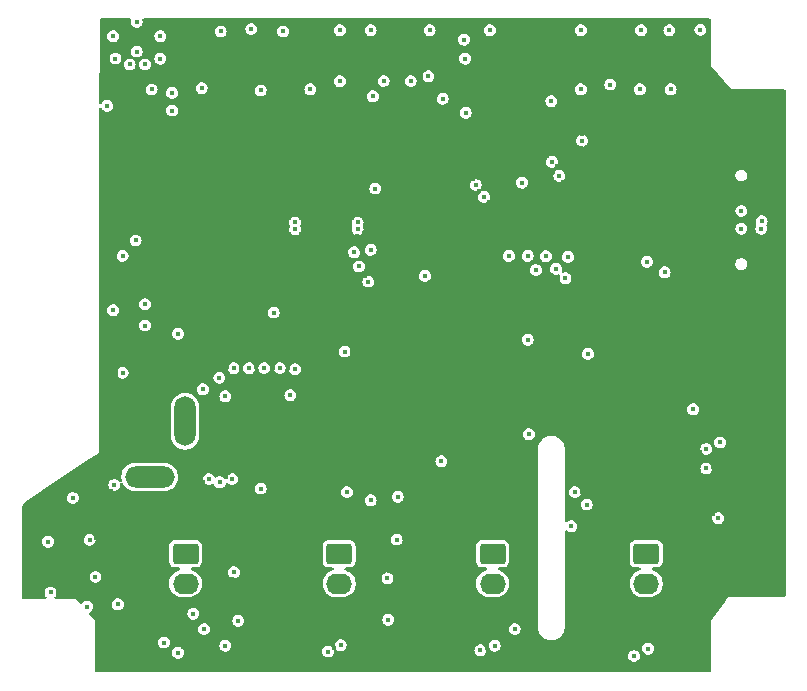
<source format=gbr>
%TF.GenerationSoftware,KiCad,Pcbnew,8.0.6*%
%TF.CreationDate,2024-10-16T15:49:25-04:00*%
%TF.ProjectId,motorgo_plink,6d6f746f-7267-46f5-9f70-6c696e6b2e6b,rev?*%
%TF.SameCoordinates,Original*%
%TF.FileFunction,Copper,L2,Inr*%
%TF.FilePolarity,Positive*%
%FSLAX46Y46*%
G04 Gerber Fmt 4.6, Leading zero omitted, Abs format (unit mm)*
G04 Created by KiCad (PCBNEW 8.0.6) date 2024-10-16 15:49:25*
%MOMM*%
%LPD*%
G01*
G04 APERTURE LIST*
G04 Aperture macros list*
%AMRoundRect*
0 Rectangle with rounded corners*
0 $1 Rounding radius*
0 $2 $3 $4 $5 $6 $7 $8 $9 X,Y pos of 4 corners*
0 Add a 4 corners polygon primitive as box body*
4,1,4,$2,$3,$4,$5,$6,$7,$8,$9,$2,$3,0*
0 Add four circle primitives for the rounded corners*
1,1,$1+$1,$2,$3*
1,1,$1+$1,$4,$5*
1,1,$1+$1,$6,$7*
1,1,$1+$1,$8,$9*
0 Add four rect primitives between the rounded corners*
20,1,$1+$1,$2,$3,$4,$5,0*
20,1,$1+$1,$4,$5,$6,$7,0*
20,1,$1+$1,$6,$7,$8,$9,0*
20,1,$1+$1,$8,$9,$2,$3,0*%
G04 Aperture macros list end*
%TA.AperFunction,ComponentPad*%
%ADD10C,0.610000*%
%TD*%
%TA.AperFunction,ComponentPad*%
%ADD11RoundRect,0.250000X-0.845000X0.620000X-0.845000X-0.620000X0.845000X-0.620000X0.845000X0.620000X0*%
%TD*%
%TA.AperFunction,ComponentPad*%
%ADD12O,2.190000X1.740000*%
%TD*%
%TA.AperFunction,ComponentPad*%
%ADD13O,1.200000X1.500000*%
%TD*%
%TA.AperFunction,ComponentPad*%
%ADD14O,1.800000X4.200000*%
%TD*%
%TA.AperFunction,ComponentPad*%
%ADD15O,4.200000X1.800000*%
%TD*%
%TA.AperFunction,ViaPad*%
%ADD16C,0.400000*%
%TD*%
G04 APERTURE END LIST*
D10*
%TO.N,GND*%
%TO.C,U4*%
X116973500Y-105650000D03*
X116973500Y-106650000D03*
X117973500Y-105650000D03*
X117973500Y-106650000D03*
%TD*%
D11*
%TO.N,/motor_controls4/motor_out1*%
%TO.C,J22*%
X162530000Y-105810000D03*
D12*
%TO.N,/motor_controls4/motor_out2*%
X162530000Y-108350000D03*
%TD*%
D11*
%TO.N,/motor_controls1/motor_out1*%
%TO.C,J8*%
X123530000Y-105810000D03*
D12*
%TO.N,/motor_controls1/motor_out2*%
X123530000Y-108350000D03*
%TD*%
D13*
%TO.N,GND*%
%TO.C,J1*%
X168425315Y-79942881D03*
X172725315Y-79942881D03*
X168425315Y-75142881D03*
X172725315Y-75142881D03*
%TD*%
D10*
%TO.N,GND*%
%TO.C,U9*%
X158673500Y-99525000D03*
X158673500Y-100525000D03*
X159673500Y-99525000D03*
X159673500Y-100525000D03*
%TD*%
%TO.N,GND*%
%TO.C,U3*%
X129973500Y-105650000D03*
X129973500Y-106650000D03*
X130973500Y-105650000D03*
X130973500Y-106650000D03*
%TD*%
D11*
%TO.N,/motor_controls2/motor_out1*%
%TO.C,J6*%
X136530000Y-105810000D03*
D12*
%TO.N,/motor_controls2/motor_out2*%
X136530000Y-108350000D03*
%TD*%
D10*
%TO.N,GND*%
%TO.C,U5*%
X142973500Y-105650000D03*
X142973500Y-106650000D03*
X143973500Y-105650000D03*
X143973500Y-106650000D03*
%TD*%
D11*
%TO.N,/motor_controls3/motor_out1*%
%TO.C,J10*%
X149530000Y-105810000D03*
D12*
%TO.N,/motor_controls3/motor_out2*%
X149530000Y-108350000D03*
%TD*%
D14*
%TO.N,+BATT*%
%TO.C,J11*%
X123500000Y-94613500D03*
%TO.N,GND*%
X117500000Y-94613500D03*
D15*
%TO.N,N/C*%
X120500000Y-99313500D03*
%TD*%
D16*
%TO.N,GND*%
X131200000Y-114500000D03*
X139600000Y-86100000D03*
X141994512Y-104500000D03*
X138700000Y-88700000D03*
X155461479Y-74364610D03*
X149075734Y-113824266D03*
X140726379Y-107307789D03*
X158475000Y-107025000D03*
X162000000Y-97100000D03*
X127250000Y-93450000D03*
X137154085Y-103192470D03*
X124100000Y-91900000D03*
X145300000Y-89300000D03*
X163900000Y-115100000D03*
X133250000Y-102725000D03*
X144800000Y-91600000D03*
X136136658Y-113831670D03*
X162000000Y-97700000D03*
X137774732Y-80925271D03*
X136100000Y-88700000D03*
X162169686Y-114320000D03*
X145800000Y-112075000D03*
X140050000Y-88700000D03*
X150200000Y-82600000D03*
X124154085Y-101242470D03*
X126934312Y-99299999D03*
X138612036Y-78668763D03*
X167092849Y-97227162D03*
X138104815Y-77155056D03*
X157100000Y-100600000D03*
X157100000Y-70254541D03*
X152250000Y-71450000D03*
X130900000Y-90100000D03*
X127460000Y-107975414D03*
X132875000Y-112000000D03*
X115310000Y-107700000D03*
X152400000Y-74900000D03*
X146500000Y-89800000D03*
X145300000Y-94900000D03*
X145600000Y-93200000D03*
X146400000Y-91600000D03*
X169785069Y-72126553D03*
X132285814Y-78753627D03*
X157800000Y-98300000D03*
X132200000Y-90100000D03*
X144800000Y-92400000D03*
X114790253Y-104590253D03*
X137586047Y-77383625D03*
X150200000Y-84100000D03*
X143825000Y-113275000D03*
X150154085Y-101242470D03*
X126600000Y-80500000D03*
X168925000Y-93825000D03*
X141300000Y-88700000D03*
X146000000Y-94900000D03*
X124500000Y-81200000D03*
X145700000Y-89800000D03*
X167100000Y-66500000D03*
X133320970Y-77383625D03*
X125900000Y-82600000D03*
X150154085Y-102192470D03*
X162950000Y-92100000D03*
X131002313Y-84800000D03*
X148300000Y-78800000D03*
X164810951Y-77497941D03*
X153300000Y-70100000D03*
X166400000Y-89000000D03*
X146100000Y-89300000D03*
X144800000Y-93200000D03*
X151200000Y-74220906D03*
X124500000Y-82600000D03*
X159500000Y-61500000D03*
X140400000Y-74900000D03*
X132814490Y-77169199D03*
X140050000Y-89900000D03*
X169575000Y-83650000D03*
X152532974Y-71921623D03*
X137850000Y-115150000D03*
X145400000Y-85100000D03*
X129825000Y-113225000D03*
X150154085Y-103192470D03*
X114000000Y-102400000D03*
X127012466Y-90003390D03*
X115990000Y-104500000D03*
X124154085Y-102192470D03*
X145400000Y-85700000D03*
X162950000Y-94050000D03*
X145700000Y-88800000D03*
X165900000Y-78700000D03*
X148300000Y-85500000D03*
X146250000Y-102725000D03*
X137600000Y-89900000D03*
X141700000Y-61500000D03*
X127300000Y-91200000D03*
X125900000Y-81200000D03*
X146212887Y-103625000D03*
X117825000Y-113150000D03*
X125700000Y-91900000D03*
X157003007Y-71450781D03*
X154639263Y-73530813D03*
X162000000Y-96500000D03*
X146400000Y-92400000D03*
X154172182Y-72164313D03*
X133600000Y-103225000D03*
X137154085Y-102192470D03*
X159300000Y-72800000D03*
X134100000Y-61500000D03*
X146500000Y-88800000D03*
X142850000Y-113275000D03*
X138067242Y-78953978D03*
X123300000Y-113700000D03*
X125900000Y-79800000D03*
X171400000Y-92800000D03*
X129250000Y-95500000D03*
X139000000Y-83400003D03*
X148100000Y-95400000D03*
X137536516Y-78753627D03*
X167150000Y-83800000D03*
X131000000Y-86000000D03*
X137600000Y-88700000D03*
X146400000Y-93200000D03*
X133305484Y-78753627D03*
X120600000Y-103225000D03*
X128100000Y-93450000D03*
X116505016Y-107747946D03*
X116825000Y-113125000D03*
X129150000Y-93450000D03*
X124500000Y-79800000D03*
X126600000Y-81900000D03*
X168800000Y-88975000D03*
X138691301Y-82275000D03*
X155021419Y-73009690D03*
X123500000Y-110900000D03*
X129500000Y-90000000D03*
X126128768Y-113571232D03*
X124000000Y-61500000D03*
X149700000Y-69900000D03*
X128500000Y-64800000D03*
X124969791Y-99780857D03*
X124154085Y-103192470D03*
X143600000Y-95800000D03*
X129900000Y-100900000D03*
X158850000Y-112000000D03*
X138700000Y-74900000D03*
X149900000Y-93900000D03*
X118000000Y-71900000D03*
X128994512Y-104500000D03*
X129250000Y-94550000D03*
X171100000Y-101100000D03*
X146600000Y-103225000D03*
X171200000Y-106800000D03*
X162950000Y-93050000D03*
X114250000Y-107000000D03*
X130825000Y-113250000D03*
X123800000Y-80500000D03*
X145600000Y-91600000D03*
X117240000Y-100498887D03*
X150900000Y-115100000D03*
X154500000Y-61600000D03*
X171300000Y-98400000D03*
X147831670Y-74063342D03*
X133212887Y-103625000D03*
X144200000Y-115300000D03*
X125220000Y-81900000D03*
X128197987Y-90032478D03*
X117500000Y-87200000D03*
X144900000Y-89800000D03*
X149900000Y-78800000D03*
X167504866Y-99208688D03*
X138618936Y-77383625D03*
X125450000Y-93450000D03*
X137154085Y-101242470D03*
X120250000Y-102725000D03*
X157100000Y-74200000D03*
X132799317Y-78968792D03*
X168166648Y-102421041D03*
X167373076Y-96373102D03*
X145600000Y-92400000D03*
X149224833Y-76016794D03*
X147820000Y-96280000D03*
X143050000Y-100925000D03*
X144900000Y-88800000D03*
X157150000Y-115100000D03*
X119783893Y-111887845D03*
X125200000Y-80500000D03*
X142350000Y-88700000D03*
X148400000Y-84300000D03*
X118300000Y-115100000D03*
X132266600Y-77383625D03*
X145600000Y-95362717D03*
X142400000Y-89850000D03*
X120212887Y-103625000D03*
X168206694Y-98452914D03*
X126350000Y-93450000D03*
X117649997Y-90500000D03*
X149400000Y-66500000D03*
X152525734Y-73927943D03*
X141300000Y-89850000D03*
X148408699Y-75140906D03*
X123800000Y-81900000D03*
X138700000Y-89900000D03*
%TO.N,usb_d+*%
X138100667Y-78354907D03*
X132800842Y-78368791D03*
%TO.N,usb_d-*%
X138093380Y-77754949D03*
X132793495Y-77768834D03*
%TO.N,+5V*%
X117400000Y-62000000D03*
X152500000Y-80600000D03*
X119400000Y-60800000D03*
X156200000Y-103500000D03*
X121400000Y-63900000D03*
X120100000Y-64400000D03*
X118800000Y-64400000D03*
X128000000Y-111500000D03*
X141500000Y-101000000D03*
X153200000Y-81800000D03*
X155897260Y-80691105D03*
X115200000Y-110300000D03*
X114000000Y-101100000D03*
X140700000Y-111400000D03*
X145200000Y-98000000D03*
X121400000Y-62000000D03*
X150900000Y-80600000D03*
X152500000Y-87700000D03*
X117600000Y-63900000D03*
X119400000Y-63300000D03*
X137200000Y-100600000D03*
X129900000Y-100300000D03*
X154900000Y-81700000D03*
X154038588Y-80627412D03*
X152600000Y-95700000D03*
%TO.N,+3.3V*%
X155700000Y-82500000D03*
X117400000Y-85200000D03*
X147255901Y-68481661D03*
X143800000Y-82300000D03*
X167625000Y-98600000D03*
X112100000Y-109100000D03*
X121700000Y-113340000D03*
X167625000Y-96950000D03*
X131000000Y-85400000D03*
X139000000Y-82800000D03*
X168618312Y-102816013D03*
X139600000Y-74900000D03*
X126900000Y-113600000D03*
X139200000Y-80100000D03*
X116900000Y-67900000D03*
X117803552Y-110103552D03*
X139400000Y-67100000D03*
%TO.N,boot*%
X162600000Y-81100000D03*
X154500000Y-67500000D03*
%TO.N,reset*%
X120100000Y-86500000D03*
X164100000Y-82000000D03*
X120100000Y-84700000D03*
X142600000Y-65800000D03*
X136600000Y-65807022D03*
%TO.N,/connectors.enc_scl*%
X126435014Y-99772864D03*
X162700000Y-113860000D03*
X149700000Y-113600000D03*
X124200000Y-110900000D03*
X126900000Y-92500000D03*
X136673317Y-113563342D03*
%TO.N,/connectors.enc_sda*%
X161500000Y-114475000D03*
X148500000Y-114000000D03*
X122900000Y-114200000D03*
X125000000Y-91900000D03*
X135600000Y-114100000D03*
X125500000Y-99500000D03*
%TO.N,/connectors.enc1.cs*%
X125100000Y-112200000D03*
X117500000Y-100000000D03*
%TO.N,/connectors.enc2.cs*%
X122900000Y-87200000D03*
X132800000Y-90200000D03*
X132400000Y-92400000D03*
X139200000Y-101300000D03*
%TO.N,/connectors.enc3.cs*%
X151400000Y-112200000D03*
X157600000Y-88900000D03*
%TO.N,gpio47*%
X145300000Y-67300000D03*
%TO.N,gpio38*%
X139200000Y-61500000D03*
%TO.N,gpio36*%
X144200000Y-61500000D03*
%TO.N,gpio37*%
X134100000Y-66500000D03*
%TO.N,sda*%
X122397035Y-68301177D03*
X168800000Y-96400000D03*
X120654890Y-66512132D03*
%TO.N,scl*%
X122400000Y-66800000D03*
X166500000Y-93600000D03*
%TO.N,gpio48*%
X144100000Y-65400000D03*
%TO.N,gpio35*%
X140300000Y-65800000D03*
%TO.N,m3_PH*%
X141406414Y-104618925D03*
X137000000Y-88700000D03*
%TO.N,m4_EN*%
X156500000Y-100600000D03*
X138200000Y-81500000D03*
%TO.N,m1_EN*%
X127602975Y-90109702D03*
X115404867Y-104639240D03*
%TO.N,m1_PH*%
X126400000Y-90923390D03*
X115906245Y-107786366D03*
%TO.N,m2_EN*%
X127500000Y-99500000D03*
X128909023Y-90103680D03*
%TO.N,m2_PH*%
X127630000Y-107400000D03*
X130200000Y-90101080D03*
%TO.N,m3_EN*%
X131500000Y-90100000D03*
X140630000Y-107900000D03*
%TO.N,m4_PH*%
X157500000Y-101655002D03*
X137800000Y-80300000D03*
%TO.N,gpio39*%
X129900000Y-66600000D03*
%TO.N,gpio40*%
X136600000Y-61500000D03*
%TO.N,gpio41*%
X131800000Y-61600000D03*
%TO.N,gpio42*%
X129100000Y-61400000D03*
%TO.N,gpio44*%
X111900000Y-104800000D03*
X124900000Y-66400000D03*
X119300000Y-79300000D03*
%TO.N,gpio43*%
X118200000Y-90500000D03*
X126500000Y-61600000D03*
X118200000Y-80600000D03*
%TO.N,Net-(J1-DP1)*%
X172275317Y-78300000D03*
X170600000Y-78300000D03*
%TO.N,Net-(J1-DN1)*%
X172310001Y-77678057D03*
X170600000Y-76800000D03*
%TO.N,p26*%
X149300000Y-61500000D03*
%TO.N,p31*%
X157000000Y-66500000D03*
%TO.N,p32*%
X157000000Y-61500000D03*
%TO.N,p33*%
X159500000Y-66100000D03*
%TO.N,p35*%
X162000000Y-66500000D03*
%TO.N,p36*%
X162100000Y-61500000D03*
%TO.N,p37*%
X164600000Y-66500000D03*
%TO.N,p38*%
X164500000Y-61500000D03*
%TO.N,p40*%
X167127868Y-61472132D03*
%TO.N,/i2c_1.sda*%
X148786694Y-75606870D03*
X157100000Y-70854544D03*
X155172249Y-73827898D03*
%TO.N,/i2c_1.scl*%
X148100000Y-74600000D03*
X154543042Y-72642826D03*
X152000000Y-74400000D03*
%TO.N,gpio21*%
X147200000Y-63900000D03*
X147100000Y-62300000D03*
%TD*%
%TA.AperFunction,Conductor*%
%TO.N,GND*%
G36*
X118862488Y-60519685D02*
G01*
X118908243Y-60572489D01*
X118918187Y-60641647D01*
X118915042Y-60656102D01*
X118894353Y-60800000D01*
X118914834Y-60942456D01*
X118934309Y-60985099D01*
X118974623Y-61073373D01*
X119068872Y-61182143D01*
X119189947Y-61259953D01*
X119189950Y-61259954D01*
X119189949Y-61259954D01*
X119328036Y-61300499D01*
X119328038Y-61300500D01*
X119328039Y-61300500D01*
X119471962Y-61300500D01*
X119471962Y-61300499D01*
X119610053Y-61259953D01*
X119731128Y-61182143D01*
X119825377Y-61073373D01*
X119885165Y-60942457D01*
X119905647Y-60800000D01*
X119885165Y-60657543D01*
X119883903Y-60648765D01*
X119885574Y-60648524D01*
X119885574Y-60589065D01*
X119923349Y-60530287D01*
X119986904Y-60501262D01*
X120004551Y-60500000D01*
X166993907Y-60500000D01*
X167006061Y-60500597D01*
X167182941Y-60518018D01*
X167206769Y-60522757D01*
X167371001Y-60572576D01*
X167393453Y-60581877D01*
X167532319Y-60656102D01*
X167544798Y-60662772D01*
X167565010Y-60676277D01*
X167697666Y-60785145D01*
X167714854Y-60802333D01*
X167823722Y-60934989D01*
X167837227Y-60955201D01*
X167918121Y-61106543D01*
X167927424Y-61129001D01*
X167977240Y-61293224D01*
X167981982Y-61317065D01*
X167999403Y-61493938D01*
X168000000Y-61506092D01*
X168000000Y-64500000D01*
X169750000Y-66500000D01*
X173493907Y-66500000D01*
X173506061Y-66500597D01*
X173682941Y-66518018D01*
X173706769Y-66522757D01*
X173871001Y-66572576D01*
X173893453Y-66581877D01*
X174035015Y-66657543D01*
X174044798Y-66662772D01*
X174065010Y-66676277D01*
X174197666Y-66785145D01*
X174214854Y-66802333D01*
X174245804Y-66840045D01*
X174309661Y-66917856D01*
X174321353Y-66932102D01*
X174348666Y-66996412D01*
X174349500Y-67010767D01*
X174349500Y-108948722D01*
X174329815Y-109015761D01*
X174321697Y-109026967D01*
X174218290Y-109154099D01*
X174201295Y-109171263D01*
X174070093Y-109280178D01*
X174050095Y-109293723D01*
X173900260Y-109375141D01*
X173878014Y-109384551D01*
X173715250Y-109435373D01*
X173691602Y-109440293D01*
X173516015Y-109459250D01*
X173503945Y-109459960D01*
X171284844Y-109482151D01*
X169500000Y-109500000D01*
X169203746Y-109895006D01*
X169203731Y-109895025D01*
X168200002Y-111233329D01*
X168200002Y-111233330D01*
X168000000Y-111500000D01*
X168000000Y-111833323D01*
X168000000Y-114993907D01*
X167999403Y-115006061D01*
X167981982Y-115182934D01*
X167977240Y-115206775D01*
X167927424Y-115370998D01*
X167918121Y-115393456D01*
X167837227Y-115544798D01*
X167823722Y-115565010D01*
X167714854Y-115697666D01*
X167697666Y-115714854D01*
X167567898Y-115821353D01*
X167503588Y-115848666D01*
X167489233Y-115849500D01*
X116360767Y-115849500D01*
X116293728Y-115829815D01*
X116282102Y-115821353D01*
X116152333Y-115714854D01*
X116135145Y-115697666D01*
X116026277Y-115565010D01*
X116012772Y-115544798D01*
X115931878Y-115393456D01*
X115922575Y-115370998D01*
X115872757Y-115206769D01*
X115868018Y-115182941D01*
X115850597Y-115006061D01*
X115850000Y-114993907D01*
X115850000Y-114200000D01*
X122394353Y-114200000D01*
X122414834Y-114342456D01*
X122423075Y-114360500D01*
X122474623Y-114473373D01*
X122568872Y-114582143D01*
X122689947Y-114659953D01*
X122689950Y-114659954D01*
X122689949Y-114659954D01*
X122828036Y-114700499D01*
X122828038Y-114700500D01*
X122828039Y-114700500D01*
X122971962Y-114700500D01*
X122971962Y-114700499D01*
X123110053Y-114659953D01*
X123231128Y-114582143D01*
X123325377Y-114473373D01*
X123385165Y-114342457D01*
X123405647Y-114200000D01*
X123385165Y-114057543D01*
X123325377Y-113926627D01*
X123231128Y-113817857D01*
X123110053Y-113740047D01*
X123110051Y-113740046D01*
X123110049Y-113740045D01*
X123110050Y-113740045D01*
X122971963Y-113699500D01*
X122971961Y-113699500D01*
X122828039Y-113699500D01*
X122828036Y-113699500D01*
X122689949Y-113740045D01*
X122568873Y-113817856D01*
X122474623Y-113926626D01*
X122474622Y-113926628D01*
X122414834Y-114057543D01*
X122394353Y-114200000D01*
X115850000Y-114200000D01*
X115850000Y-113340000D01*
X121194353Y-113340000D01*
X121214834Y-113482456D01*
X121251774Y-113563342D01*
X121274623Y-113613373D01*
X121368872Y-113722143D01*
X121489947Y-113799953D01*
X121489950Y-113799954D01*
X121489949Y-113799954D01*
X121550923Y-113817857D01*
X121615148Y-113836715D01*
X121628036Y-113840499D01*
X121628038Y-113840500D01*
X121628039Y-113840500D01*
X121771962Y-113840500D01*
X121771962Y-113840499D01*
X121910053Y-113799953D01*
X122031128Y-113722143D01*
X122125377Y-113613373D01*
X122131484Y-113600000D01*
X126394353Y-113600000D01*
X126414834Y-113742456D01*
X126474622Y-113873371D01*
X126474623Y-113873373D01*
X126568872Y-113982143D01*
X126689947Y-114059953D01*
X126689950Y-114059954D01*
X126689949Y-114059954D01*
X126797107Y-114091417D01*
X126826336Y-114100000D01*
X126828036Y-114100499D01*
X126828038Y-114100500D01*
X126828039Y-114100500D01*
X126971962Y-114100500D01*
X126971962Y-114100499D01*
X126973661Y-114100000D01*
X135094353Y-114100000D01*
X135114834Y-114242456D01*
X135168744Y-114360500D01*
X135174623Y-114373373D01*
X135268872Y-114482143D01*
X135389947Y-114559953D01*
X135389950Y-114559954D01*
X135389949Y-114559954D01*
X135528036Y-114600499D01*
X135528038Y-114600500D01*
X135528039Y-114600500D01*
X135671962Y-114600500D01*
X135671962Y-114600499D01*
X135810053Y-114559953D01*
X135931128Y-114482143D01*
X136025377Y-114373373D01*
X136085165Y-114242457D01*
X136105647Y-114100000D01*
X136092054Y-114005459D01*
X136101998Y-113936303D01*
X136147752Y-113883499D01*
X136214792Y-113863814D01*
X136281831Y-113883498D01*
X136308504Y-113906610D01*
X136342189Y-113945485D01*
X136463264Y-114023295D01*
X136463267Y-114023296D01*
X136463266Y-114023296D01*
X136601353Y-114063841D01*
X136601355Y-114063842D01*
X136601356Y-114063842D01*
X136745279Y-114063842D01*
X136745279Y-114063841D01*
X136883370Y-114023295D01*
X136919618Y-114000000D01*
X147994353Y-114000000D01*
X148014834Y-114142456D01*
X148060504Y-114242457D01*
X148074623Y-114273373D01*
X148168872Y-114382143D01*
X148289947Y-114459953D01*
X148289950Y-114459954D01*
X148289949Y-114459954D01*
X148428036Y-114500499D01*
X148428038Y-114500500D01*
X148428039Y-114500500D01*
X148571962Y-114500500D01*
X148571962Y-114500499D01*
X148658806Y-114475000D01*
X160994353Y-114475000D01*
X161014834Y-114617456D01*
X161074622Y-114748371D01*
X161074623Y-114748373D01*
X161168872Y-114857143D01*
X161289947Y-114934953D01*
X161289950Y-114934954D01*
X161289949Y-114934954D01*
X161428036Y-114975499D01*
X161428038Y-114975500D01*
X161428039Y-114975500D01*
X161571962Y-114975500D01*
X161571962Y-114975499D01*
X161710053Y-114934953D01*
X161831128Y-114857143D01*
X161925377Y-114748373D01*
X161985165Y-114617457D01*
X162005647Y-114475000D01*
X161985165Y-114332543D01*
X161925377Y-114201627D01*
X161831128Y-114092857D01*
X161710053Y-114015047D01*
X161710051Y-114015046D01*
X161710049Y-114015045D01*
X161710050Y-114015045D01*
X161571963Y-113974500D01*
X161571961Y-113974500D01*
X161428039Y-113974500D01*
X161428036Y-113974500D01*
X161289949Y-114015045D01*
X161168873Y-114092856D01*
X161074623Y-114201626D01*
X161074622Y-114201628D01*
X161014834Y-114332543D01*
X160994353Y-114475000D01*
X148658806Y-114475000D01*
X148710053Y-114459953D01*
X148831128Y-114382143D01*
X148925377Y-114273373D01*
X148985165Y-114142457D01*
X149005647Y-114000000D01*
X148985165Y-113857543D01*
X148925377Y-113726627D01*
X148831128Y-113617857D01*
X148803342Y-113600000D01*
X149194353Y-113600000D01*
X149214834Y-113742456D01*
X149274622Y-113873371D01*
X149274623Y-113873373D01*
X149368872Y-113982143D01*
X149489947Y-114059953D01*
X149489950Y-114059954D01*
X149489949Y-114059954D01*
X149597107Y-114091417D01*
X149626336Y-114100000D01*
X149628036Y-114100499D01*
X149628038Y-114100500D01*
X149628039Y-114100500D01*
X149771962Y-114100500D01*
X149771962Y-114100499D01*
X149910053Y-114059953D01*
X150031128Y-113982143D01*
X150125377Y-113873373D01*
X150131484Y-113860000D01*
X162194353Y-113860000D01*
X162214834Y-114002456D01*
X162241093Y-114059954D01*
X162274623Y-114133373D01*
X162368872Y-114242143D01*
X162489947Y-114319953D01*
X162489950Y-114319954D01*
X162489949Y-114319954D01*
X162628036Y-114360499D01*
X162628038Y-114360500D01*
X162628039Y-114360500D01*
X162771962Y-114360500D01*
X162771962Y-114360499D01*
X162910053Y-114319953D01*
X163031128Y-114242143D01*
X163125377Y-114133373D01*
X163185165Y-114002457D01*
X163205647Y-113860000D01*
X163185165Y-113717543D01*
X163125377Y-113586627D01*
X163031128Y-113477857D01*
X162910053Y-113400047D01*
X162910051Y-113400046D01*
X162910049Y-113400045D01*
X162910050Y-113400045D01*
X162771963Y-113359500D01*
X162771961Y-113359500D01*
X162628039Y-113359500D01*
X162628036Y-113359500D01*
X162489949Y-113400045D01*
X162368873Y-113477856D01*
X162274623Y-113586626D01*
X162274622Y-113586628D01*
X162214834Y-113717543D01*
X162194353Y-113860000D01*
X150131484Y-113860000D01*
X150185165Y-113742457D01*
X150205647Y-113600000D01*
X150185165Y-113457543D01*
X150125377Y-113326627D01*
X150031128Y-113217857D01*
X149910053Y-113140047D01*
X149910051Y-113140046D01*
X149910049Y-113140045D01*
X149910050Y-113140045D01*
X149771963Y-113099500D01*
X149771961Y-113099500D01*
X149628039Y-113099500D01*
X149628036Y-113099500D01*
X149489949Y-113140045D01*
X149368873Y-113217856D01*
X149274623Y-113326626D01*
X149274622Y-113326628D01*
X149214834Y-113457543D01*
X149194353Y-113600000D01*
X148803342Y-113600000D01*
X148710053Y-113540047D01*
X148710051Y-113540046D01*
X148710049Y-113540045D01*
X148710050Y-113540045D01*
X148571963Y-113499500D01*
X148571961Y-113499500D01*
X148428039Y-113499500D01*
X148428036Y-113499500D01*
X148289949Y-113540045D01*
X148168873Y-113617856D01*
X148074623Y-113726626D01*
X148074622Y-113726628D01*
X148014834Y-113857543D01*
X147994353Y-114000000D01*
X136919618Y-114000000D01*
X137004445Y-113945485D01*
X137098694Y-113836715D01*
X137158482Y-113705799D01*
X137178964Y-113563342D01*
X137158482Y-113420885D01*
X137098694Y-113289969D01*
X137004445Y-113181199D01*
X136883370Y-113103389D01*
X136883368Y-113103388D01*
X136883366Y-113103387D01*
X136883367Y-113103387D01*
X136745280Y-113062842D01*
X136745278Y-113062842D01*
X136601356Y-113062842D01*
X136601353Y-113062842D01*
X136463266Y-113103387D01*
X136342190Y-113181198D01*
X136247940Y-113289968D01*
X136247939Y-113289970D01*
X136188151Y-113420885D01*
X136167670Y-113563342D01*
X136181262Y-113657881D01*
X136171318Y-113727039D01*
X136125563Y-113779843D01*
X136058523Y-113799527D01*
X135991484Y-113779842D01*
X135964811Y-113756730D01*
X135931128Y-113717857D01*
X135810053Y-113640047D01*
X135810051Y-113640046D01*
X135810049Y-113640045D01*
X135810050Y-113640045D01*
X135671963Y-113599500D01*
X135671961Y-113599500D01*
X135528039Y-113599500D01*
X135528036Y-113599500D01*
X135389949Y-113640045D01*
X135268873Y-113717856D01*
X135174623Y-113826626D01*
X135174622Y-113826628D01*
X135114834Y-113957543D01*
X135094353Y-114100000D01*
X126973661Y-114100000D01*
X127110053Y-114059953D01*
X127231128Y-113982143D01*
X127325377Y-113873373D01*
X127385165Y-113742457D01*
X127405647Y-113600000D01*
X127385165Y-113457543D01*
X127325377Y-113326627D01*
X127231128Y-113217857D01*
X127110053Y-113140047D01*
X127110051Y-113140046D01*
X127110049Y-113140045D01*
X127110050Y-113140045D01*
X126971963Y-113099500D01*
X126971961Y-113099500D01*
X126828039Y-113099500D01*
X126828036Y-113099500D01*
X126689949Y-113140045D01*
X126568873Y-113217856D01*
X126474623Y-113326626D01*
X126474622Y-113326628D01*
X126414834Y-113457543D01*
X126394353Y-113600000D01*
X122131484Y-113600000D01*
X122185165Y-113482457D01*
X122205647Y-113340000D01*
X122185165Y-113197543D01*
X122125377Y-113066627D01*
X122031128Y-112957857D01*
X121910053Y-112880047D01*
X121910051Y-112880046D01*
X121910049Y-112880045D01*
X121910050Y-112880045D01*
X121771963Y-112839500D01*
X121771961Y-112839500D01*
X121628039Y-112839500D01*
X121628036Y-112839500D01*
X121489949Y-112880045D01*
X121368873Y-112957856D01*
X121274623Y-113066626D01*
X121274622Y-113066628D01*
X121214834Y-113197543D01*
X121194353Y-113340000D01*
X115850000Y-113340000D01*
X115850000Y-112200000D01*
X124594353Y-112200000D01*
X124614834Y-112342456D01*
X124616235Y-112345523D01*
X124674623Y-112473373D01*
X124768872Y-112582143D01*
X124889947Y-112659953D01*
X124889950Y-112659954D01*
X124889949Y-112659954D01*
X125028036Y-112700499D01*
X125028038Y-112700500D01*
X125028039Y-112700500D01*
X125171962Y-112700500D01*
X125171962Y-112700499D01*
X125310053Y-112659953D01*
X125431128Y-112582143D01*
X125525377Y-112473373D01*
X125585165Y-112342457D01*
X125605647Y-112200000D01*
X150894353Y-112200000D01*
X150914834Y-112342456D01*
X150916235Y-112345523D01*
X150974623Y-112473373D01*
X151068872Y-112582143D01*
X151189947Y-112659953D01*
X151189950Y-112659954D01*
X151189949Y-112659954D01*
X151328036Y-112700499D01*
X151328038Y-112700500D01*
X151328039Y-112700500D01*
X151471962Y-112700500D01*
X151471962Y-112700499D01*
X151610053Y-112659953D01*
X151731128Y-112582143D01*
X151825377Y-112473373D01*
X151885165Y-112342457D01*
X151905647Y-112200000D01*
X151885165Y-112057543D01*
X151825377Y-111926627D01*
X151731128Y-111817857D01*
X151610053Y-111740047D01*
X151610051Y-111740046D01*
X151610049Y-111740045D01*
X151610050Y-111740045D01*
X151471963Y-111699500D01*
X151471961Y-111699500D01*
X151328039Y-111699500D01*
X151328036Y-111699500D01*
X151189949Y-111740045D01*
X151068873Y-111817856D01*
X150974623Y-111926626D01*
X150974622Y-111926628D01*
X150914834Y-112057543D01*
X150894353Y-112200000D01*
X125605647Y-112200000D01*
X125585165Y-112057543D01*
X125525377Y-111926627D01*
X125431128Y-111817857D01*
X125310053Y-111740047D01*
X125310051Y-111740046D01*
X125310049Y-111740045D01*
X125310050Y-111740045D01*
X125171963Y-111699500D01*
X125171961Y-111699500D01*
X125028039Y-111699500D01*
X125028036Y-111699500D01*
X124889949Y-111740045D01*
X124768873Y-111817856D01*
X124674623Y-111926626D01*
X124674622Y-111926628D01*
X124614834Y-112057543D01*
X124594353Y-112200000D01*
X115850000Y-112200000D01*
X115850000Y-111872446D01*
X115850000Y-111500000D01*
X127494353Y-111500000D01*
X127514834Y-111642456D01*
X127528953Y-111673371D01*
X127574623Y-111773373D01*
X127668872Y-111882143D01*
X127789947Y-111959953D01*
X127789950Y-111959954D01*
X127789949Y-111959954D01*
X127897107Y-111991417D01*
X127926336Y-112000000D01*
X127928036Y-112000499D01*
X127928038Y-112000500D01*
X127928039Y-112000500D01*
X128071962Y-112000500D01*
X128071962Y-112000499D01*
X128210053Y-111959953D01*
X128331128Y-111882143D01*
X128425377Y-111773373D01*
X128485165Y-111642457D01*
X128505647Y-111500000D01*
X128491269Y-111400000D01*
X140194353Y-111400000D01*
X140214834Y-111542456D01*
X140260504Y-111642457D01*
X140274623Y-111673373D01*
X140368872Y-111782143D01*
X140489947Y-111859953D01*
X140489950Y-111859954D01*
X140489949Y-111859954D01*
X140628036Y-111900499D01*
X140628038Y-111900500D01*
X140628039Y-111900500D01*
X140771962Y-111900500D01*
X140771962Y-111900499D01*
X140910053Y-111859953D01*
X141031128Y-111782143D01*
X141125377Y-111673373D01*
X141185165Y-111542457D01*
X141205647Y-111400000D01*
X141185165Y-111257543D01*
X141125377Y-111126627D01*
X141031128Y-111017857D01*
X140910053Y-110940047D01*
X140910051Y-110940046D01*
X140910049Y-110940045D01*
X140910050Y-110940045D01*
X140771963Y-110899500D01*
X140771961Y-110899500D01*
X140628039Y-110899500D01*
X140628036Y-110899500D01*
X140489949Y-110940045D01*
X140368873Y-111017856D01*
X140274623Y-111126626D01*
X140274622Y-111126628D01*
X140214834Y-111257543D01*
X140194353Y-111400000D01*
X128491269Y-111400000D01*
X128485165Y-111357543D01*
X128425377Y-111226627D01*
X128331128Y-111117857D01*
X128210053Y-111040047D01*
X128210051Y-111040046D01*
X128210049Y-111040045D01*
X128210050Y-111040045D01*
X128071963Y-110999500D01*
X128071961Y-110999500D01*
X127928039Y-110999500D01*
X127928036Y-110999500D01*
X127789949Y-111040045D01*
X127668873Y-111117856D01*
X127574623Y-111226626D01*
X127574622Y-111226628D01*
X127514834Y-111357543D01*
X127494353Y-111500000D01*
X115850000Y-111500000D01*
X115374864Y-110950624D01*
X115351802Y-110900000D01*
X123694353Y-110900000D01*
X123714834Y-111042456D01*
X123753275Y-111126628D01*
X123774623Y-111173373D01*
X123868872Y-111282143D01*
X123989947Y-111359953D01*
X123989950Y-111359954D01*
X123989949Y-111359954D01*
X124097107Y-111391417D01*
X124126336Y-111400000D01*
X124128036Y-111400499D01*
X124128038Y-111400500D01*
X124128039Y-111400500D01*
X124271962Y-111400500D01*
X124271962Y-111400499D01*
X124410053Y-111359953D01*
X124531128Y-111282143D01*
X124625377Y-111173373D01*
X124685165Y-111042457D01*
X124705647Y-110900000D01*
X124685165Y-110757543D01*
X124625377Y-110626627D01*
X124531128Y-110517857D01*
X124410053Y-110440047D01*
X124410051Y-110440046D01*
X124410049Y-110440045D01*
X124410050Y-110440045D01*
X124271963Y-110399500D01*
X124271961Y-110399500D01*
X124128039Y-110399500D01*
X124128036Y-110399500D01*
X123989949Y-110440045D01*
X123868873Y-110517856D01*
X123774623Y-110626626D01*
X123774622Y-110626628D01*
X123714834Y-110757543D01*
X123694353Y-110900000D01*
X115351802Y-110900000D01*
X115345899Y-110887041D01*
X115355907Y-110817892D01*
X115401711Y-110765131D01*
X115403579Y-110764112D01*
X115410048Y-110759954D01*
X115410053Y-110759953D01*
X115531128Y-110682143D01*
X115625377Y-110573373D01*
X115685165Y-110442457D01*
X115705647Y-110300000D01*
X115685165Y-110157543D01*
X115660508Y-110103552D01*
X117297905Y-110103552D01*
X117318386Y-110246008D01*
X117343044Y-110300000D01*
X117378175Y-110376925D01*
X117472424Y-110485695D01*
X117593499Y-110563505D01*
X117593502Y-110563506D01*
X117593501Y-110563506D01*
X117731588Y-110604051D01*
X117731590Y-110604052D01*
X117731591Y-110604052D01*
X117875514Y-110604052D01*
X117875514Y-110604051D01*
X118013605Y-110563505D01*
X118134680Y-110485695D01*
X118228929Y-110376925D01*
X118288717Y-110246009D01*
X118309199Y-110103552D01*
X118288717Y-109961095D01*
X118228929Y-109830179D01*
X118134680Y-109721409D01*
X118013605Y-109643599D01*
X118013603Y-109643598D01*
X118013601Y-109643597D01*
X118013602Y-109643597D01*
X117875515Y-109603052D01*
X117875513Y-109603052D01*
X117731591Y-109603052D01*
X117731588Y-109603052D01*
X117593501Y-109643597D01*
X117472425Y-109721408D01*
X117378175Y-109830178D01*
X117378174Y-109830180D01*
X117318386Y-109961095D01*
X117297905Y-110103552D01*
X115660508Y-110103552D01*
X115625377Y-110026627D01*
X115531128Y-109917857D01*
X115410053Y-109840047D01*
X115410051Y-109840046D01*
X115410049Y-109840045D01*
X115410050Y-109840045D01*
X115271963Y-109799500D01*
X115271961Y-109799500D01*
X115128039Y-109799500D01*
X115128036Y-109799500D01*
X114989949Y-109840045D01*
X114868873Y-109917856D01*
X114768884Y-110033249D01*
X114710105Y-110071023D01*
X114640236Y-110071023D01*
X114581458Y-110033248D01*
X114581382Y-110033161D01*
X114575730Y-110026626D01*
X114250000Y-109650000D01*
X113792751Y-109650000D01*
X112557201Y-109650000D01*
X112490162Y-109630315D01*
X112444407Y-109577511D01*
X112434463Y-109508353D01*
X112463488Y-109444798D01*
X112525374Y-109373377D01*
X112525374Y-109373375D01*
X112525377Y-109373373D01*
X112585165Y-109242457D01*
X112605647Y-109100000D01*
X112585165Y-108957543D01*
X112525377Y-108826627D01*
X112431128Y-108717857D01*
X112310053Y-108640047D01*
X112310051Y-108640046D01*
X112310049Y-108640045D01*
X112310050Y-108640045D01*
X112171963Y-108599500D01*
X112171961Y-108599500D01*
X112028039Y-108599500D01*
X112028036Y-108599500D01*
X111889949Y-108640045D01*
X111768873Y-108717856D01*
X111674623Y-108826626D01*
X111674622Y-108826628D01*
X111614834Y-108957543D01*
X111594353Y-109100000D01*
X111614834Y-109242456D01*
X111674622Y-109373371D01*
X111674625Y-109373377D01*
X111736512Y-109444798D01*
X111765537Y-109508353D01*
X111755593Y-109577512D01*
X111709838Y-109630316D01*
X111642799Y-109650000D01*
X110506093Y-109650000D01*
X110493939Y-109649403D01*
X110317065Y-109631982D01*
X110293224Y-109627240D01*
X110129001Y-109577424D01*
X110106543Y-109568121D01*
X109955201Y-109487227D01*
X109934989Y-109473722D01*
X109802333Y-109364854D01*
X109785144Y-109347665D01*
X109678646Y-109217896D01*
X109651334Y-109153586D01*
X109650500Y-109139232D01*
X109650500Y-107786366D01*
X115400598Y-107786366D01*
X115421079Y-107928822D01*
X115472975Y-108042456D01*
X115480868Y-108059739D01*
X115575117Y-108168509D01*
X115696192Y-108246319D01*
X115696195Y-108246320D01*
X115696194Y-108246320D01*
X115834281Y-108286865D01*
X115834283Y-108286866D01*
X115834284Y-108286866D01*
X115978207Y-108286866D01*
X115978207Y-108286865D01*
X116116298Y-108246319D01*
X116237373Y-108168509D01*
X116331622Y-108059739D01*
X116391410Y-107928823D01*
X116411892Y-107786366D01*
X116391410Y-107643909D01*
X116331622Y-107512993D01*
X116237373Y-107404223D01*
X116116298Y-107326413D01*
X116116296Y-107326412D01*
X116116294Y-107326411D01*
X116116295Y-107326411D01*
X115978208Y-107285866D01*
X115978206Y-107285866D01*
X115834284Y-107285866D01*
X115834281Y-107285866D01*
X115696194Y-107326411D01*
X115575118Y-107404222D01*
X115480868Y-107512992D01*
X115480867Y-107512994D01*
X115421079Y-107643909D01*
X115400598Y-107786366D01*
X109650500Y-107786366D01*
X109650500Y-104800000D01*
X111394353Y-104800000D01*
X111414834Y-104942456D01*
X111467801Y-105058436D01*
X111474623Y-105073373D01*
X111568872Y-105182143D01*
X111689947Y-105259953D01*
X111689950Y-105259954D01*
X111689949Y-105259954D01*
X111828036Y-105300499D01*
X111828038Y-105300500D01*
X111828039Y-105300500D01*
X111971962Y-105300500D01*
X111971962Y-105300499D01*
X112110053Y-105259953D01*
X112231128Y-105182143D01*
X112261668Y-105146898D01*
X122134500Y-105146898D01*
X122134500Y-106473102D01*
X122140126Y-106519954D01*
X122145122Y-106561561D01*
X122200639Y-106702343D01*
X122292077Y-106822922D01*
X122412656Y-106914360D01*
X122412657Y-106914360D01*
X122412658Y-106914361D01*
X122553436Y-106969877D01*
X122641898Y-106980500D01*
X122641903Y-106980500D01*
X122949164Y-106980500D01*
X123016203Y-107000185D01*
X123061958Y-107052989D01*
X123071902Y-107122147D01*
X123042877Y-107185703D01*
X122987482Y-107222431D01*
X122855686Y-107265253D01*
X122691524Y-107348899D01*
X122621190Y-107400000D01*
X122542471Y-107457193D01*
X122542469Y-107457195D01*
X122542468Y-107457195D01*
X122412195Y-107587468D01*
X122412195Y-107587469D01*
X122412193Y-107587471D01*
X122383745Y-107626626D01*
X122303899Y-107736524D01*
X122220253Y-107900686D01*
X122163322Y-108075905D01*
X122134500Y-108257880D01*
X122134500Y-108442119D01*
X122163322Y-108624094D01*
X122220253Y-108799313D01*
X122234171Y-108826628D01*
X122303899Y-108963475D01*
X122412193Y-109112529D01*
X122542471Y-109242807D01*
X122691525Y-109351101D01*
X122735244Y-109373377D01*
X122855686Y-109434746D01*
X122931103Y-109459250D01*
X123030907Y-109491678D01*
X123212880Y-109520500D01*
X123212881Y-109520500D01*
X123847119Y-109520500D01*
X123847120Y-109520500D01*
X124029093Y-109491678D01*
X124204316Y-109434745D01*
X124368475Y-109351101D01*
X124517529Y-109242807D01*
X124647807Y-109112529D01*
X124756101Y-108963475D01*
X124839745Y-108799316D01*
X124896678Y-108624093D01*
X124925500Y-108442120D01*
X124925500Y-108257880D01*
X124896678Y-108075907D01*
X124839745Y-107900684D01*
X124756101Y-107736525D01*
X124647807Y-107587471D01*
X124517529Y-107457193D01*
X124438810Y-107400000D01*
X127124353Y-107400000D01*
X127144834Y-107542456D01*
X127183275Y-107626628D01*
X127204623Y-107673373D01*
X127298872Y-107782143D01*
X127419947Y-107859953D01*
X127419950Y-107859954D01*
X127419949Y-107859954D01*
X127527107Y-107891417D01*
X127556336Y-107900000D01*
X127558036Y-107900499D01*
X127558038Y-107900500D01*
X127558039Y-107900500D01*
X127701962Y-107900500D01*
X127701962Y-107900499D01*
X127840053Y-107859953D01*
X127961128Y-107782143D01*
X128055377Y-107673373D01*
X128115165Y-107542457D01*
X128135647Y-107400000D01*
X128115165Y-107257543D01*
X128055377Y-107126627D01*
X127961128Y-107017857D01*
X127840053Y-106940047D01*
X127840051Y-106940046D01*
X127840049Y-106940045D01*
X127840050Y-106940045D01*
X127701963Y-106899500D01*
X127701961Y-106899500D01*
X127558039Y-106899500D01*
X127558036Y-106899500D01*
X127419949Y-106940045D01*
X127298873Y-107017856D01*
X127204623Y-107126626D01*
X127204622Y-107126628D01*
X127144834Y-107257543D01*
X127124353Y-107400000D01*
X124438810Y-107400000D01*
X124368475Y-107348899D01*
X124324340Y-107326411D01*
X124204313Y-107265253D01*
X124072518Y-107222431D01*
X124014843Y-107182994D01*
X123987644Y-107118635D01*
X123999558Y-107049789D01*
X124046802Y-106998313D01*
X124110836Y-106980500D01*
X124418097Y-106980500D01*
X124418102Y-106980500D01*
X124506564Y-106969877D01*
X124647342Y-106914361D01*
X124767922Y-106822922D01*
X124859361Y-106702342D01*
X124914877Y-106561564D01*
X124925500Y-106473102D01*
X124925500Y-105146898D01*
X135134500Y-105146898D01*
X135134500Y-106473102D01*
X135140126Y-106519954D01*
X135145122Y-106561561D01*
X135200639Y-106702343D01*
X135292077Y-106822922D01*
X135412656Y-106914360D01*
X135412657Y-106914360D01*
X135412658Y-106914361D01*
X135553436Y-106969877D01*
X135641898Y-106980500D01*
X135641903Y-106980500D01*
X135949164Y-106980500D01*
X136016203Y-107000185D01*
X136061958Y-107052989D01*
X136071902Y-107122147D01*
X136042877Y-107185703D01*
X135987482Y-107222431D01*
X135855686Y-107265253D01*
X135691524Y-107348899D01*
X135621190Y-107400000D01*
X135542471Y-107457193D01*
X135542469Y-107457195D01*
X135542468Y-107457195D01*
X135412195Y-107587468D01*
X135412195Y-107587469D01*
X135412193Y-107587471D01*
X135383745Y-107626626D01*
X135303899Y-107736524D01*
X135220253Y-107900686D01*
X135163322Y-108075905D01*
X135134500Y-108257880D01*
X135134500Y-108442119D01*
X135163322Y-108624094D01*
X135220253Y-108799313D01*
X135234171Y-108826628D01*
X135303899Y-108963475D01*
X135412193Y-109112529D01*
X135542471Y-109242807D01*
X135691525Y-109351101D01*
X135735244Y-109373377D01*
X135855686Y-109434746D01*
X135931103Y-109459250D01*
X136030907Y-109491678D01*
X136212880Y-109520500D01*
X136212881Y-109520500D01*
X136847119Y-109520500D01*
X136847120Y-109520500D01*
X137029093Y-109491678D01*
X137204316Y-109434745D01*
X137368475Y-109351101D01*
X137517529Y-109242807D01*
X137647807Y-109112529D01*
X137756101Y-108963475D01*
X137839745Y-108799316D01*
X137896678Y-108624093D01*
X137925500Y-108442120D01*
X137925500Y-108257880D01*
X137896678Y-108075907D01*
X137839745Y-107900684D01*
X137839396Y-107900000D01*
X140124353Y-107900000D01*
X140144834Y-108042456D01*
X140160110Y-108075905D01*
X140204623Y-108173373D01*
X140298872Y-108282143D01*
X140419947Y-108359953D01*
X140419950Y-108359954D01*
X140419949Y-108359954D01*
X140558036Y-108400499D01*
X140558038Y-108400500D01*
X140558039Y-108400500D01*
X140701962Y-108400500D01*
X140701962Y-108400499D01*
X140840053Y-108359953D01*
X140961128Y-108282143D01*
X141055377Y-108173373D01*
X141115165Y-108042457D01*
X141135647Y-107900000D01*
X141115165Y-107757543D01*
X141055377Y-107626627D01*
X140961128Y-107517857D01*
X140840053Y-107440047D01*
X140840051Y-107440046D01*
X140840049Y-107440045D01*
X140840050Y-107440045D01*
X140701963Y-107399500D01*
X140701961Y-107399500D01*
X140558039Y-107399500D01*
X140558036Y-107399500D01*
X140419949Y-107440045D01*
X140298873Y-107517856D01*
X140204623Y-107626626D01*
X140204622Y-107626628D01*
X140144834Y-107757543D01*
X140124353Y-107900000D01*
X137839396Y-107900000D01*
X137756101Y-107736525D01*
X137647807Y-107587471D01*
X137517529Y-107457193D01*
X137368475Y-107348899D01*
X137324340Y-107326411D01*
X137204313Y-107265253D01*
X137072518Y-107222431D01*
X137014843Y-107182994D01*
X136987644Y-107118635D01*
X136999558Y-107049789D01*
X137046802Y-106998313D01*
X137110836Y-106980500D01*
X137418097Y-106980500D01*
X137418102Y-106980500D01*
X137506564Y-106969877D01*
X137647342Y-106914361D01*
X137767922Y-106822922D01*
X137859361Y-106702342D01*
X137914877Y-106561564D01*
X137925500Y-106473102D01*
X137925500Y-105146898D01*
X148134500Y-105146898D01*
X148134500Y-106473102D01*
X148140126Y-106519954D01*
X148145122Y-106561561D01*
X148200639Y-106702343D01*
X148292077Y-106822922D01*
X148412656Y-106914360D01*
X148412657Y-106914360D01*
X148412658Y-106914361D01*
X148553436Y-106969877D01*
X148641898Y-106980500D01*
X148641903Y-106980500D01*
X148949164Y-106980500D01*
X149016203Y-107000185D01*
X149061958Y-107052989D01*
X149071902Y-107122147D01*
X149042877Y-107185703D01*
X148987482Y-107222431D01*
X148855686Y-107265253D01*
X148691524Y-107348899D01*
X148621190Y-107400000D01*
X148542471Y-107457193D01*
X148542469Y-107457195D01*
X148542468Y-107457195D01*
X148412195Y-107587468D01*
X148412195Y-107587469D01*
X148412193Y-107587471D01*
X148383745Y-107626626D01*
X148303899Y-107736524D01*
X148220253Y-107900686D01*
X148163322Y-108075905D01*
X148134500Y-108257880D01*
X148134500Y-108442119D01*
X148163322Y-108624094D01*
X148220253Y-108799313D01*
X148234171Y-108826628D01*
X148303899Y-108963475D01*
X148412193Y-109112529D01*
X148542471Y-109242807D01*
X148691525Y-109351101D01*
X148735244Y-109373377D01*
X148855686Y-109434746D01*
X148931103Y-109459250D01*
X149030907Y-109491678D01*
X149212880Y-109520500D01*
X149212881Y-109520500D01*
X149847119Y-109520500D01*
X149847120Y-109520500D01*
X150029093Y-109491678D01*
X150204316Y-109434745D01*
X150368475Y-109351101D01*
X150517529Y-109242807D01*
X150647807Y-109112529D01*
X150756101Y-108963475D01*
X150839745Y-108799316D01*
X150896678Y-108624093D01*
X150925500Y-108442120D01*
X150925500Y-108257880D01*
X150896678Y-108075907D01*
X150839745Y-107900684D01*
X150756101Y-107736525D01*
X150647807Y-107587471D01*
X150517529Y-107457193D01*
X150368475Y-107348899D01*
X150324340Y-107326411D01*
X150204313Y-107265253D01*
X150072518Y-107222431D01*
X150014843Y-107182994D01*
X149987644Y-107118635D01*
X149999558Y-107049789D01*
X150046802Y-106998313D01*
X150110836Y-106980500D01*
X150418097Y-106980500D01*
X150418102Y-106980500D01*
X150506564Y-106969877D01*
X150647342Y-106914361D01*
X150767922Y-106822922D01*
X150859361Y-106702342D01*
X150914877Y-106561564D01*
X150925500Y-106473102D01*
X150925500Y-105146898D01*
X150914877Y-105058436D01*
X150859361Y-104917658D01*
X150859360Y-104917657D01*
X150859360Y-104917656D01*
X150767922Y-104797077D01*
X150647343Y-104705639D01*
X150551192Y-104667722D01*
X150506564Y-104650123D01*
X150506563Y-104650122D01*
X150506561Y-104650122D01*
X150460926Y-104644642D01*
X150418102Y-104639500D01*
X148641898Y-104639500D01*
X148602853Y-104644188D01*
X148553438Y-104650122D01*
X148412656Y-104705639D01*
X148292077Y-104797077D01*
X148200639Y-104917656D01*
X148145122Y-105058438D01*
X148139188Y-105107853D01*
X148134500Y-105146898D01*
X137925500Y-105146898D01*
X137914877Y-105058436D01*
X137859361Y-104917658D01*
X137859360Y-104917657D01*
X137859360Y-104917656D01*
X137767922Y-104797077D01*
X137647343Y-104705639D01*
X137551192Y-104667722D01*
X137506564Y-104650123D01*
X137506563Y-104650122D01*
X137506561Y-104650122D01*
X137460926Y-104644642D01*
X137418102Y-104639500D01*
X135641898Y-104639500D01*
X135602853Y-104644188D01*
X135553438Y-104650122D01*
X135412656Y-104705639D01*
X135292077Y-104797077D01*
X135200639Y-104917656D01*
X135145122Y-105058438D01*
X135139188Y-105107853D01*
X135134500Y-105146898D01*
X124925500Y-105146898D01*
X124914877Y-105058436D01*
X124859361Y-104917658D01*
X124859360Y-104917657D01*
X124859360Y-104917656D01*
X124767922Y-104797077D01*
X124647343Y-104705639D01*
X124551192Y-104667722D01*
X124506564Y-104650123D01*
X124506563Y-104650122D01*
X124506561Y-104650122D01*
X124460926Y-104644642D01*
X124418102Y-104639500D01*
X122641898Y-104639500D01*
X122602853Y-104644188D01*
X122553438Y-104650122D01*
X122412656Y-104705639D01*
X122292077Y-104797077D01*
X122200639Y-104917656D01*
X122145122Y-105058438D01*
X122139188Y-105107853D01*
X122134500Y-105146898D01*
X112261668Y-105146898D01*
X112325377Y-105073373D01*
X112385165Y-104942457D01*
X112405647Y-104800000D01*
X112385165Y-104657543D01*
X112376806Y-104639240D01*
X114899220Y-104639240D01*
X114919701Y-104781696D01*
X114970211Y-104892296D01*
X114979490Y-104912613D01*
X115073739Y-105021383D01*
X115194814Y-105099193D01*
X115194817Y-105099194D01*
X115194816Y-105099194D01*
X115332903Y-105139739D01*
X115332905Y-105139740D01*
X115332906Y-105139740D01*
X115476829Y-105139740D01*
X115476829Y-105139739D01*
X115614920Y-105099193D01*
X115735995Y-105021383D01*
X115830244Y-104912613D01*
X115890032Y-104781697D01*
X115910514Y-104639240D01*
X115907593Y-104618925D01*
X140900767Y-104618925D01*
X140921248Y-104761381D01*
X140937551Y-104797078D01*
X140981037Y-104892298D01*
X141075286Y-105001068D01*
X141196361Y-105078878D01*
X141196364Y-105078879D01*
X141196363Y-105078879D01*
X141334450Y-105119424D01*
X141334452Y-105119425D01*
X141334453Y-105119425D01*
X141478376Y-105119425D01*
X141478376Y-105119424D01*
X141616467Y-105078878D01*
X141737542Y-105001068D01*
X141831791Y-104892298D01*
X141891579Y-104761382D01*
X141912061Y-104618925D01*
X141891579Y-104476468D01*
X141831791Y-104345552D01*
X141737542Y-104236782D01*
X141616467Y-104158972D01*
X141616465Y-104158971D01*
X141616463Y-104158970D01*
X141616464Y-104158970D01*
X141478377Y-104118425D01*
X141478375Y-104118425D01*
X141334453Y-104118425D01*
X141334450Y-104118425D01*
X141196363Y-104158970D01*
X141075287Y-104236781D01*
X140981037Y-104345551D01*
X140981036Y-104345553D01*
X140921248Y-104476468D01*
X140900767Y-104618925D01*
X115907593Y-104618925D01*
X115890032Y-104496783D01*
X115830244Y-104365867D01*
X115735995Y-104257097D01*
X115614920Y-104179287D01*
X115614918Y-104179286D01*
X115614916Y-104179285D01*
X115614917Y-104179285D01*
X115476830Y-104138740D01*
X115476828Y-104138740D01*
X115332906Y-104138740D01*
X115332903Y-104138740D01*
X115194816Y-104179285D01*
X115073740Y-104257096D01*
X114979490Y-104365866D01*
X114979489Y-104365868D01*
X114919701Y-104496783D01*
X114899220Y-104639240D01*
X112376806Y-104639240D01*
X112325377Y-104526627D01*
X112231128Y-104417857D01*
X112110053Y-104340047D01*
X112110051Y-104340046D01*
X112110049Y-104340045D01*
X112110050Y-104340045D01*
X111971963Y-104299500D01*
X111971961Y-104299500D01*
X111828039Y-104299500D01*
X111828036Y-104299500D01*
X111689949Y-104340045D01*
X111568873Y-104417856D01*
X111474623Y-104526626D01*
X111474622Y-104526628D01*
X111414834Y-104657543D01*
X111394353Y-104800000D01*
X109650500Y-104800000D01*
X109650500Y-102237091D01*
X109650882Y-102227370D01*
X109665099Y-102046585D01*
X109668139Y-102027376D01*
X109709312Y-101855769D01*
X109715313Y-101837289D01*
X109782813Y-101674231D01*
X109791630Y-101656914D01*
X109883799Y-101506409D01*
X109895211Y-101490690D01*
X109986934Y-101383215D01*
X110012766Y-101360344D01*
X110405800Y-101100000D01*
X113494353Y-101100000D01*
X113514834Y-101242456D01*
X113568673Y-101360344D01*
X113574623Y-101373373D01*
X113668872Y-101482143D01*
X113789947Y-101559953D01*
X113789950Y-101559954D01*
X113789949Y-101559954D01*
X113928036Y-101600499D01*
X113928038Y-101600500D01*
X113928039Y-101600500D01*
X114071962Y-101600500D01*
X114071962Y-101600499D01*
X114210053Y-101559953D01*
X114331128Y-101482143D01*
X114425377Y-101373373D01*
X114458886Y-101300000D01*
X138694353Y-101300000D01*
X138714834Y-101442456D01*
X138768494Y-101559953D01*
X138774623Y-101573373D01*
X138868872Y-101682143D01*
X138989947Y-101759953D01*
X138989950Y-101759954D01*
X138989949Y-101759954D01*
X139128036Y-101800499D01*
X139128038Y-101800500D01*
X139128039Y-101800500D01*
X139271962Y-101800500D01*
X139271962Y-101800499D01*
X139410053Y-101759953D01*
X139531128Y-101682143D01*
X139625377Y-101573373D01*
X139685165Y-101442457D01*
X139705647Y-101300000D01*
X139685165Y-101157543D01*
X139625377Y-101026627D01*
X139602305Y-101000000D01*
X140994353Y-101000000D01*
X141014834Y-101142456D01*
X141060504Y-101242457D01*
X141074623Y-101273373D01*
X141168872Y-101382143D01*
X141289947Y-101459953D01*
X141289950Y-101459954D01*
X141289949Y-101459954D01*
X141365520Y-101482143D01*
X141419865Y-101498100D01*
X141428036Y-101500499D01*
X141428038Y-101500500D01*
X141428039Y-101500500D01*
X141571962Y-101500500D01*
X141571962Y-101500499D01*
X141710053Y-101459953D01*
X141831128Y-101382143D01*
X141925377Y-101273373D01*
X141985165Y-101142457D01*
X142005647Y-101000000D01*
X141985165Y-100857543D01*
X141925377Y-100726627D01*
X141831128Y-100617857D01*
X141710053Y-100540047D01*
X141710051Y-100540046D01*
X141710049Y-100540045D01*
X141710050Y-100540045D01*
X141571963Y-100499500D01*
X141571961Y-100499500D01*
X141428039Y-100499500D01*
X141428036Y-100499500D01*
X141289949Y-100540045D01*
X141168873Y-100617856D01*
X141074623Y-100726626D01*
X141074622Y-100726628D01*
X141014834Y-100857543D01*
X140994353Y-101000000D01*
X139602305Y-101000000D01*
X139531128Y-100917857D01*
X139410053Y-100840047D01*
X139410051Y-100840046D01*
X139410049Y-100840045D01*
X139410050Y-100840045D01*
X139271963Y-100799500D01*
X139271961Y-100799500D01*
X139128039Y-100799500D01*
X139128036Y-100799500D01*
X138989949Y-100840045D01*
X138868873Y-100917856D01*
X138774623Y-101026626D01*
X138774622Y-101026628D01*
X138714834Y-101157543D01*
X138694353Y-101300000D01*
X114458886Y-101300000D01*
X114485165Y-101242457D01*
X114505647Y-101100000D01*
X114485165Y-100957543D01*
X114425377Y-100826627D01*
X114331128Y-100717857D01*
X114210053Y-100640047D01*
X114210051Y-100640046D01*
X114210049Y-100640045D01*
X114210050Y-100640045D01*
X114071963Y-100599500D01*
X114071961Y-100599500D01*
X113928039Y-100599500D01*
X113928036Y-100599500D01*
X113789949Y-100640045D01*
X113668873Y-100717856D01*
X113574623Y-100826626D01*
X113574622Y-100826628D01*
X113514834Y-100957543D01*
X113494353Y-101100000D01*
X110405800Y-101100000D01*
X112066438Y-100000000D01*
X116994353Y-100000000D01*
X117014834Y-100142456D01*
X117054445Y-100229190D01*
X117074623Y-100273373D01*
X117168872Y-100382143D01*
X117289947Y-100459953D01*
X117289950Y-100459954D01*
X117289949Y-100459954D01*
X117373343Y-100484440D01*
X117424633Y-100499500D01*
X117428036Y-100500499D01*
X117428038Y-100500500D01*
X117428039Y-100500500D01*
X117571962Y-100500500D01*
X117571962Y-100500499D01*
X117710053Y-100459953D01*
X117831128Y-100382143D01*
X117925377Y-100273373D01*
X117985165Y-100142457D01*
X118005647Y-100000000D01*
X117995469Y-99929209D01*
X118005413Y-99860051D01*
X118051168Y-99807247D01*
X118118207Y-99787563D01*
X118185247Y-99807248D01*
X118228691Y-99855267D01*
X118273240Y-99942699D01*
X118384310Y-100095573D01*
X118517927Y-100229190D01*
X118670801Y-100340260D01*
X118750347Y-100380790D01*
X118839163Y-100426045D01*
X118839165Y-100426045D01*
X118839168Y-100426047D01*
X118935497Y-100457346D01*
X119018881Y-100484440D01*
X119205514Y-100514000D01*
X119205519Y-100514000D01*
X121794486Y-100514000D01*
X121981118Y-100484440D01*
X122160832Y-100426047D01*
X122329199Y-100340260D01*
X122384612Y-100300000D01*
X129394353Y-100300000D01*
X129414834Y-100442456D01*
X129447508Y-100514000D01*
X129474623Y-100573373D01*
X129568872Y-100682143D01*
X129689947Y-100759953D01*
X129689950Y-100759954D01*
X129689949Y-100759954D01*
X129797107Y-100791417D01*
X129824633Y-100799500D01*
X129828036Y-100800499D01*
X129828038Y-100800500D01*
X129828039Y-100800500D01*
X129971962Y-100800500D01*
X129971962Y-100800499D01*
X130110053Y-100759953D01*
X130231128Y-100682143D01*
X130302305Y-100600000D01*
X136694353Y-100600000D01*
X136714834Y-100742456D01*
X136774622Y-100873371D01*
X136774623Y-100873373D01*
X136868872Y-100982143D01*
X136989947Y-101059953D01*
X136989950Y-101059954D01*
X136989949Y-101059954D01*
X137097107Y-101091417D01*
X137126336Y-101100000D01*
X137128036Y-101100499D01*
X137128038Y-101100500D01*
X137128039Y-101100500D01*
X137271962Y-101100500D01*
X137271962Y-101100499D01*
X137410053Y-101059953D01*
X137531128Y-100982143D01*
X137625377Y-100873373D01*
X137685165Y-100742457D01*
X137705647Y-100600000D01*
X137685165Y-100457543D01*
X137625377Y-100326627D01*
X137531128Y-100217857D01*
X137410053Y-100140047D01*
X137410051Y-100140046D01*
X137410049Y-100140045D01*
X137410050Y-100140045D01*
X137271963Y-100099500D01*
X137271961Y-100099500D01*
X137128039Y-100099500D01*
X137128036Y-100099500D01*
X136989949Y-100140045D01*
X136868873Y-100217856D01*
X136774623Y-100326626D01*
X136774622Y-100326628D01*
X136714834Y-100457543D01*
X136694353Y-100600000D01*
X130302305Y-100600000D01*
X130325377Y-100573373D01*
X130385165Y-100442457D01*
X130405647Y-100300000D01*
X130385165Y-100157543D01*
X130325377Y-100026627D01*
X130231128Y-99917857D01*
X130110053Y-99840047D01*
X130110051Y-99840046D01*
X130110049Y-99840045D01*
X130110050Y-99840045D01*
X129971963Y-99799500D01*
X129971961Y-99799500D01*
X129828039Y-99799500D01*
X129828036Y-99799500D01*
X129689949Y-99840045D01*
X129568873Y-99917856D01*
X129474623Y-100026626D01*
X129474622Y-100026628D01*
X129414834Y-100157543D01*
X129394353Y-100300000D01*
X122384612Y-100300000D01*
X122482073Y-100229190D01*
X122615690Y-100095573D01*
X122726760Y-99942699D01*
X122812547Y-99774332D01*
X122870940Y-99594618D01*
X122879583Y-99540047D01*
X122885926Y-99500000D01*
X124994353Y-99500000D01*
X125014834Y-99642456D01*
X125074622Y-99773371D01*
X125074623Y-99773373D01*
X125168872Y-99882143D01*
X125289947Y-99959953D01*
X125289950Y-99959954D01*
X125289949Y-99959954D01*
X125397107Y-99991417D01*
X125426336Y-100000000D01*
X125428036Y-100000499D01*
X125428038Y-100000500D01*
X125428039Y-100000500D01*
X125571962Y-100000500D01*
X125571962Y-100000499D01*
X125710050Y-99959954D01*
X125710051Y-99959954D01*
X125710053Y-99959953D01*
X125790812Y-99908052D01*
X125857849Y-99888368D01*
X125924889Y-99908052D01*
X125970644Y-99960856D01*
X126009637Y-100046237D01*
X126103886Y-100155007D01*
X126224961Y-100232817D01*
X126224964Y-100232818D01*
X126224963Y-100232818D01*
X126363050Y-100273363D01*
X126363052Y-100273364D01*
X126363053Y-100273364D01*
X126506976Y-100273364D01*
X126506976Y-100273363D01*
X126645067Y-100232817D01*
X126766142Y-100155007D01*
X126860391Y-100046237D01*
X126920179Y-99915321D01*
X126921021Y-99909463D01*
X126950043Y-99845909D01*
X127008819Y-99808132D01*
X127078689Y-99808129D01*
X127137467Y-99845900D01*
X127168872Y-99882143D01*
X127289947Y-99959953D01*
X127289950Y-99959954D01*
X127289949Y-99959954D01*
X127397107Y-99991417D01*
X127426336Y-100000000D01*
X127428036Y-100000499D01*
X127428038Y-100000500D01*
X127428039Y-100000500D01*
X127571962Y-100000500D01*
X127571962Y-100000499D01*
X127710053Y-99959953D01*
X127831128Y-99882143D01*
X127925377Y-99773373D01*
X127985165Y-99642457D01*
X128005647Y-99500000D01*
X127985165Y-99357543D01*
X127925377Y-99226627D01*
X127831128Y-99117857D01*
X127710053Y-99040047D01*
X127710051Y-99040046D01*
X127710049Y-99040045D01*
X127710050Y-99040045D01*
X127571963Y-98999500D01*
X127571961Y-98999500D01*
X127428039Y-98999500D01*
X127428036Y-98999500D01*
X127289949Y-99040045D01*
X127168873Y-99117856D01*
X127074623Y-99226626D01*
X127074622Y-99226628D01*
X127014834Y-99357544D01*
X127014833Y-99357547D01*
X127013991Y-99363406D01*
X126984964Y-99426961D01*
X126926185Y-99464733D01*
X126856315Y-99464731D01*
X126797541Y-99426958D01*
X126766142Y-99390721D01*
X126645067Y-99312911D01*
X126645065Y-99312910D01*
X126645063Y-99312909D01*
X126645064Y-99312909D01*
X126506977Y-99272364D01*
X126506975Y-99272364D01*
X126363053Y-99272364D01*
X126363050Y-99272364D01*
X126224963Y-99312909D01*
X126144202Y-99364811D01*
X126077162Y-99384495D01*
X126010123Y-99364810D01*
X125964369Y-99312007D01*
X125925377Y-99226627D01*
X125831128Y-99117857D01*
X125710053Y-99040047D01*
X125710051Y-99040046D01*
X125710049Y-99040045D01*
X125710050Y-99040045D01*
X125571963Y-98999500D01*
X125571961Y-98999500D01*
X125428039Y-98999500D01*
X125428036Y-98999500D01*
X125289949Y-99040045D01*
X125168873Y-99117856D01*
X125074623Y-99226626D01*
X125074622Y-99226628D01*
X125014834Y-99357543D01*
X124994353Y-99500000D01*
X122885926Y-99500000D01*
X122900500Y-99407986D01*
X122900500Y-99219013D01*
X122870940Y-99032381D01*
X122843846Y-98948997D01*
X122812547Y-98852668D01*
X122812545Y-98852665D01*
X122812545Y-98852663D01*
X122726759Y-98684300D01*
X122615690Y-98531427D01*
X122482073Y-98397810D01*
X122329199Y-98286740D01*
X122302961Y-98273371D01*
X122160836Y-98200954D01*
X121981118Y-98142559D01*
X121794486Y-98113000D01*
X121794481Y-98113000D01*
X119205519Y-98113000D01*
X119205514Y-98113000D01*
X119018881Y-98142559D01*
X118839163Y-98200954D01*
X118670800Y-98286740D01*
X118615900Y-98326628D01*
X118517927Y-98397810D01*
X118517925Y-98397812D01*
X118517924Y-98397812D01*
X118384312Y-98531424D01*
X118384312Y-98531425D01*
X118384310Y-98531427D01*
X118336610Y-98597079D01*
X118273240Y-98684300D01*
X118187454Y-98852663D01*
X118129059Y-99032381D01*
X118099500Y-99219013D01*
X118099500Y-99407986D01*
X118129060Y-99594619D01*
X118129061Y-99594625D01*
X118130776Y-99599903D01*
X118132767Y-99669745D01*
X118096684Y-99729576D01*
X118033981Y-99760400D01*
X117964567Y-99752432D01*
X117919130Y-99719418D01*
X117831128Y-99617857D01*
X117710053Y-99540047D01*
X117710051Y-99540046D01*
X117710049Y-99540045D01*
X117710050Y-99540045D01*
X117571963Y-99499500D01*
X117571961Y-99499500D01*
X117428039Y-99499500D01*
X117428036Y-99499500D01*
X117289949Y-99540045D01*
X117168873Y-99617856D01*
X117074623Y-99726626D01*
X117074622Y-99726628D01*
X117014834Y-99857543D01*
X116994353Y-100000000D01*
X112066438Y-100000000D01*
X115085780Y-98000000D01*
X144694353Y-98000000D01*
X144714834Y-98142456D01*
X144741550Y-98200954D01*
X144774623Y-98273373D01*
X144868872Y-98382143D01*
X144989947Y-98459953D01*
X144989950Y-98459954D01*
X144989949Y-98459954D01*
X145128036Y-98500499D01*
X145128038Y-98500500D01*
X145128039Y-98500500D01*
X145271962Y-98500500D01*
X145271962Y-98500499D01*
X145410053Y-98459953D01*
X145531128Y-98382143D01*
X145625377Y-98273373D01*
X145685165Y-98142457D01*
X145705647Y-98000000D01*
X145685165Y-97857543D01*
X145625377Y-97726627D01*
X145531128Y-97617857D01*
X145410053Y-97540047D01*
X145410051Y-97540046D01*
X145410049Y-97540045D01*
X145410050Y-97540045D01*
X145271963Y-97499500D01*
X145271961Y-97499500D01*
X145128039Y-97499500D01*
X145128036Y-97499500D01*
X144989949Y-97540045D01*
X144868873Y-97617856D01*
X144774623Y-97726626D01*
X144774622Y-97726628D01*
X144714834Y-97857543D01*
X144694353Y-98000000D01*
X115085780Y-98000000D01*
X116205566Y-97258258D01*
X116204769Y-93319013D01*
X122299500Y-93319013D01*
X122299500Y-95907986D01*
X122329059Y-96094618D01*
X122387454Y-96274336D01*
X122451484Y-96400000D01*
X122473240Y-96442699D01*
X122584310Y-96595573D01*
X122717927Y-96729190D01*
X122870801Y-96840260D01*
X122909451Y-96859953D01*
X123039163Y-96926045D01*
X123039165Y-96926045D01*
X123039168Y-96926047D01*
X123135497Y-96957346D01*
X123218881Y-96984440D01*
X123405514Y-97014000D01*
X123405519Y-97014000D01*
X123594486Y-97014000D01*
X123781118Y-96984440D01*
X123825362Y-96970064D01*
X123960832Y-96926047D01*
X124013246Y-96899341D01*
X153349500Y-96899341D01*
X153349500Y-112100658D01*
X153384456Y-112298908D01*
X153453309Y-112488077D01*
X153453312Y-112488084D01*
X153460192Y-112500000D01*
X153553965Y-112662421D01*
X153683366Y-112816634D01*
X153837579Y-112946035D01*
X154011920Y-113046690D01*
X154201091Y-113115543D01*
X154399344Y-113150500D01*
X154399346Y-113150500D01*
X154600654Y-113150500D01*
X154600656Y-113150500D01*
X154798909Y-113115543D01*
X154988080Y-113046690D01*
X155162421Y-112946035D01*
X155316634Y-112816634D01*
X155446035Y-112662421D01*
X155546690Y-112488080D01*
X155615543Y-112298909D01*
X155650500Y-112100656D01*
X155650500Y-112000000D01*
X155650500Y-111965649D01*
X155650500Y-105146898D01*
X161134500Y-105146898D01*
X161134500Y-106473102D01*
X161140126Y-106519954D01*
X161145122Y-106561561D01*
X161200639Y-106702343D01*
X161292077Y-106822922D01*
X161412656Y-106914360D01*
X161412657Y-106914360D01*
X161412658Y-106914361D01*
X161553436Y-106969877D01*
X161641898Y-106980500D01*
X161641903Y-106980500D01*
X161949164Y-106980500D01*
X162016203Y-107000185D01*
X162061958Y-107052989D01*
X162071902Y-107122147D01*
X162042877Y-107185703D01*
X161987482Y-107222431D01*
X161855686Y-107265253D01*
X161691524Y-107348899D01*
X161621190Y-107400000D01*
X161542471Y-107457193D01*
X161542469Y-107457195D01*
X161542468Y-107457195D01*
X161412195Y-107587468D01*
X161412195Y-107587469D01*
X161412193Y-107587471D01*
X161383745Y-107626626D01*
X161303899Y-107736524D01*
X161220253Y-107900686D01*
X161163322Y-108075905D01*
X161134500Y-108257880D01*
X161134500Y-108442119D01*
X161163322Y-108624094D01*
X161220253Y-108799313D01*
X161234171Y-108826628D01*
X161303899Y-108963475D01*
X161412193Y-109112529D01*
X161542471Y-109242807D01*
X161691525Y-109351101D01*
X161735244Y-109373377D01*
X161855686Y-109434746D01*
X161931103Y-109459250D01*
X162030907Y-109491678D01*
X162212880Y-109520500D01*
X162212881Y-109520500D01*
X162847119Y-109520500D01*
X162847120Y-109520500D01*
X163029093Y-109491678D01*
X163204316Y-109434745D01*
X163368475Y-109351101D01*
X163517529Y-109242807D01*
X163647807Y-109112529D01*
X163756101Y-108963475D01*
X163839745Y-108799316D01*
X163896678Y-108624093D01*
X163925500Y-108442120D01*
X163925500Y-108257880D01*
X163896678Y-108075907D01*
X163839745Y-107900684D01*
X163756101Y-107736525D01*
X163647807Y-107587471D01*
X163517529Y-107457193D01*
X163368475Y-107348899D01*
X163324340Y-107326411D01*
X163204313Y-107265253D01*
X163072518Y-107222431D01*
X163014843Y-107182994D01*
X162987644Y-107118635D01*
X162999558Y-107049789D01*
X163046802Y-106998313D01*
X163110836Y-106980500D01*
X163418097Y-106980500D01*
X163418102Y-106980500D01*
X163506564Y-106969877D01*
X163647342Y-106914361D01*
X163767922Y-106822922D01*
X163859361Y-106702342D01*
X163914877Y-106561564D01*
X163925500Y-106473102D01*
X163925500Y-105146898D01*
X163914877Y-105058436D01*
X163859361Y-104917658D01*
X163859360Y-104917657D01*
X163859360Y-104917656D01*
X163767922Y-104797077D01*
X163647343Y-104705639D01*
X163551192Y-104667722D01*
X163506564Y-104650123D01*
X163506563Y-104650122D01*
X163506561Y-104650122D01*
X163460926Y-104644642D01*
X163418102Y-104639500D01*
X161641898Y-104639500D01*
X161602853Y-104644188D01*
X161553438Y-104650122D01*
X161412656Y-104705639D01*
X161292077Y-104797077D01*
X161200639Y-104917656D01*
X161145122Y-105058438D01*
X161139188Y-105107853D01*
X161134500Y-105146898D01*
X155650500Y-105146898D01*
X155650500Y-103962584D01*
X155670185Y-103895545D01*
X155722989Y-103849790D01*
X155792147Y-103839846D01*
X155855703Y-103868871D01*
X155868209Y-103881378D01*
X155868872Y-103882143D01*
X155868873Y-103882144D01*
X155889726Y-103895545D01*
X155989947Y-103959953D01*
X155989950Y-103959954D01*
X155989949Y-103959954D01*
X156128036Y-104000499D01*
X156128038Y-104000500D01*
X156128039Y-104000500D01*
X156271962Y-104000500D01*
X156271962Y-104000499D01*
X156410053Y-103959953D01*
X156531128Y-103882143D01*
X156625377Y-103773373D01*
X156685165Y-103642457D01*
X156705647Y-103500000D01*
X156685165Y-103357543D01*
X156625377Y-103226627D01*
X156531128Y-103117857D01*
X156410053Y-103040047D01*
X156410051Y-103040046D01*
X156410049Y-103040045D01*
X156410050Y-103040045D01*
X156271963Y-102999500D01*
X156271961Y-102999500D01*
X156128039Y-102999500D01*
X156128036Y-102999500D01*
X155989949Y-103040045D01*
X155868872Y-103117857D01*
X155868211Y-103118620D01*
X155867362Y-103119165D01*
X155862172Y-103123663D01*
X155861525Y-103122916D01*
X155809432Y-103156393D01*
X155739563Y-103156391D01*
X155680785Y-103118616D01*
X155651762Y-103055059D01*
X155650500Y-103037415D01*
X155650500Y-102816013D01*
X168112665Y-102816013D01*
X168133146Y-102958469D01*
X168151885Y-102999500D01*
X168192935Y-103089386D01*
X168287184Y-103198156D01*
X168408259Y-103275966D01*
X168408262Y-103275967D01*
X168408261Y-103275967D01*
X168546348Y-103316512D01*
X168546350Y-103316513D01*
X168546351Y-103316513D01*
X168690274Y-103316513D01*
X168690274Y-103316512D01*
X168828365Y-103275966D01*
X168949440Y-103198156D01*
X169043689Y-103089386D01*
X169103477Y-102958470D01*
X169123959Y-102816013D01*
X169103477Y-102673556D01*
X169043689Y-102542640D01*
X168949440Y-102433870D01*
X168828365Y-102356060D01*
X168828363Y-102356059D01*
X168828361Y-102356058D01*
X168828362Y-102356058D01*
X168690275Y-102315513D01*
X168690273Y-102315513D01*
X168546351Y-102315513D01*
X168546348Y-102315513D01*
X168408261Y-102356058D01*
X168287185Y-102433869D01*
X168192935Y-102542639D01*
X168192934Y-102542641D01*
X168133146Y-102673556D01*
X168112665Y-102816013D01*
X155650500Y-102816013D01*
X155650500Y-101655002D01*
X156994353Y-101655002D01*
X157014834Y-101797458D01*
X157071107Y-101920677D01*
X157074623Y-101928375D01*
X157168872Y-102037145D01*
X157289947Y-102114955D01*
X157289950Y-102114956D01*
X157289949Y-102114956D01*
X157428036Y-102155501D01*
X157428038Y-102155502D01*
X157428039Y-102155502D01*
X157571962Y-102155502D01*
X157571962Y-102155501D01*
X157710053Y-102114955D01*
X157831128Y-102037145D01*
X157925377Y-101928375D01*
X157985165Y-101797459D01*
X158005647Y-101655002D01*
X157985165Y-101512545D01*
X157925377Y-101381629D01*
X157831128Y-101272859D01*
X157710053Y-101195049D01*
X157710051Y-101195048D01*
X157710049Y-101195047D01*
X157710050Y-101195047D01*
X157571963Y-101154502D01*
X157571961Y-101154502D01*
X157428039Y-101154502D01*
X157428036Y-101154502D01*
X157289949Y-101195047D01*
X157168873Y-101272858D01*
X157074623Y-101381628D01*
X157074622Y-101381630D01*
X157014834Y-101512545D01*
X156994353Y-101655002D01*
X155650500Y-101655002D01*
X155650500Y-100600000D01*
X155994353Y-100600000D01*
X156014834Y-100742456D01*
X156074622Y-100873371D01*
X156074623Y-100873373D01*
X156168872Y-100982143D01*
X156289947Y-101059953D01*
X156289950Y-101059954D01*
X156289949Y-101059954D01*
X156397107Y-101091417D01*
X156426336Y-101100000D01*
X156428036Y-101100499D01*
X156428038Y-101100500D01*
X156428039Y-101100500D01*
X156571962Y-101100500D01*
X156571962Y-101100499D01*
X156710053Y-101059953D01*
X156831128Y-100982143D01*
X156925377Y-100873373D01*
X156985165Y-100742457D01*
X157005647Y-100600000D01*
X156985165Y-100457543D01*
X156925377Y-100326627D01*
X156831128Y-100217857D01*
X156710053Y-100140047D01*
X156710051Y-100140046D01*
X156710049Y-100140045D01*
X156710050Y-100140045D01*
X156571963Y-100099500D01*
X156571961Y-100099500D01*
X156428039Y-100099500D01*
X156428036Y-100099500D01*
X156289949Y-100140045D01*
X156168873Y-100217856D01*
X156074623Y-100326626D01*
X156074622Y-100326628D01*
X156014834Y-100457543D01*
X155994353Y-100600000D01*
X155650500Y-100600000D01*
X155650500Y-98600000D01*
X167119353Y-98600000D01*
X167139834Y-98742456D01*
X167190165Y-98852663D01*
X167199623Y-98873373D01*
X167293872Y-98982143D01*
X167414947Y-99059953D01*
X167414950Y-99059954D01*
X167414949Y-99059954D01*
X167553036Y-99100499D01*
X167553038Y-99100500D01*
X167553039Y-99100500D01*
X167696962Y-99100500D01*
X167696962Y-99100499D01*
X167835053Y-99059953D01*
X167956128Y-98982143D01*
X168050377Y-98873373D01*
X168110165Y-98742457D01*
X168130647Y-98600000D01*
X168110165Y-98457543D01*
X168050377Y-98326627D01*
X167956128Y-98217857D01*
X167835053Y-98140047D01*
X167835051Y-98140046D01*
X167835049Y-98140045D01*
X167835050Y-98140045D01*
X167696963Y-98099500D01*
X167696961Y-98099500D01*
X167553039Y-98099500D01*
X167553036Y-98099500D01*
X167414949Y-98140045D01*
X167293873Y-98217856D01*
X167199623Y-98326626D01*
X167199622Y-98326628D01*
X167139834Y-98457543D01*
X167119353Y-98600000D01*
X155650500Y-98600000D01*
X155650500Y-96950000D01*
X167119353Y-96950000D01*
X167139834Y-97092456D01*
X167195952Y-97215334D01*
X167199623Y-97223373D01*
X167293872Y-97332143D01*
X167414947Y-97409953D01*
X167414950Y-97409954D01*
X167414949Y-97409954D01*
X167553036Y-97450499D01*
X167553038Y-97450500D01*
X167553039Y-97450500D01*
X167696962Y-97450500D01*
X167696962Y-97450499D01*
X167835053Y-97409953D01*
X167956128Y-97332143D01*
X168050377Y-97223373D01*
X168110165Y-97092457D01*
X168130647Y-96950000D01*
X168110165Y-96807543D01*
X168050377Y-96676627D01*
X167956128Y-96567857D01*
X167835053Y-96490047D01*
X167835051Y-96490046D01*
X167835049Y-96490045D01*
X167835050Y-96490045D01*
X167696963Y-96449500D01*
X167696961Y-96449500D01*
X167553039Y-96449500D01*
X167553036Y-96449500D01*
X167414949Y-96490045D01*
X167293873Y-96567856D01*
X167199623Y-96676626D01*
X167199622Y-96676628D01*
X167139834Y-96807543D01*
X167119353Y-96950000D01*
X155650500Y-96950000D01*
X155650500Y-96899346D01*
X155650499Y-96899341D01*
X155643554Y-96859954D01*
X155615543Y-96701091D01*
X155546690Y-96511920D01*
X155482073Y-96400000D01*
X168294353Y-96400000D01*
X168314834Y-96542456D01*
X168339093Y-96595574D01*
X168374623Y-96673373D01*
X168468872Y-96782143D01*
X168589947Y-96859953D01*
X168589950Y-96859954D01*
X168589949Y-96859954D01*
X168728036Y-96900499D01*
X168728038Y-96900500D01*
X168728039Y-96900500D01*
X168871962Y-96900500D01*
X168871962Y-96900499D01*
X169010053Y-96859953D01*
X169131128Y-96782143D01*
X169225377Y-96673373D01*
X169285165Y-96542457D01*
X169305647Y-96400000D01*
X169285165Y-96257543D01*
X169225377Y-96126627D01*
X169131128Y-96017857D01*
X169010053Y-95940047D01*
X169010051Y-95940046D01*
X169010049Y-95940045D01*
X169010050Y-95940045D01*
X168871963Y-95899500D01*
X168871961Y-95899500D01*
X168728039Y-95899500D01*
X168728036Y-95899500D01*
X168589949Y-95940045D01*
X168468873Y-96017856D01*
X168374623Y-96126626D01*
X168374622Y-96126628D01*
X168314834Y-96257543D01*
X168294353Y-96400000D01*
X155482073Y-96400000D01*
X155446035Y-96337579D01*
X155316634Y-96183366D01*
X155162421Y-96053965D01*
X155099878Y-96017856D01*
X154988084Y-95953312D01*
X154988081Y-95953311D01*
X154988080Y-95953310D01*
X154964190Y-95944615D01*
X154798908Y-95884456D01*
X154600658Y-95849500D01*
X154600656Y-95849500D01*
X154399344Y-95849500D01*
X154399341Y-95849500D01*
X154201091Y-95884456D01*
X154011922Y-95953309D01*
X154011915Y-95953312D01*
X153837578Y-96053965D01*
X153837574Y-96053968D01*
X153683366Y-96183366D01*
X153553968Y-96337574D01*
X153553965Y-96337578D01*
X153453312Y-96511915D01*
X153453309Y-96511922D01*
X153384456Y-96701091D01*
X153349500Y-96899341D01*
X124013246Y-96899341D01*
X124129199Y-96840260D01*
X124282073Y-96729190D01*
X124415690Y-96595573D01*
X124526760Y-96442699D01*
X124612547Y-96274332D01*
X124670940Y-96094618D01*
X124683098Y-96017856D01*
X124700500Y-95907986D01*
X124700500Y-95700000D01*
X152094353Y-95700000D01*
X152114834Y-95842456D01*
X152134016Y-95884457D01*
X152174623Y-95973373D01*
X152268872Y-96082143D01*
X152389947Y-96159953D01*
X152389950Y-96159954D01*
X152389949Y-96159954D01*
X152528036Y-96200499D01*
X152528038Y-96200500D01*
X152528039Y-96200500D01*
X152671962Y-96200500D01*
X152671962Y-96200499D01*
X152810053Y-96159953D01*
X152931128Y-96082143D01*
X153025377Y-95973373D01*
X153085165Y-95842457D01*
X153105647Y-95700000D01*
X153085165Y-95557543D01*
X153025377Y-95426627D01*
X152931128Y-95317857D01*
X152810053Y-95240047D01*
X152810051Y-95240046D01*
X152810049Y-95240045D01*
X152810050Y-95240045D01*
X152671963Y-95199500D01*
X152671961Y-95199500D01*
X152528039Y-95199500D01*
X152528036Y-95199500D01*
X152389949Y-95240045D01*
X152268873Y-95317856D01*
X152174623Y-95426626D01*
X152174622Y-95426628D01*
X152114834Y-95557543D01*
X152094353Y-95700000D01*
X124700500Y-95700000D01*
X124700500Y-93600000D01*
X165994353Y-93600000D01*
X166014834Y-93742456D01*
X166074622Y-93873371D01*
X166074623Y-93873373D01*
X166168872Y-93982143D01*
X166289947Y-94059953D01*
X166289950Y-94059954D01*
X166289949Y-94059954D01*
X166428036Y-94100499D01*
X166428038Y-94100500D01*
X166428039Y-94100500D01*
X166571962Y-94100500D01*
X166571962Y-94100499D01*
X166710053Y-94059953D01*
X166831128Y-93982143D01*
X166925377Y-93873373D01*
X166985165Y-93742457D01*
X167005647Y-93600000D01*
X166985165Y-93457543D01*
X166925377Y-93326627D01*
X166831128Y-93217857D01*
X166710053Y-93140047D01*
X166710051Y-93140046D01*
X166710049Y-93140045D01*
X166710050Y-93140045D01*
X166571963Y-93099500D01*
X166571961Y-93099500D01*
X166428039Y-93099500D01*
X166428036Y-93099500D01*
X166289949Y-93140045D01*
X166168873Y-93217856D01*
X166074623Y-93326626D01*
X166074622Y-93326628D01*
X166014834Y-93457543D01*
X165994353Y-93600000D01*
X124700500Y-93600000D01*
X124700500Y-93319013D01*
X124670940Y-93132381D01*
X124643846Y-93048997D01*
X124612547Y-92952668D01*
X124612545Y-92952665D01*
X124612545Y-92952663D01*
X124526759Y-92784300D01*
X124518820Y-92773373D01*
X124415690Y-92631427D01*
X124284263Y-92500000D01*
X126394353Y-92500000D01*
X126414834Y-92642456D01*
X126428953Y-92673371D01*
X126474623Y-92773373D01*
X126568872Y-92882143D01*
X126689947Y-92959953D01*
X126689950Y-92959954D01*
X126689949Y-92959954D01*
X126828036Y-93000499D01*
X126828038Y-93000500D01*
X126828039Y-93000500D01*
X126971962Y-93000500D01*
X126971962Y-93000499D01*
X127110053Y-92959953D01*
X127231128Y-92882143D01*
X127325377Y-92773373D01*
X127385165Y-92642457D01*
X127405647Y-92500000D01*
X127391269Y-92400000D01*
X131894353Y-92400000D01*
X131914834Y-92542456D01*
X131960504Y-92642457D01*
X131974623Y-92673373D01*
X132068872Y-92782143D01*
X132189947Y-92859953D01*
X132189950Y-92859954D01*
X132189949Y-92859954D01*
X132328036Y-92900499D01*
X132328038Y-92900500D01*
X132328039Y-92900500D01*
X132471962Y-92900500D01*
X132471962Y-92900499D01*
X132610053Y-92859953D01*
X132731128Y-92782143D01*
X132825377Y-92673373D01*
X132885165Y-92542457D01*
X132905647Y-92400000D01*
X132885165Y-92257543D01*
X132825377Y-92126627D01*
X132731128Y-92017857D01*
X132610053Y-91940047D01*
X132610051Y-91940046D01*
X132610049Y-91940045D01*
X132610050Y-91940045D01*
X132471963Y-91899500D01*
X132471961Y-91899500D01*
X132328039Y-91899500D01*
X132328036Y-91899500D01*
X132189949Y-91940045D01*
X132068873Y-92017856D01*
X131974623Y-92126626D01*
X131974622Y-92126628D01*
X131914834Y-92257543D01*
X131894353Y-92400000D01*
X127391269Y-92400000D01*
X127385165Y-92357543D01*
X127325377Y-92226627D01*
X127231128Y-92117857D01*
X127110053Y-92040047D01*
X127110051Y-92040046D01*
X127110049Y-92040045D01*
X127110050Y-92040045D01*
X126971963Y-91999500D01*
X126971961Y-91999500D01*
X126828039Y-91999500D01*
X126828036Y-91999500D01*
X126689949Y-92040045D01*
X126568873Y-92117856D01*
X126474623Y-92226626D01*
X126474622Y-92226628D01*
X126414834Y-92357543D01*
X126394353Y-92500000D01*
X124284263Y-92500000D01*
X124282073Y-92497810D01*
X124129199Y-92386740D01*
X123960836Y-92300954D01*
X123781118Y-92242559D01*
X123594486Y-92213000D01*
X123594481Y-92213000D01*
X123405519Y-92213000D01*
X123405514Y-92213000D01*
X123218881Y-92242559D01*
X123039163Y-92300954D01*
X122870800Y-92386740D01*
X122783579Y-92450110D01*
X122717927Y-92497810D01*
X122717925Y-92497812D01*
X122717924Y-92497812D01*
X122584312Y-92631424D01*
X122584312Y-92631425D01*
X122584310Y-92631427D01*
X122553836Y-92673371D01*
X122473240Y-92784300D01*
X122387454Y-92952663D01*
X122329059Y-93132381D01*
X122299500Y-93319013D01*
X116204769Y-93319013D01*
X116204482Y-91900000D01*
X124494353Y-91900000D01*
X124514834Y-92042456D01*
X124553275Y-92126628D01*
X124574623Y-92173373D01*
X124668872Y-92282143D01*
X124789947Y-92359953D01*
X124789950Y-92359954D01*
X124789949Y-92359954D01*
X124881176Y-92386740D01*
X124926336Y-92400000D01*
X124928036Y-92400499D01*
X124928038Y-92400500D01*
X124928039Y-92400500D01*
X125071962Y-92400500D01*
X125071962Y-92400499D01*
X125210053Y-92359953D01*
X125331128Y-92282143D01*
X125425377Y-92173373D01*
X125485165Y-92042457D01*
X125505647Y-91900000D01*
X125485165Y-91757543D01*
X125425377Y-91626627D01*
X125331128Y-91517857D01*
X125210053Y-91440047D01*
X125210051Y-91440046D01*
X125210049Y-91440045D01*
X125210050Y-91440045D01*
X125071963Y-91399500D01*
X125071961Y-91399500D01*
X124928039Y-91399500D01*
X124928036Y-91399500D01*
X124789949Y-91440045D01*
X124668873Y-91517856D01*
X124574623Y-91626626D01*
X124574622Y-91626628D01*
X124514834Y-91757543D01*
X124494353Y-91900000D01*
X116204482Y-91900000D01*
X116204198Y-90500000D01*
X117694353Y-90500000D01*
X117714834Y-90642456D01*
X117774622Y-90773371D01*
X117774623Y-90773373D01*
X117868872Y-90882143D01*
X117989947Y-90959953D01*
X117989950Y-90959954D01*
X117989949Y-90959954D01*
X118128036Y-91000499D01*
X118128038Y-91000500D01*
X118128039Y-91000500D01*
X118271962Y-91000500D01*
X118271962Y-91000499D01*
X118410053Y-90959953D01*
X118466946Y-90923390D01*
X125894353Y-90923390D01*
X125914834Y-91065846D01*
X125974622Y-91196761D01*
X125974623Y-91196763D01*
X126068872Y-91305533D01*
X126189947Y-91383343D01*
X126189950Y-91383344D01*
X126189949Y-91383344D01*
X126328036Y-91423889D01*
X126328038Y-91423890D01*
X126328039Y-91423890D01*
X126471962Y-91423890D01*
X126471962Y-91423889D01*
X126610053Y-91383343D01*
X126731128Y-91305533D01*
X126825377Y-91196763D01*
X126885165Y-91065847D01*
X126905647Y-90923390D01*
X126885165Y-90780933D01*
X126825377Y-90650017D01*
X126731128Y-90541247D01*
X126610053Y-90463437D01*
X126610051Y-90463436D01*
X126610049Y-90463435D01*
X126610050Y-90463435D01*
X126471963Y-90422890D01*
X126471961Y-90422890D01*
X126328039Y-90422890D01*
X126328036Y-90422890D01*
X126189949Y-90463435D01*
X126068873Y-90541246D01*
X125974623Y-90650016D01*
X125974622Y-90650018D01*
X125914834Y-90780933D01*
X125894353Y-90923390D01*
X118466946Y-90923390D01*
X118531128Y-90882143D01*
X118625377Y-90773373D01*
X118685165Y-90642457D01*
X118705647Y-90500000D01*
X118685165Y-90357543D01*
X118625377Y-90226627D01*
X118531128Y-90117857D01*
X118518439Y-90109702D01*
X127097328Y-90109702D01*
X127117809Y-90252158D01*
X127173660Y-90374453D01*
X127177598Y-90383075D01*
X127271847Y-90491845D01*
X127392922Y-90569655D01*
X127392925Y-90569656D01*
X127392924Y-90569656D01*
X127531011Y-90610201D01*
X127531013Y-90610202D01*
X127531014Y-90610202D01*
X127674937Y-90610202D01*
X127674937Y-90610201D01*
X127813028Y-90569655D01*
X127934103Y-90491845D01*
X128028352Y-90383075D01*
X128088140Y-90252159D01*
X128108622Y-90109702D01*
X128107756Y-90103680D01*
X128403376Y-90103680D01*
X128423857Y-90246136D01*
X128426608Y-90252159D01*
X128483646Y-90377053D01*
X128577895Y-90485823D01*
X128698970Y-90563633D01*
X128698973Y-90563634D01*
X128698972Y-90563634D01*
X128837059Y-90604179D01*
X128837061Y-90604180D01*
X128837062Y-90604180D01*
X128980985Y-90604180D01*
X128980985Y-90604179D01*
X129119076Y-90563633D01*
X129240151Y-90485823D01*
X129334400Y-90377053D01*
X129394188Y-90246137D01*
X129414670Y-90103680D01*
X129414296Y-90101080D01*
X129694353Y-90101080D01*
X129714834Y-90243536D01*
X129760010Y-90342456D01*
X129774623Y-90374453D01*
X129868872Y-90483223D01*
X129989947Y-90561033D01*
X129989950Y-90561034D01*
X129989949Y-90561034D01*
X130097107Y-90592497D01*
X130124357Y-90600499D01*
X130128036Y-90601579D01*
X130128038Y-90601580D01*
X130128039Y-90601580D01*
X130271962Y-90601580D01*
X130271962Y-90601579D01*
X130410053Y-90561033D01*
X130531128Y-90483223D01*
X130625377Y-90374453D01*
X130685165Y-90243537D01*
X130705647Y-90101080D01*
X130705492Y-90100000D01*
X130994353Y-90100000D01*
X131014834Y-90242456D01*
X131074622Y-90373371D01*
X131074623Y-90373373D01*
X131168872Y-90482143D01*
X131289947Y-90559953D01*
X131289950Y-90559954D01*
X131289949Y-90559954D01*
X131428036Y-90600499D01*
X131428038Y-90600500D01*
X131428039Y-90600500D01*
X131571962Y-90600500D01*
X131571962Y-90600499D01*
X131697520Y-90563633D01*
X131710050Y-90559954D01*
X131710050Y-90559953D01*
X131710053Y-90559953D01*
X131831128Y-90482143D01*
X131925377Y-90373373D01*
X131985165Y-90242457D01*
X131991269Y-90200000D01*
X132294353Y-90200000D01*
X132314834Y-90342456D01*
X132351568Y-90422890D01*
X132374623Y-90473373D01*
X132468872Y-90582143D01*
X132589947Y-90659953D01*
X132589950Y-90659954D01*
X132589949Y-90659954D01*
X132728036Y-90700499D01*
X132728038Y-90700500D01*
X132728039Y-90700500D01*
X132871962Y-90700500D01*
X132871962Y-90700499D01*
X133010053Y-90659953D01*
X133131128Y-90582143D01*
X133225377Y-90473373D01*
X133285165Y-90342457D01*
X133305647Y-90200000D01*
X133285165Y-90057543D01*
X133225377Y-89926627D01*
X133131128Y-89817857D01*
X133010053Y-89740047D01*
X133010051Y-89740046D01*
X133010049Y-89740045D01*
X133010050Y-89740045D01*
X132871963Y-89699500D01*
X132871961Y-89699500D01*
X132728039Y-89699500D01*
X132728036Y-89699500D01*
X132589949Y-89740045D01*
X132468873Y-89817856D01*
X132374623Y-89926626D01*
X132374622Y-89926628D01*
X132314834Y-90057543D01*
X132294353Y-90200000D01*
X131991269Y-90200000D01*
X132005647Y-90100000D01*
X131985165Y-89957543D01*
X131925377Y-89826627D01*
X131831128Y-89717857D01*
X131710053Y-89640047D01*
X131710051Y-89640046D01*
X131710049Y-89640045D01*
X131710050Y-89640045D01*
X131571963Y-89599500D01*
X131571961Y-89599500D01*
X131428039Y-89599500D01*
X131428036Y-89599500D01*
X131289949Y-89640045D01*
X131168873Y-89717856D01*
X131074623Y-89826626D01*
X131074622Y-89826628D01*
X131014834Y-89957543D01*
X130994353Y-90100000D01*
X130705492Y-90100000D01*
X130685165Y-89958623D01*
X130625377Y-89827707D01*
X130531128Y-89718937D01*
X130410053Y-89641127D01*
X130410051Y-89641126D01*
X130410049Y-89641125D01*
X130410050Y-89641125D01*
X130271963Y-89600580D01*
X130271961Y-89600580D01*
X130128039Y-89600580D01*
X130128036Y-89600580D01*
X129989949Y-89641125D01*
X129868873Y-89718936D01*
X129774623Y-89827706D01*
X129774622Y-89827708D01*
X129714834Y-89958623D01*
X129694353Y-90101080D01*
X129414296Y-90101080D01*
X129394188Y-89961223D01*
X129334400Y-89830307D01*
X129240151Y-89721537D01*
X129119076Y-89643727D01*
X129119074Y-89643726D01*
X129119072Y-89643725D01*
X129119073Y-89643725D01*
X128980986Y-89603180D01*
X128980984Y-89603180D01*
X128837062Y-89603180D01*
X128837059Y-89603180D01*
X128698972Y-89643725D01*
X128577896Y-89721536D01*
X128483646Y-89830306D01*
X128483645Y-89830308D01*
X128423857Y-89961223D01*
X128403376Y-90103680D01*
X128107756Y-90103680D01*
X128088140Y-89967245D01*
X128028352Y-89836329D01*
X127934103Y-89727559D01*
X127813028Y-89649749D01*
X127813026Y-89649748D01*
X127813024Y-89649747D01*
X127813025Y-89649747D01*
X127674938Y-89609202D01*
X127674936Y-89609202D01*
X127531014Y-89609202D01*
X127531011Y-89609202D01*
X127392924Y-89649747D01*
X127271848Y-89727558D01*
X127177598Y-89836328D01*
X127177597Y-89836330D01*
X127117809Y-89967245D01*
X127097328Y-90109702D01*
X118518439Y-90109702D01*
X118410053Y-90040047D01*
X118410051Y-90040046D01*
X118410049Y-90040045D01*
X118410050Y-90040045D01*
X118271963Y-89999500D01*
X118271961Y-89999500D01*
X118128039Y-89999500D01*
X118128036Y-89999500D01*
X117989949Y-90040045D01*
X117868873Y-90117856D01*
X117774623Y-90226626D01*
X117774622Y-90226628D01*
X117714834Y-90357543D01*
X117694353Y-90500000D01*
X116204198Y-90500000D01*
X116203834Y-88700000D01*
X136494353Y-88700000D01*
X136514834Y-88842456D01*
X136541114Y-88900000D01*
X136574623Y-88973373D01*
X136668872Y-89082143D01*
X136789947Y-89159953D01*
X136789950Y-89159954D01*
X136789949Y-89159954D01*
X136928036Y-89200499D01*
X136928038Y-89200500D01*
X136928039Y-89200500D01*
X137071962Y-89200500D01*
X137071962Y-89200499D01*
X137210053Y-89159953D01*
X137331128Y-89082143D01*
X137425377Y-88973373D01*
X137458886Y-88900000D01*
X157094353Y-88900000D01*
X157114834Y-89042456D01*
X157132959Y-89082143D01*
X157174623Y-89173373D01*
X157268872Y-89282143D01*
X157389947Y-89359953D01*
X157389950Y-89359954D01*
X157389949Y-89359954D01*
X157528036Y-89400499D01*
X157528038Y-89400500D01*
X157528039Y-89400500D01*
X157671962Y-89400500D01*
X157671962Y-89400499D01*
X157810053Y-89359953D01*
X157931128Y-89282143D01*
X158025377Y-89173373D01*
X158085165Y-89042457D01*
X158105647Y-88900000D01*
X158085165Y-88757543D01*
X158025377Y-88626627D01*
X157931128Y-88517857D01*
X157810053Y-88440047D01*
X157810051Y-88440046D01*
X157810049Y-88440045D01*
X157810050Y-88440045D01*
X157671963Y-88399500D01*
X157671961Y-88399500D01*
X157528039Y-88399500D01*
X157528036Y-88399500D01*
X157389949Y-88440045D01*
X157268873Y-88517856D01*
X157174623Y-88626626D01*
X157174622Y-88626628D01*
X157114834Y-88757543D01*
X157094353Y-88900000D01*
X137458886Y-88900000D01*
X137485165Y-88842457D01*
X137505647Y-88700000D01*
X137485165Y-88557543D01*
X137425377Y-88426627D01*
X137331128Y-88317857D01*
X137210053Y-88240047D01*
X137210051Y-88240046D01*
X137210049Y-88240045D01*
X137210050Y-88240045D01*
X137071963Y-88199500D01*
X137071961Y-88199500D01*
X136928039Y-88199500D01*
X136928036Y-88199500D01*
X136789949Y-88240045D01*
X136668873Y-88317856D01*
X136574623Y-88426626D01*
X136574622Y-88426628D01*
X136514834Y-88557543D01*
X136494353Y-88700000D01*
X116203834Y-88700000D01*
X116203531Y-87200000D01*
X122394353Y-87200000D01*
X122414834Y-87342456D01*
X122453275Y-87426628D01*
X122474623Y-87473373D01*
X122568872Y-87582143D01*
X122689947Y-87659953D01*
X122689950Y-87659954D01*
X122689949Y-87659954D01*
X122797107Y-87691417D01*
X122826336Y-87700000D01*
X122828036Y-87700499D01*
X122828038Y-87700500D01*
X122828039Y-87700500D01*
X122971962Y-87700500D01*
X122971962Y-87700499D01*
X122973661Y-87700000D01*
X151994353Y-87700000D01*
X152014834Y-87842456D01*
X152074622Y-87973371D01*
X152074623Y-87973373D01*
X152168872Y-88082143D01*
X152289947Y-88159953D01*
X152289950Y-88159954D01*
X152289949Y-88159954D01*
X152397107Y-88191417D01*
X152424633Y-88199500D01*
X152428036Y-88200499D01*
X152428038Y-88200500D01*
X152428039Y-88200500D01*
X152571962Y-88200500D01*
X152571962Y-88200499D01*
X152710053Y-88159953D01*
X152831128Y-88082143D01*
X152925377Y-87973373D01*
X152985165Y-87842457D01*
X153005647Y-87700000D01*
X152985165Y-87557543D01*
X152925377Y-87426627D01*
X152831128Y-87317857D01*
X152710053Y-87240047D01*
X152710051Y-87240046D01*
X152710049Y-87240045D01*
X152710050Y-87240045D01*
X152571963Y-87199500D01*
X152571961Y-87199500D01*
X152428039Y-87199500D01*
X152428036Y-87199500D01*
X152289949Y-87240045D01*
X152168873Y-87317856D01*
X152074623Y-87426626D01*
X152074622Y-87426628D01*
X152014834Y-87557543D01*
X151994353Y-87700000D01*
X122973661Y-87700000D01*
X123110053Y-87659953D01*
X123231128Y-87582143D01*
X123325377Y-87473373D01*
X123385165Y-87342457D01*
X123405647Y-87200000D01*
X123385165Y-87057543D01*
X123325377Y-86926627D01*
X123231128Y-86817857D01*
X123110053Y-86740047D01*
X123110051Y-86740046D01*
X123110049Y-86740045D01*
X123110050Y-86740045D01*
X122971963Y-86699500D01*
X122971961Y-86699500D01*
X122828039Y-86699500D01*
X122828036Y-86699500D01*
X122689949Y-86740045D01*
X122568873Y-86817856D01*
X122474623Y-86926626D01*
X122474622Y-86926628D01*
X122414834Y-87057543D01*
X122394353Y-87200000D01*
X116203531Y-87200000D01*
X116203389Y-86500000D01*
X119594353Y-86500000D01*
X119614834Y-86642456D01*
X119640886Y-86699500D01*
X119674623Y-86773373D01*
X119768872Y-86882143D01*
X119889947Y-86959953D01*
X119889950Y-86959954D01*
X119889949Y-86959954D01*
X120028036Y-87000499D01*
X120028038Y-87000500D01*
X120028039Y-87000500D01*
X120171962Y-87000500D01*
X120171962Y-87000499D01*
X120310053Y-86959953D01*
X120431128Y-86882143D01*
X120525377Y-86773373D01*
X120585165Y-86642457D01*
X120605647Y-86500000D01*
X120585165Y-86357543D01*
X120525377Y-86226627D01*
X120431128Y-86117857D01*
X120310053Y-86040047D01*
X120310051Y-86040046D01*
X120310049Y-86040045D01*
X120310050Y-86040045D01*
X120171963Y-85999500D01*
X120171961Y-85999500D01*
X120028039Y-85999500D01*
X120028036Y-85999500D01*
X119889949Y-86040045D01*
X119768873Y-86117856D01*
X119674623Y-86226626D01*
X119674622Y-86226628D01*
X119614834Y-86357543D01*
X119594353Y-86500000D01*
X116203389Y-86500000D01*
X116203126Y-85200000D01*
X116894353Y-85200000D01*
X116914834Y-85342456D01*
X116941114Y-85400000D01*
X116974623Y-85473373D01*
X117068872Y-85582143D01*
X117189947Y-85659953D01*
X117189950Y-85659954D01*
X117189949Y-85659954D01*
X117328036Y-85700499D01*
X117328038Y-85700500D01*
X117328039Y-85700500D01*
X117471962Y-85700500D01*
X117471962Y-85700499D01*
X117610053Y-85659953D01*
X117731128Y-85582143D01*
X117825377Y-85473373D01*
X117858886Y-85400000D01*
X130494353Y-85400000D01*
X130514834Y-85542456D01*
X130532959Y-85582143D01*
X130574623Y-85673373D01*
X130668872Y-85782143D01*
X130789947Y-85859953D01*
X130789950Y-85859954D01*
X130789949Y-85859954D01*
X130928036Y-85900499D01*
X130928038Y-85900500D01*
X130928039Y-85900500D01*
X131071962Y-85900500D01*
X131071962Y-85900499D01*
X131210053Y-85859953D01*
X131331128Y-85782143D01*
X131425377Y-85673373D01*
X131485165Y-85542457D01*
X131505647Y-85400000D01*
X131485165Y-85257543D01*
X131425377Y-85126627D01*
X131331128Y-85017857D01*
X131210053Y-84940047D01*
X131210051Y-84940046D01*
X131210049Y-84940045D01*
X131210050Y-84940045D01*
X131071963Y-84899500D01*
X131071961Y-84899500D01*
X130928039Y-84899500D01*
X130928036Y-84899500D01*
X130789949Y-84940045D01*
X130668873Y-85017856D01*
X130574623Y-85126626D01*
X130574622Y-85126628D01*
X130514834Y-85257543D01*
X130494353Y-85400000D01*
X117858886Y-85400000D01*
X117885165Y-85342457D01*
X117905647Y-85200000D01*
X117885165Y-85057543D01*
X117825377Y-84926627D01*
X117731128Y-84817857D01*
X117610053Y-84740047D01*
X117610051Y-84740046D01*
X117610049Y-84740045D01*
X117610050Y-84740045D01*
X117473666Y-84700000D01*
X119594353Y-84700000D01*
X119614834Y-84842456D01*
X119653275Y-84926628D01*
X119674623Y-84973373D01*
X119768872Y-85082143D01*
X119889947Y-85159953D01*
X119889950Y-85159954D01*
X119889949Y-85159954D01*
X119997107Y-85191417D01*
X120026336Y-85200000D01*
X120028036Y-85200499D01*
X120028038Y-85200500D01*
X120028039Y-85200500D01*
X120171962Y-85200500D01*
X120171962Y-85200499D01*
X120310053Y-85159953D01*
X120431128Y-85082143D01*
X120525377Y-84973373D01*
X120585165Y-84842457D01*
X120605647Y-84700000D01*
X120585165Y-84557543D01*
X120525377Y-84426627D01*
X120431128Y-84317857D01*
X120310053Y-84240047D01*
X120310051Y-84240046D01*
X120310049Y-84240045D01*
X120310050Y-84240045D01*
X120171963Y-84199500D01*
X120171961Y-84199500D01*
X120028039Y-84199500D01*
X120028036Y-84199500D01*
X119889949Y-84240045D01*
X119768873Y-84317856D01*
X119674623Y-84426626D01*
X119674622Y-84426628D01*
X119614834Y-84557543D01*
X119594353Y-84700000D01*
X117473666Y-84700000D01*
X117471963Y-84699500D01*
X117471961Y-84699500D01*
X117328039Y-84699500D01*
X117328036Y-84699500D01*
X117189949Y-84740045D01*
X117068873Y-84817856D01*
X116974623Y-84926626D01*
X116974622Y-84926628D01*
X116914834Y-85057543D01*
X116894353Y-85200000D01*
X116203126Y-85200000D01*
X116202640Y-82800000D01*
X138494353Y-82800000D01*
X138514834Y-82942456D01*
X138574622Y-83073371D01*
X138574623Y-83073373D01*
X138668872Y-83182143D01*
X138789947Y-83259953D01*
X138789950Y-83259954D01*
X138789949Y-83259954D01*
X138928036Y-83300499D01*
X138928038Y-83300500D01*
X138928039Y-83300500D01*
X139071962Y-83300500D01*
X139071962Y-83300499D01*
X139210053Y-83259953D01*
X139331128Y-83182143D01*
X139425377Y-83073373D01*
X139485165Y-82942457D01*
X139505647Y-82800000D01*
X139485165Y-82657543D01*
X139425377Y-82526627D01*
X139331128Y-82417857D01*
X139210053Y-82340047D01*
X139210051Y-82340046D01*
X139210049Y-82340045D01*
X139210050Y-82340045D01*
X139073666Y-82300000D01*
X143294353Y-82300000D01*
X143314834Y-82442456D01*
X143353275Y-82526628D01*
X143374623Y-82573373D01*
X143468872Y-82682143D01*
X143589947Y-82759953D01*
X143589950Y-82759954D01*
X143589949Y-82759954D01*
X143697107Y-82791417D01*
X143726336Y-82800000D01*
X143728036Y-82800499D01*
X143728038Y-82800500D01*
X143728039Y-82800500D01*
X143871962Y-82800500D01*
X143871962Y-82800499D01*
X144010053Y-82759953D01*
X144131128Y-82682143D01*
X144225377Y-82573373D01*
X144285165Y-82442457D01*
X144305647Y-82300000D01*
X144285165Y-82157543D01*
X144225377Y-82026627D01*
X144131128Y-81917857D01*
X144010053Y-81840047D01*
X144010051Y-81840046D01*
X144010049Y-81840045D01*
X144010050Y-81840045D01*
X143873666Y-81800000D01*
X152694353Y-81800000D01*
X152714834Y-81942456D01*
X152753275Y-82026628D01*
X152774623Y-82073373D01*
X152868872Y-82182143D01*
X152989947Y-82259953D01*
X152989950Y-82259954D01*
X152989949Y-82259954D01*
X153097107Y-82291417D01*
X153126336Y-82300000D01*
X153128036Y-82300499D01*
X153128038Y-82300500D01*
X153128039Y-82300500D01*
X153271962Y-82300500D01*
X153271962Y-82300499D01*
X153410053Y-82259953D01*
X153531128Y-82182143D01*
X153625377Y-82073373D01*
X153685165Y-81942457D01*
X153705647Y-81800000D01*
X153691269Y-81700000D01*
X154394353Y-81700000D01*
X154414834Y-81842456D01*
X154460504Y-81942457D01*
X154474623Y-81973373D01*
X154568872Y-82082143D01*
X154689947Y-82159953D01*
X154689950Y-82159954D01*
X154689949Y-82159954D01*
X154828036Y-82200499D01*
X154828038Y-82200500D01*
X154828039Y-82200500D01*
X154971961Y-82200500D01*
X155074749Y-82170319D01*
X155144618Y-82170319D01*
X155203396Y-82208093D01*
X155232421Y-82271649D01*
X155222479Y-82340805D01*
X155214834Y-82357544D01*
X155194353Y-82500000D01*
X155214834Y-82642456D01*
X155232959Y-82682143D01*
X155274623Y-82773373D01*
X155368872Y-82882143D01*
X155489947Y-82959953D01*
X155489950Y-82959954D01*
X155489949Y-82959954D01*
X155628036Y-83000499D01*
X155628038Y-83000500D01*
X155628039Y-83000500D01*
X155771962Y-83000500D01*
X155771962Y-83000499D01*
X155910053Y-82959953D01*
X156031128Y-82882143D01*
X156125377Y-82773373D01*
X156185165Y-82642457D01*
X156205647Y-82500000D01*
X156185165Y-82357543D01*
X156125377Y-82226627D01*
X156031128Y-82117857D01*
X155910053Y-82040047D01*
X155910051Y-82040046D01*
X155910049Y-82040045D01*
X155910050Y-82040045D01*
X155773666Y-82000000D01*
X163594353Y-82000000D01*
X163614834Y-82142456D01*
X163653275Y-82226628D01*
X163674623Y-82273373D01*
X163768872Y-82382143D01*
X163889947Y-82459953D01*
X163889950Y-82459954D01*
X163889949Y-82459954D01*
X163997107Y-82491417D01*
X164026336Y-82500000D01*
X164028036Y-82500499D01*
X164028038Y-82500500D01*
X164028039Y-82500500D01*
X164171962Y-82500500D01*
X164171962Y-82500499D01*
X164310053Y-82459953D01*
X164431128Y-82382143D01*
X164525377Y-82273373D01*
X164585165Y-82142457D01*
X164605647Y-82000000D01*
X164585165Y-81857543D01*
X164525377Y-81726627D01*
X164431128Y-81617857D01*
X164310053Y-81540047D01*
X164310051Y-81540046D01*
X164310049Y-81540045D01*
X164310050Y-81540045D01*
X164171963Y-81499500D01*
X164171961Y-81499500D01*
X164028039Y-81499500D01*
X164028036Y-81499500D01*
X163889949Y-81540045D01*
X163768873Y-81617856D01*
X163674623Y-81726626D01*
X163674622Y-81726628D01*
X163614834Y-81857543D01*
X163594353Y-82000000D01*
X155773666Y-82000000D01*
X155771963Y-81999500D01*
X155771961Y-81999500D01*
X155628039Y-81999500D01*
X155628035Y-81999500D01*
X155525250Y-82029680D01*
X155455380Y-82029680D01*
X155396602Y-81991905D01*
X155367578Y-81928349D01*
X155377521Y-81859193D01*
X155385165Y-81842457D01*
X155405647Y-81700000D01*
X155385165Y-81557543D01*
X155325377Y-81426627D01*
X155231128Y-81317857D01*
X155110053Y-81240047D01*
X155110051Y-81240046D01*
X155110049Y-81240045D01*
X155110050Y-81240045D01*
X154971963Y-81199500D01*
X154971961Y-81199500D01*
X154828039Y-81199500D01*
X154828036Y-81199500D01*
X154689949Y-81240045D01*
X154568873Y-81317856D01*
X154474623Y-81426626D01*
X154474622Y-81426628D01*
X154414834Y-81557543D01*
X154394353Y-81700000D01*
X153691269Y-81700000D01*
X153685165Y-81657543D01*
X153625377Y-81526627D01*
X153531128Y-81417857D01*
X153410053Y-81340047D01*
X153410051Y-81340046D01*
X153410049Y-81340045D01*
X153410050Y-81340045D01*
X153271963Y-81299500D01*
X153271961Y-81299500D01*
X153128039Y-81299500D01*
X153128036Y-81299500D01*
X152989949Y-81340045D01*
X152868873Y-81417856D01*
X152774623Y-81526626D01*
X152774622Y-81526628D01*
X152714834Y-81657543D01*
X152694353Y-81800000D01*
X143873666Y-81800000D01*
X143871963Y-81799500D01*
X143871961Y-81799500D01*
X143728039Y-81799500D01*
X143728036Y-81799500D01*
X143589949Y-81840045D01*
X143468873Y-81917856D01*
X143374623Y-82026626D01*
X143374622Y-82026628D01*
X143314834Y-82157543D01*
X143294353Y-82300000D01*
X139073666Y-82300000D01*
X139071963Y-82299500D01*
X139071961Y-82299500D01*
X138928039Y-82299500D01*
X138928036Y-82299500D01*
X138789949Y-82340045D01*
X138668873Y-82417856D01*
X138574623Y-82526626D01*
X138574622Y-82526628D01*
X138514834Y-82657543D01*
X138494353Y-82800000D01*
X116202640Y-82800000D01*
X116202377Y-81500000D01*
X137694353Y-81500000D01*
X137714834Y-81642456D01*
X137753275Y-81726628D01*
X137774623Y-81773373D01*
X137868872Y-81882143D01*
X137989947Y-81959953D01*
X137989950Y-81959954D01*
X137989949Y-81959954D01*
X138097107Y-81991417D01*
X138126336Y-82000000D01*
X138128036Y-82000499D01*
X138128038Y-82000500D01*
X138128039Y-82000500D01*
X138271962Y-82000500D01*
X138271962Y-82000499D01*
X138410053Y-81959953D01*
X138531128Y-81882143D01*
X138625377Y-81773373D01*
X138685165Y-81642457D01*
X138705647Y-81500000D01*
X138685165Y-81357543D01*
X138625377Y-81226627D01*
X138531128Y-81117857D01*
X138410053Y-81040047D01*
X138410051Y-81040046D01*
X138410049Y-81040045D01*
X138410050Y-81040045D01*
X138271963Y-80999500D01*
X138271961Y-80999500D01*
X138128039Y-80999500D01*
X138128036Y-80999500D01*
X137989949Y-81040045D01*
X137868873Y-81117856D01*
X137774623Y-81226626D01*
X137774622Y-81226628D01*
X137714834Y-81357543D01*
X137694353Y-81500000D01*
X116202377Y-81500000D01*
X116202195Y-80600000D01*
X117694353Y-80600000D01*
X117714834Y-80742456D01*
X117774622Y-80873371D01*
X117774623Y-80873373D01*
X117868872Y-80982143D01*
X117989947Y-81059953D01*
X117989950Y-81059954D01*
X117989949Y-81059954D01*
X118083305Y-81087365D01*
X118126336Y-81100000D01*
X118128036Y-81100499D01*
X118128038Y-81100500D01*
X118128039Y-81100500D01*
X118271962Y-81100500D01*
X118271962Y-81100499D01*
X118410053Y-81059953D01*
X118531128Y-80982143D01*
X118625377Y-80873373D01*
X118685165Y-80742457D01*
X118705647Y-80600000D01*
X118685165Y-80457543D01*
X118625377Y-80326627D01*
X118602305Y-80300000D01*
X137294353Y-80300000D01*
X137314834Y-80442456D01*
X137332959Y-80482143D01*
X137374623Y-80573373D01*
X137468872Y-80682143D01*
X137589947Y-80759953D01*
X137589950Y-80759954D01*
X137589949Y-80759954D01*
X137728036Y-80800499D01*
X137728038Y-80800500D01*
X137728039Y-80800500D01*
X137871962Y-80800500D01*
X137871962Y-80800499D01*
X138010053Y-80759953D01*
X138131128Y-80682143D01*
X138225377Y-80573373D01*
X138285165Y-80442457D01*
X138305647Y-80300000D01*
X138285165Y-80157543D01*
X138258886Y-80100000D01*
X138694353Y-80100000D01*
X138714834Y-80242456D01*
X138753275Y-80326628D01*
X138774623Y-80373373D01*
X138868872Y-80482143D01*
X138989947Y-80559953D01*
X138989950Y-80559954D01*
X138989949Y-80559954D01*
X139097107Y-80591417D01*
X139126336Y-80600000D01*
X139128036Y-80600499D01*
X139128038Y-80600500D01*
X139128039Y-80600500D01*
X139271962Y-80600500D01*
X139271962Y-80600499D01*
X139273661Y-80600000D01*
X150394353Y-80600000D01*
X150414834Y-80742456D01*
X150474622Y-80873371D01*
X150474623Y-80873373D01*
X150568872Y-80982143D01*
X150689947Y-81059953D01*
X150689950Y-81059954D01*
X150689949Y-81059954D01*
X150783305Y-81087365D01*
X150826336Y-81100000D01*
X150828036Y-81100499D01*
X150828038Y-81100500D01*
X150828039Y-81100500D01*
X150971962Y-81100500D01*
X150971962Y-81100499D01*
X151110053Y-81059953D01*
X151231128Y-80982143D01*
X151325377Y-80873373D01*
X151385165Y-80742457D01*
X151405647Y-80600000D01*
X151994353Y-80600000D01*
X152014834Y-80742456D01*
X152074622Y-80873371D01*
X152074623Y-80873373D01*
X152168872Y-80982143D01*
X152289947Y-81059953D01*
X152289950Y-81059954D01*
X152289949Y-81059954D01*
X152383305Y-81087365D01*
X152426336Y-81100000D01*
X152428036Y-81100499D01*
X152428038Y-81100500D01*
X152428039Y-81100500D01*
X152571962Y-81100500D01*
X152571962Y-81100499D01*
X152710053Y-81059953D01*
X152831128Y-80982143D01*
X152925377Y-80873373D01*
X152985165Y-80742457D01*
X153001706Y-80627412D01*
X153532941Y-80627412D01*
X153553422Y-80769868D01*
X153579344Y-80826628D01*
X153613211Y-80900785D01*
X153707460Y-81009555D01*
X153828535Y-81087365D01*
X153828538Y-81087366D01*
X153828537Y-81087366D01*
X153966624Y-81127911D01*
X153966626Y-81127912D01*
X153966627Y-81127912D01*
X154110550Y-81127912D01*
X154110550Y-81127911D01*
X154248641Y-81087365D01*
X154369716Y-81009555D01*
X154463965Y-80900785D01*
X154523753Y-80769869D01*
X154535077Y-80691105D01*
X155391613Y-80691105D01*
X155412094Y-80833561D01*
X155430275Y-80873371D01*
X155471883Y-80964478D01*
X155566132Y-81073248D01*
X155687207Y-81151058D01*
X155687210Y-81151059D01*
X155687209Y-81151059D01*
X155825296Y-81191604D01*
X155825298Y-81191605D01*
X155825299Y-81191605D01*
X155969222Y-81191605D01*
X155969222Y-81191604D01*
X156107313Y-81151058D01*
X156186761Y-81100000D01*
X162094353Y-81100000D01*
X162114834Y-81242456D01*
X162167954Y-81358771D01*
X162174623Y-81373373D01*
X162268872Y-81482143D01*
X162389947Y-81559953D01*
X162389950Y-81559954D01*
X162389949Y-81559954D01*
X162497107Y-81591417D01*
X162527000Y-81600195D01*
X162528036Y-81600499D01*
X162528038Y-81600500D01*
X162528039Y-81600500D01*
X162671962Y-81600500D01*
X162671962Y-81600499D01*
X162810053Y-81559953D01*
X162931128Y-81482143D01*
X163025377Y-81373373D01*
X163085165Y-81242457D01*
X163087389Y-81226989D01*
X170074815Y-81226989D01*
X170074815Y-81358773D01*
X170078727Y-81373373D01*
X170108923Y-81486068D01*
X170116967Y-81500000D01*
X170174815Y-81600195D01*
X170268001Y-81693381D01*
X170382129Y-81759273D01*
X170509423Y-81793381D01*
X170509425Y-81793381D01*
X170641205Y-81793381D01*
X170641207Y-81793381D01*
X170768501Y-81759273D01*
X170882629Y-81693381D01*
X170975815Y-81600195D01*
X171041707Y-81486067D01*
X171075815Y-81358773D01*
X171075815Y-81226989D01*
X171041707Y-81099695D01*
X170975815Y-80985567D01*
X170882629Y-80892381D01*
X170825565Y-80859435D01*
X170768502Y-80826489D01*
X170704854Y-80809435D01*
X170641207Y-80792381D01*
X170509423Y-80792381D01*
X170382127Y-80826489D01*
X170268001Y-80892381D01*
X170267998Y-80892383D01*
X170174817Y-80985564D01*
X170174815Y-80985567D01*
X170108923Y-81099693D01*
X170074912Y-81226626D01*
X170074815Y-81226989D01*
X163087389Y-81226989D01*
X163105647Y-81100000D01*
X163085165Y-80957543D01*
X163025377Y-80826627D01*
X162931128Y-80717857D01*
X162810053Y-80640047D01*
X162810051Y-80640046D01*
X162810049Y-80640045D01*
X162810050Y-80640045D01*
X162671963Y-80599500D01*
X162671961Y-80599500D01*
X162528039Y-80599500D01*
X162528036Y-80599500D01*
X162389949Y-80640045D01*
X162268873Y-80717856D01*
X162174623Y-80826626D01*
X162174622Y-80826628D01*
X162114834Y-80957543D01*
X162094353Y-81100000D01*
X156186761Y-81100000D01*
X156228388Y-81073248D01*
X156322637Y-80964478D01*
X156382425Y-80833562D01*
X156402907Y-80691105D01*
X156382425Y-80548648D01*
X156322637Y-80417732D01*
X156228388Y-80308962D01*
X156107313Y-80231152D01*
X156107311Y-80231151D01*
X156107309Y-80231150D01*
X156107310Y-80231150D01*
X155969223Y-80190605D01*
X155969221Y-80190605D01*
X155825299Y-80190605D01*
X155825296Y-80190605D01*
X155687209Y-80231150D01*
X155566133Y-80308961D01*
X155471883Y-80417731D01*
X155471882Y-80417733D01*
X155412094Y-80548648D01*
X155391613Y-80691105D01*
X154535077Y-80691105D01*
X154544235Y-80627412D01*
X154523753Y-80484955D01*
X154463965Y-80354039D01*
X154369716Y-80245269D01*
X154248641Y-80167459D01*
X154248639Y-80167458D01*
X154248637Y-80167457D01*
X154248638Y-80167457D01*
X154110551Y-80126912D01*
X154110549Y-80126912D01*
X153966627Y-80126912D01*
X153966624Y-80126912D01*
X153828537Y-80167457D01*
X153707461Y-80245268D01*
X153613211Y-80354038D01*
X153613210Y-80354040D01*
X153553422Y-80484955D01*
X153532941Y-80627412D01*
X153001706Y-80627412D01*
X153005647Y-80600000D01*
X152985165Y-80457543D01*
X152925377Y-80326627D01*
X152831128Y-80217857D01*
X152710053Y-80140047D01*
X152710051Y-80140046D01*
X152710049Y-80140045D01*
X152710050Y-80140045D01*
X152571963Y-80099500D01*
X152571961Y-80099500D01*
X152428039Y-80099500D01*
X152428036Y-80099500D01*
X152289949Y-80140045D01*
X152168873Y-80217856D01*
X152074623Y-80326626D01*
X152074622Y-80326628D01*
X152014834Y-80457543D01*
X151994353Y-80600000D01*
X151405647Y-80600000D01*
X151385165Y-80457543D01*
X151325377Y-80326627D01*
X151231128Y-80217857D01*
X151110053Y-80140047D01*
X151110051Y-80140046D01*
X151110049Y-80140045D01*
X151110050Y-80140045D01*
X150971963Y-80099500D01*
X150971961Y-80099500D01*
X150828039Y-80099500D01*
X150828036Y-80099500D01*
X150689949Y-80140045D01*
X150568873Y-80217856D01*
X150474623Y-80326626D01*
X150474622Y-80326628D01*
X150414834Y-80457543D01*
X150394353Y-80600000D01*
X139273661Y-80600000D01*
X139410053Y-80559953D01*
X139531128Y-80482143D01*
X139625377Y-80373373D01*
X139685165Y-80242457D01*
X139705647Y-80100000D01*
X139685165Y-79957543D01*
X139625377Y-79826627D01*
X139531128Y-79717857D01*
X139410053Y-79640047D01*
X139410051Y-79640046D01*
X139410049Y-79640045D01*
X139410050Y-79640045D01*
X139271963Y-79599500D01*
X139271961Y-79599500D01*
X139128039Y-79599500D01*
X139128036Y-79599500D01*
X138989949Y-79640045D01*
X138868873Y-79717856D01*
X138774623Y-79826626D01*
X138774622Y-79826628D01*
X138714834Y-79957543D01*
X138694353Y-80100000D01*
X138258886Y-80100000D01*
X138225377Y-80026627D01*
X138131128Y-79917857D01*
X138010053Y-79840047D01*
X138010051Y-79840046D01*
X138010049Y-79840045D01*
X138010050Y-79840045D01*
X137871963Y-79799500D01*
X137871961Y-79799500D01*
X137728039Y-79799500D01*
X137728036Y-79799500D01*
X137589949Y-79840045D01*
X137468873Y-79917856D01*
X137374623Y-80026626D01*
X137374622Y-80026628D01*
X137314834Y-80157543D01*
X137294353Y-80300000D01*
X118602305Y-80300000D01*
X118531128Y-80217857D01*
X118410053Y-80140047D01*
X118410051Y-80140046D01*
X118410049Y-80140045D01*
X118410050Y-80140045D01*
X118271963Y-80099500D01*
X118271961Y-80099500D01*
X118128039Y-80099500D01*
X118128036Y-80099500D01*
X117989949Y-80140045D01*
X117868873Y-80217856D01*
X117774623Y-80326626D01*
X117774622Y-80326628D01*
X117714834Y-80457543D01*
X117694353Y-80600000D01*
X116202195Y-80600000D01*
X116201932Y-79300000D01*
X118794353Y-79300000D01*
X118814834Y-79442456D01*
X118874622Y-79573371D01*
X118874623Y-79573373D01*
X118968872Y-79682143D01*
X119089947Y-79759953D01*
X119089950Y-79759954D01*
X119089949Y-79759954D01*
X119197107Y-79791417D01*
X119224633Y-79799500D01*
X119228036Y-79800499D01*
X119228038Y-79800500D01*
X119228039Y-79800500D01*
X119371962Y-79800500D01*
X119371962Y-79800499D01*
X119510053Y-79759953D01*
X119631128Y-79682143D01*
X119725377Y-79573373D01*
X119785165Y-79442457D01*
X119805647Y-79300000D01*
X119785165Y-79157543D01*
X119725377Y-79026627D01*
X119631128Y-78917857D01*
X119510053Y-78840047D01*
X119510051Y-78840046D01*
X119510049Y-78840045D01*
X119510050Y-78840045D01*
X119371963Y-78799500D01*
X119371961Y-78799500D01*
X119228039Y-78799500D01*
X119228036Y-78799500D01*
X119089949Y-78840045D01*
X118968873Y-78917856D01*
X118874623Y-79026626D01*
X118874622Y-79026628D01*
X118814834Y-79157543D01*
X118794353Y-79300000D01*
X116201932Y-79300000D01*
X116201622Y-77768834D01*
X132287848Y-77768834D01*
X132308329Y-77911290D01*
X132335784Y-77971407D01*
X132351879Y-78006650D01*
X132360417Y-78025344D01*
X132370361Y-78094502D01*
X132360417Y-78128368D01*
X132315676Y-78226334D01*
X132295195Y-78368791D01*
X132315676Y-78511247D01*
X132344048Y-78573371D01*
X132375465Y-78642164D01*
X132469714Y-78750934D01*
X132590789Y-78828744D01*
X132590792Y-78828745D01*
X132590791Y-78828745D01*
X132728878Y-78869290D01*
X132728880Y-78869291D01*
X132728881Y-78869291D01*
X132872804Y-78869291D01*
X132872804Y-78869290D01*
X133010895Y-78828744D01*
X133131970Y-78750934D01*
X133226219Y-78642164D01*
X133286007Y-78511248D01*
X133306489Y-78368791D01*
X133286007Y-78226334D01*
X133233919Y-78112280D01*
X133223976Y-78043123D01*
X133233920Y-78009257D01*
X133252298Y-77969014D01*
X133278660Y-77911291D01*
X133299142Y-77768834D01*
X133297146Y-77754949D01*
X137587733Y-77754949D01*
X137608214Y-77897405D01*
X137660272Y-78011394D01*
X137670216Y-78080553D01*
X137660272Y-78114418D01*
X137615501Y-78212450D01*
X137595020Y-78354907D01*
X137615501Y-78497363D01*
X137675289Y-78628278D01*
X137675290Y-78628280D01*
X137769539Y-78737050D01*
X137890614Y-78814860D01*
X137890617Y-78814861D01*
X137890616Y-78814861D01*
X138028703Y-78855406D01*
X138028705Y-78855407D01*
X138028706Y-78855407D01*
X138172629Y-78855407D01*
X138172629Y-78855406D01*
X138310720Y-78814860D01*
X138431795Y-78737050D01*
X138526044Y-78628280D01*
X138585832Y-78497364D01*
X138606314Y-78354907D01*
X138598420Y-78300000D01*
X170094353Y-78300000D01*
X170114834Y-78442456D01*
X170146251Y-78511248D01*
X170174623Y-78573373D01*
X170268872Y-78682143D01*
X170389947Y-78759953D01*
X170389950Y-78759954D01*
X170389949Y-78759954D01*
X170497107Y-78791417D01*
X170524633Y-78799500D01*
X170528036Y-78800499D01*
X170528038Y-78800500D01*
X170528039Y-78800500D01*
X170671962Y-78800500D01*
X170671962Y-78800499D01*
X170810053Y-78759953D01*
X170931128Y-78682143D01*
X171025377Y-78573373D01*
X171085165Y-78442457D01*
X171105647Y-78300000D01*
X171769670Y-78300000D01*
X171790151Y-78442456D01*
X171821568Y-78511248D01*
X171849940Y-78573373D01*
X171944189Y-78682143D01*
X172065264Y-78759953D01*
X172065267Y-78759954D01*
X172065266Y-78759954D01*
X172172424Y-78791417D01*
X172199950Y-78799500D01*
X172203353Y-78800499D01*
X172203355Y-78800500D01*
X172203356Y-78800500D01*
X172347279Y-78800500D01*
X172347279Y-78800499D01*
X172485370Y-78759953D01*
X172606445Y-78682143D01*
X172700694Y-78573373D01*
X172760482Y-78442457D01*
X172780964Y-78300000D01*
X172760482Y-78157543D01*
X172723153Y-78075806D01*
X172713210Y-78006650D01*
X172731636Y-77957251D01*
X172735369Y-77951439D01*
X172735378Y-77951430D01*
X172795166Y-77820514D01*
X172815648Y-77678057D01*
X172795166Y-77535600D01*
X172735378Y-77404684D01*
X172641129Y-77295914D01*
X172520054Y-77218104D01*
X172520052Y-77218103D01*
X172520050Y-77218102D01*
X172520051Y-77218102D01*
X172381964Y-77177557D01*
X172381962Y-77177557D01*
X172238040Y-77177557D01*
X172238037Y-77177557D01*
X172099950Y-77218102D01*
X171978874Y-77295913D01*
X171884624Y-77404683D01*
X171884623Y-77404685D01*
X171824835Y-77535600D01*
X171804354Y-77678057D01*
X171824835Y-77820513D01*
X171862163Y-77902248D01*
X171872107Y-77971407D01*
X171853687Y-78020796D01*
X171849939Y-78026627D01*
X171790151Y-78157543D01*
X171769670Y-78300000D01*
X171105647Y-78300000D01*
X171085165Y-78157543D01*
X171025377Y-78026627D01*
X170931128Y-77917857D01*
X170810053Y-77840047D01*
X170810051Y-77840046D01*
X170810049Y-77840045D01*
X170810050Y-77840045D01*
X170671963Y-77799500D01*
X170671961Y-77799500D01*
X170528039Y-77799500D01*
X170528036Y-77799500D01*
X170389949Y-77840045D01*
X170268873Y-77917856D01*
X170174623Y-78026626D01*
X170174622Y-78026628D01*
X170114834Y-78157543D01*
X170094353Y-78300000D01*
X138598420Y-78300000D01*
X138585832Y-78212450D01*
X138533773Y-78098459D01*
X138523830Y-78029303D01*
X138533770Y-77995446D01*
X138578545Y-77897406D01*
X138599027Y-77754949D01*
X138578545Y-77612492D01*
X138518757Y-77481576D01*
X138424508Y-77372806D01*
X138303433Y-77294996D01*
X138303431Y-77294995D01*
X138303429Y-77294994D01*
X138303430Y-77294994D01*
X138165343Y-77254449D01*
X138165341Y-77254449D01*
X138021419Y-77254449D01*
X138021416Y-77254449D01*
X137883329Y-77294994D01*
X137762253Y-77372805D01*
X137668003Y-77481575D01*
X137668002Y-77481577D01*
X137608214Y-77612492D01*
X137587733Y-77754949D01*
X133297146Y-77754949D01*
X133278660Y-77626377D01*
X133218872Y-77495461D01*
X133124623Y-77386691D01*
X133003548Y-77308881D01*
X133003546Y-77308880D01*
X133003544Y-77308879D01*
X133003545Y-77308879D01*
X132865458Y-77268334D01*
X132865456Y-77268334D01*
X132721534Y-77268334D01*
X132721531Y-77268334D01*
X132583444Y-77308879D01*
X132462368Y-77386690D01*
X132368118Y-77495460D01*
X132368117Y-77495462D01*
X132308329Y-77626377D01*
X132287848Y-77768834D01*
X116201622Y-77768834D01*
X116201426Y-76800000D01*
X170094353Y-76800000D01*
X170114834Y-76942456D01*
X170174622Y-77073371D01*
X170174623Y-77073373D01*
X170268872Y-77182143D01*
X170389947Y-77259953D01*
X170389950Y-77259954D01*
X170389949Y-77259954D01*
X170497107Y-77291417D01*
X170512420Y-77295914D01*
X170528036Y-77300499D01*
X170528038Y-77300500D01*
X170528039Y-77300500D01*
X170671962Y-77300500D01*
X170671962Y-77300499D01*
X170810053Y-77259953D01*
X170931128Y-77182143D01*
X171025377Y-77073373D01*
X171085165Y-76942457D01*
X171105647Y-76800000D01*
X171085165Y-76657543D01*
X171025377Y-76526627D01*
X170931128Y-76417857D01*
X170810053Y-76340047D01*
X170810051Y-76340046D01*
X170810049Y-76340045D01*
X170810050Y-76340045D01*
X170671963Y-76299500D01*
X170671961Y-76299500D01*
X170528039Y-76299500D01*
X170528036Y-76299500D01*
X170389949Y-76340045D01*
X170268873Y-76417856D01*
X170174623Y-76526626D01*
X170174622Y-76526628D01*
X170114834Y-76657543D01*
X170094353Y-76800000D01*
X116201426Y-76800000D01*
X116201042Y-74900000D01*
X139094353Y-74900000D01*
X139114834Y-75042456D01*
X139144023Y-75106370D01*
X139174623Y-75173373D01*
X139268872Y-75282143D01*
X139389947Y-75359953D01*
X139389950Y-75359954D01*
X139389949Y-75359954D01*
X139528036Y-75400499D01*
X139528038Y-75400500D01*
X139528039Y-75400500D01*
X139671962Y-75400500D01*
X139671962Y-75400499D01*
X139810053Y-75359953D01*
X139931128Y-75282143D01*
X140025377Y-75173373D01*
X140085165Y-75042457D01*
X140105647Y-74900000D01*
X140085165Y-74757543D01*
X140025377Y-74626627D01*
X140002305Y-74600000D01*
X147594353Y-74600000D01*
X147614834Y-74742456D01*
X147632959Y-74782143D01*
X147674623Y-74873373D01*
X147768872Y-74982143D01*
X147889947Y-75059953D01*
X147889950Y-75059954D01*
X147889949Y-75059954D01*
X148028036Y-75100499D01*
X148028038Y-75100500D01*
X148028039Y-75100500D01*
X148171961Y-75100500D01*
X148291526Y-75065393D01*
X148361394Y-75065393D01*
X148420172Y-75103167D01*
X148449197Y-75166723D01*
X148439254Y-75235881D01*
X148420173Y-75265572D01*
X148361317Y-75333496D01*
X148361316Y-75333498D01*
X148301528Y-75464413D01*
X148281047Y-75606870D01*
X148301528Y-75749326D01*
X148361316Y-75880241D01*
X148361317Y-75880243D01*
X148455566Y-75989013D01*
X148576641Y-76066823D01*
X148576644Y-76066824D01*
X148576643Y-76066824D01*
X148714730Y-76107369D01*
X148714732Y-76107370D01*
X148714733Y-76107370D01*
X148858656Y-76107370D01*
X148858656Y-76107369D01*
X148996747Y-76066823D01*
X149117822Y-75989013D01*
X149212071Y-75880243D01*
X149271859Y-75749327D01*
X149292341Y-75606870D01*
X149271859Y-75464413D01*
X149212071Y-75333497D01*
X149117822Y-75224727D01*
X148996747Y-75146917D01*
X148996745Y-75146916D01*
X148996743Y-75146915D01*
X148996744Y-75146915D01*
X148858657Y-75106370D01*
X148858655Y-75106370D01*
X148714733Y-75106370D01*
X148714730Y-75106370D01*
X148595168Y-75141476D01*
X148525298Y-75141476D01*
X148466521Y-75103701D01*
X148437496Y-75040145D01*
X148447440Y-74970987D01*
X148466518Y-74941299D01*
X148525377Y-74873373D01*
X148585165Y-74742457D01*
X148605647Y-74600000D01*
X148585165Y-74457543D01*
X148558886Y-74400000D01*
X151494353Y-74400000D01*
X151514834Y-74542456D01*
X151553275Y-74626628D01*
X151574623Y-74673373D01*
X151668872Y-74782143D01*
X151789947Y-74859953D01*
X151789950Y-74859954D01*
X151789949Y-74859954D01*
X151897107Y-74891417D01*
X151926336Y-74900000D01*
X151928036Y-74900499D01*
X151928038Y-74900500D01*
X151928039Y-74900500D01*
X152071962Y-74900500D01*
X152071962Y-74900499D01*
X152210053Y-74859953D01*
X152331128Y-74782143D01*
X152425377Y-74673373D01*
X152485165Y-74542457D01*
X152505647Y-74400000D01*
X152485165Y-74257543D01*
X152425377Y-74126627D01*
X152331128Y-74017857D01*
X152210053Y-73940047D01*
X152210051Y-73940046D01*
X152210049Y-73940045D01*
X152210050Y-73940045D01*
X152071963Y-73899500D01*
X152071961Y-73899500D01*
X151928039Y-73899500D01*
X151928036Y-73899500D01*
X151789949Y-73940045D01*
X151668873Y-74017856D01*
X151574623Y-74126626D01*
X151574622Y-74126628D01*
X151514834Y-74257543D01*
X151494353Y-74400000D01*
X148558886Y-74400000D01*
X148525377Y-74326627D01*
X148431128Y-74217857D01*
X148310053Y-74140047D01*
X148310051Y-74140046D01*
X148310049Y-74140045D01*
X148310050Y-74140045D01*
X148171963Y-74099500D01*
X148171961Y-74099500D01*
X148028039Y-74099500D01*
X148028036Y-74099500D01*
X147889949Y-74140045D01*
X147768873Y-74217856D01*
X147674623Y-74326626D01*
X147674622Y-74326628D01*
X147614834Y-74457543D01*
X147594353Y-74600000D01*
X140002305Y-74600000D01*
X139931128Y-74517857D01*
X139810053Y-74440047D01*
X139810051Y-74440046D01*
X139810049Y-74440045D01*
X139810050Y-74440045D01*
X139671963Y-74399500D01*
X139671961Y-74399500D01*
X139528039Y-74399500D01*
X139528036Y-74399500D01*
X139389949Y-74440045D01*
X139268873Y-74517856D01*
X139174623Y-74626626D01*
X139174622Y-74626628D01*
X139114834Y-74757543D01*
X139094353Y-74900000D01*
X116201042Y-74900000D01*
X116200825Y-73827898D01*
X154666602Y-73827898D01*
X154687083Y-73970354D01*
X154746871Y-74101269D01*
X154746872Y-74101271D01*
X154841121Y-74210041D01*
X154962196Y-74287851D01*
X154962199Y-74287852D01*
X154962198Y-74287852D01*
X155069356Y-74319315D01*
X155094256Y-74326627D01*
X155100285Y-74328397D01*
X155100287Y-74328398D01*
X155100288Y-74328398D01*
X155244211Y-74328398D01*
X155244211Y-74328397D01*
X155382302Y-74287851D01*
X155503377Y-74210041D01*
X155597626Y-74101271D01*
X155657414Y-73970355D01*
X155677896Y-73827898D01*
X155663388Y-73726989D01*
X170074815Y-73726989D01*
X170074815Y-73858772D01*
X170108923Y-73986068D01*
X170127276Y-74017856D01*
X170174815Y-74100195D01*
X170268001Y-74193381D01*
X170366836Y-74250444D01*
X170379132Y-74257543D01*
X170382129Y-74259273D01*
X170509423Y-74293381D01*
X170509425Y-74293381D01*
X170641205Y-74293381D01*
X170641207Y-74293381D01*
X170768501Y-74259273D01*
X170882629Y-74193381D01*
X170975815Y-74100195D01*
X171041707Y-73986067D01*
X171075815Y-73858773D01*
X171075815Y-73726989D01*
X171041707Y-73599695D01*
X170975815Y-73485567D01*
X170882629Y-73392381D01*
X170825565Y-73359435D01*
X170768502Y-73326489D01*
X170704854Y-73309435D01*
X170641207Y-73292381D01*
X170509423Y-73292381D01*
X170382127Y-73326489D01*
X170268001Y-73392381D01*
X170267998Y-73392383D01*
X170174817Y-73485564D01*
X170174815Y-73485567D01*
X170108923Y-73599693D01*
X170074815Y-73726989D01*
X155663388Y-73726989D01*
X155657414Y-73685441D01*
X155597626Y-73554525D01*
X155503377Y-73445755D01*
X155382302Y-73367945D01*
X155382300Y-73367944D01*
X155382298Y-73367943D01*
X155382299Y-73367943D01*
X155244212Y-73327398D01*
X155244210Y-73327398D01*
X155100288Y-73327398D01*
X155100285Y-73327398D01*
X154962198Y-73367943D01*
X154841122Y-73445754D01*
X154746872Y-73554524D01*
X154746871Y-73554526D01*
X154687083Y-73685441D01*
X154666602Y-73827898D01*
X116200825Y-73827898D01*
X116200585Y-72642826D01*
X154037395Y-72642826D01*
X154057876Y-72785282D01*
X154117664Y-72916197D01*
X154117665Y-72916199D01*
X154211914Y-73024969D01*
X154332989Y-73102779D01*
X154332992Y-73102780D01*
X154332991Y-73102780D01*
X154471078Y-73143325D01*
X154471080Y-73143326D01*
X154471081Y-73143326D01*
X154615004Y-73143326D01*
X154615004Y-73143325D01*
X154753095Y-73102779D01*
X154874170Y-73024969D01*
X154968419Y-72916199D01*
X155028207Y-72785283D01*
X155048689Y-72642826D01*
X155028207Y-72500369D01*
X154968419Y-72369453D01*
X154874170Y-72260683D01*
X154753095Y-72182873D01*
X154753093Y-72182872D01*
X154753091Y-72182871D01*
X154753092Y-72182871D01*
X154615005Y-72142326D01*
X154615003Y-72142326D01*
X154471081Y-72142326D01*
X154471078Y-72142326D01*
X154332991Y-72182871D01*
X154211915Y-72260682D01*
X154117665Y-72369452D01*
X154117664Y-72369454D01*
X154057876Y-72500369D01*
X154037395Y-72642826D01*
X116200585Y-72642826D01*
X116200223Y-70854544D01*
X156594353Y-70854544D01*
X156614834Y-70997000D01*
X156674622Y-71127915D01*
X156674623Y-71127917D01*
X156768872Y-71236687D01*
X156889947Y-71314497D01*
X156889950Y-71314498D01*
X156889949Y-71314498D01*
X157028036Y-71355043D01*
X157028038Y-71355044D01*
X157028039Y-71355044D01*
X157171962Y-71355044D01*
X157171962Y-71355043D01*
X157310053Y-71314497D01*
X157431128Y-71236687D01*
X157525377Y-71127917D01*
X157585165Y-70997001D01*
X157605647Y-70854544D01*
X157585165Y-70712087D01*
X157525377Y-70581171D01*
X157431128Y-70472401D01*
X157310053Y-70394591D01*
X157310051Y-70394590D01*
X157310049Y-70394589D01*
X157310050Y-70394589D01*
X157171963Y-70354044D01*
X157171961Y-70354044D01*
X157028039Y-70354044D01*
X157028036Y-70354044D01*
X156889949Y-70394589D01*
X156768873Y-70472400D01*
X156674623Y-70581170D01*
X156674622Y-70581172D01*
X156614834Y-70712087D01*
X156594353Y-70854544D01*
X116200223Y-70854544D01*
X116200001Y-69754863D01*
X116200012Y-69750000D01*
X116200046Y-69745137D01*
X116200046Y-69745124D01*
X116200079Y-69745124D01*
X116200048Y-69744830D01*
X116215012Y-68173729D01*
X116235334Y-68106880D01*
X116288571Y-68061630D01*
X116357821Y-68052346D01*
X116421098Y-68081975D01*
X116451799Y-68123397D01*
X116474623Y-68173373D01*
X116568872Y-68282143D01*
X116689947Y-68359953D01*
X116689950Y-68359954D01*
X116689949Y-68359954D01*
X116828036Y-68400499D01*
X116828038Y-68400500D01*
X116828039Y-68400500D01*
X116971962Y-68400500D01*
X116971962Y-68400499D01*
X117110053Y-68359953D01*
X117201510Y-68301177D01*
X121891388Y-68301177D01*
X121911869Y-68443633D01*
X121971657Y-68574548D01*
X121971658Y-68574550D01*
X122065907Y-68683320D01*
X122186982Y-68761130D01*
X122186985Y-68761131D01*
X122186984Y-68761131D01*
X122325071Y-68801676D01*
X122325073Y-68801677D01*
X122325074Y-68801677D01*
X122468997Y-68801677D01*
X122468997Y-68801676D01*
X122607088Y-68761130D01*
X122728163Y-68683320D01*
X122822412Y-68574550D01*
X122864833Y-68481661D01*
X146750254Y-68481661D01*
X146770735Y-68624117D01*
X146797773Y-68683320D01*
X146830524Y-68755034D01*
X146924773Y-68863804D01*
X147045848Y-68941614D01*
X147045851Y-68941615D01*
X147045850Y-68941615D01*
X147183937Y-68982160D01*
X147183939Y-68982161D01*
X147183940Y-68982161D01*
X147327863Y-68982161D01*
X147327863Y-68982160D01*
X147465954Y-68941614D01*
X147587029Y-68863804D01*
X147681278Y-68755034D01*
X147741066Y-68624118D01*
X147761548Y-68481661D01*
X147741066Y-68339204D01*
X147681278Y-68208288D01*
X147587029Y-68099518D01*
X147465954Y-68021708D01*
X147465952Y-68021707D01*
X147465950Y-68021706D01*
X147465951Y-68021706D01*
X147327864Y-67981161D01*
X147327862Y-67981161D01*
X147183940Y-67981161D01*
X147183937Y-67981161D01*
X147045850Y-68021706D01*
X146924774Y-68099517D01*
X146830524Y-68208287D01*
X146830523Y-68208289D01*
X146770735Y-68339204D01*
X146750254Y-68481661D01*
X122864833Y-68481661D01*
X122882200Y-68443634D01*
X122902682Y-68301177D01*
X122882200Y-68158720D01*
X122822412Y-68027804D01*
X122728163Y-67919034D01*
X122607088Y-67841224D01*
X122607086Y-67841223D01*
X122607084Y-67841222D01*
X122607085Y-67841222D01*
X122468998Y-67800677D01*
X122468996Y-67800677D01*
X122325074Y-67800677D01*
X122325071Y-67800677D01*
X122186984Y-67841222D01*
X122065908Y-67919033D01*
X121971658Y-68027803D01*
X121971657Y-68027805D01*
X121911869Y-68158720D01*
X121891388Y-68301177D01*
X117201510Y-68301177D01*
X117231128Y-68282143D01*
X117325377Y-68173373D01*
X117385165Y-68042457D01*
X117405647Y-67900000D01*
X117385165Y-67757543D01*
X117325377Y-67626627D01*
X117231128Y-67517857D01*
X117110053Y-67440047D01*
X117110051Y-67440046D01*
X117110049Y-67440045D01*
X117110050Y-67440045D01*
X116971963Y-67399500D01*
X116971961Y-67399500D01*
X116828039Y-67399500D01*
X116828036Y-67399500D01*
X116689949Y-67440045D01*
X116568873Y-67517856D01*
X116474623Y-67626626D01*
X116457148Y-67664891D01*
X116411392Y-67717694D01*
X116344352Y-67737378D01*
X116277313Y-67717692D01*
X116231559Y-67664888D01*
X116220360Y-67612197D01*
X116230837Y-66512132D01*
X120149243Y-66512132D01*
X120169724Y-66654588D01*
X120223972Y-66773373D01*
X120229513Y-66785505D01*
X120323762Y-66894275D01*
X120444837Y-66972085D01*
X120444840Y-66972086D01*
X120444839Y-66972086D01*
X120527688Y-66996412D01*
X120576577Y-67010767D01*
X120582926Y-67012631D01*
X120582928Y-67012632D01*
X120582929Y-67012632D01*
X120726852Y-67012632D01*
X120726852Y-67012631D01*
X120864943Y-66972085D01*
X120986018Y-66894275D01*
X121067707Y-66800000D01*
X121894353Y-66800000D01*
X121914834Y-66942456D01*
X121953275Y-67026628D01*
X121974623Y-67073373D01*
X122068872Y-67182143D01*
X122189947Y-67259953D01*
X122189950Y-67259954D01*
X122189949Y-67259954D01*
X122297107Y-67291417D01*
X122326336Y-67300000D01*
X122328036Y-67300499D01*
X122328038Y-67300500D01*
X122328039Y-67300500D01*
X122471962Y-67300500D01*
X122471962Y-67300499D01*
X122610053Y-67259953D01*
X122731128Y-67182143D01*
X122825377Y-67073373D01*
X122885165Y-66942457D01*
X122905647Y-66800000D01*
X122885165Y-66657543D01*
X122825377Y-66526627D01*
X122731128Y-66417857D01*
X122703342Y-66400000D01*
X124394353Y-66400000D01*
X124414834Y-66542456D01*
X124469782Y-66662772D01*
X124474623Y-66673373D01*
X124568872Y-66782143D01*
X124689947Y-66859953D01*
X124689950Y-66859954D01*
X124689949Y-66859954D01*
X124828036Y-66900499D01*
X124828038Y-66900500D01*
X124828039Y-66900500D01*
X124971962Y-66900500D01*
X124971962Y-66900499D01*
X125110053Y-66859953D01*
X125231128Y-66782143D01*
X125325377Y-66673373D01*
X125358887Y-66599998D01*
X129394353Y-66599998D01*
X129414834Y-66742456D01*
X129453275Y-66826628D01*
X129474623Y-66873373D01*
X129568872Y-66982143D01*
X129689947Y-67059953D01*
X129689950Y-67059954D01*
X129689949Y-67059954D01*
X129797107Y-67091417D01*
X129826336Y-67100000D01*
X129828036Y-67100499D01*
X129828038Y-67100500D01*
X129828039Y-67100500D01*
X129971962Y-67100500D01*
X129971962Y-67100499D01*
X129973661Y-67100000D01*
X138894353Y-67100000D01*
X138914834Y-67242456D01*
X138974622Y-67373371D01*
X138974623Y-67373373D01*
X139068872Y-67482143D01*
X139189947Y-67559953D01*
X139189950Y-67559954D01*
X139189949Y-67559954D01*
X139328036Y-67600499D01*
X139328038Y-67600500D01*
X139328039Y-67600500D01*
X139471962Y-67600500D01*
X139471962Y-67600499D01*
X139610053Y-67559953D01*
X139731128Y-67482143D01*
X139825377Y-67373373D01*
X139858886Y-67300000D01*
X144794353Y-67300000D01*
X144814834Y-67442456D01*
X144832959Y-67482143D01*
X144874623Y-67573373D01*
X144968872Y-67682143D01*
X145089947Y-67759953D01*
X145089950Y-67759954D01*
X145089949Y-67759954D01*
X145228036Y-67800499D01*
X145228038Y-67800500D01*
X145228039Y-67800500D01*
X145371962Y-67800500D01*
X145371962Y-67800499D01*
X145510053Y-67759953D01*
X145631128Y-67682143D01*
X145725377Y-67573373D01*
X145758886Y-67500000D01*
X153994353Y-67500000D01*
X154014834Y-67642456D01*
X154068494Y-67759953D01*
X154074623Y-67773373D01*
X154168872Y-67882143D01*
X154289947Y-67959953D01*
X154289950Y-67959954D01*
X154289949Y-67959954D01*
X154428036Y-68000499D01*
X154428038Y-68000500D01*
X154428039Y-68000500D01*
X154571962Y-68000500D01*
X154571962Y-68000499D01*
X154710053Y-67959953D01*
X154831128Y-67882143D01*
X154925377Y-67773373D01*
X154985165Y-67642457D01*
X155005647Y-67500000D01*
X154985165Y-67357543D01*
X154925377Y-67226627D01*
X154831128Y-67117857D01*
X154710053Y-67040047D01*
X154710051Y-67040046D01*
X154710049Y-67040045D01*
X154710050Y-67040045D01*
X154571963Y-66999500D01*
X154571961Y-66999500D01*
X154428039Y-66999500D01*
X154428036Y-66999500D01*
X154289949Y-67040045D01*
X154168873Y-67117856D01*
X154074623Y-67226626D01*
X154074622Y-67226628D01*
X154014834Y-67357543D01*
X153994353Y-67500000D01*
X145758886Y-67500000D01*
X145785165Y-67442457D01*
X145805647Y-67300000D01*
X145785165Y-67157543D01*
X145725377Y-67026627D01*
X145631128Y-66917857D01*
X145510053Y-66840047D01*
X145510051Y-66840046D01*
X145510049Y-66840045D01*
X145510050Y-66840045D01*
X145371963Y-66799500D01*
X145371961Y-66799500D01*
X145228039Y-66799500D01*
X145228036Y-66799500D01*
X145089949Y-66840045D01*
X144968873Y-66917856D01*
X144874623Y-67026626D01*
X144874622Y-67026628D01*
X144814834Y-67157543D01*
X144794353Y-67300000D01*
X139858886Y-67300000D01*
X139885165Y-67242457D01*
X139905647Y-67100000D01*
X139885165Y-66957543D01*
X139825377Y-66826627D01*
X139731128Y-66717857D01*
X139610053Y-66640047D01*
X139610051Y-66640046D01*
X139610049Y-66640045D01*
X139610050Y-66640045D01*
X139471963Y-66599500D01*
X139471961Y-66599500D01*
X139328039Y-66599500D01*
X139328036Y-66599500D01*
X139189949Y-66640045D01*
X139068873Y-66717856D01*
X138974623Y-66826626D01*
X138974622Y-66826628D01*
X138914834Y-66957543D01*
X138894353Y-67100000D01*
X129973661Y-67100000D01*
X130110053Y-67059953D01*
X130231128Y-66982143D01*
X130325377Y-66873373D01*
X130385165Y-66742457D01*
X130405647Y-66600000D01*
X130403041Y-66581877D01*
X130391269Y-66500000D01*
X133594353Y-66500000D01*
X133614834Y-66642456D01*
X133660504Y-66742457D01*
X133674623Y-66773373D01*
X133768872Y-66882143D01*
X133889947Y-66959953D01*
X133889950Y-66959954D01*
X133889949Y-66959954D01*
X133965520Y-66982143D01*
X134024633Y-66999500D01*
X134028036Y-67000499D01*
X134028038Y-67000500D01*
X134028039Y-67000500D01*
X134171962Y-67000500D01*
X134171962Y-67000499D01*
X134310053Y-66959953D01*
X134431128Y-66882143D01*
X134525377Y-66773373D01*
X134585165Y-66642457D01*
X134605647Y-66500000D01*
X156494353Y-66500000D01*
X156514834Y-66642456D01*
X156560504Y-66742457D01*
X156574623Y-66773373D01*
X156668872Y-66882143D01*
X156789947Y-66959953D01*
X156789950Y-66959954D01*
X156789949Y-66959954D01*
X156865520Y-66982143D01*
X156924633Y-66999500D01*
X156928036Y-67000499D01*
X156928038Y-67000500D01*
X156928039Y-67000500D01*
X157071962Y-67000500D01*
X157071962Y-67000499D01*
X157210053Y-66959953D01*
X157331128Y-66882143D01*
X157425377Y-66773373D01*
X157485165Y-66642457D01*
X157505647Y-66500000D01*
X157485165Y-66357543D01*
X157425377Y-66226627D01*
X157331128Y-66117857D01*
X157303342Y-66100000D01*
X158994353Y-66100000D01*
X159014834Y-66242456D01*
X159072934Y-66369675D01*
X159074623Y-66373373D01*
X159168872Y-66482143D01*
X159289947Y-66559953D01*
X159289950Y-66559954D01*
X159289949Y-66559954D01*
X159332937Y-66572576D01*
X159426336Y-66600000D01*
X159428036Y-66600499D01*
X159428038Y-66600500D01*
X159428039Y-66600500D01*
X159571962Y-66600500D01*
X159571962Y-66600499D01*
X159710053Y-66559953D01*
X159803342Y-66500000D01*
X161494353Y-66500000D01*
X161514834Y-66642456D01*
X161560504Y-66742457D01*
X161574623Y-66773373D01*
X161668872Y-66882143D01*
X161789947Y-66959953D01*
X161789950Y-66959954D01*
X161789949Y-66959954D01*
X161865520Y-66982143D01*
X161924633Y-66999500D01*
X161928036Y-67000499D01*
X161928038Y-67000500D01*
X161928039Y-67000500D01*
X162071962Y-67000500D01*
X162071962Y-67000499D01*
X162210053Y-66959953D01*
X162331128Y-66882143D01*
X162425377Y-66773373D01*
X162485165Y-66642457D01*
X162505647Y-66500000D01*
X164094353Y-66500000D01*
X164114834Y-66642456D01*
X164160504Y-66742457D01*
X164174623Y-66773373D01*
X164268872Y-66882143D01*
X164389947Y-66959953D01*
X164389950Y-66959954D01*
X164389949Y-66959954D01*
X164465520Y-66982143D01*
X164524633Y-66999500D01*
X164528036Y-67000499D01*
X164528038Y-67000500D01*
X164528039Y-67000500D01*
X164671962Y-67000500D01*
X164671962Y-67000499D01*
X164810053Y-66959953D01*
X164931128Y-66882143D01*
X165025377Y-66773373D01*
X165085165Y-66642457D01*
X165105647Y-66500000D01*
X165085165Y-66357543D01*
X165025377Y-66226627D01*
X164931128Y-66117857D01*
X164810053Y-66040047D01*
X164810051Y-66040046D01*
X164810049Y-66040045D01*
X164810050Y-66040045D01*
X164671963Y-65999500D01*
X164671961Y-65999500D01*
X164528039Y-65999500D01*
X164528036Y-65999500D01*
X164389949Y-66040045D01*
X164268873Y-66117856D01*
X164174623Y-66226626D01*
X164174622Y-66226628D01*
X164114834Y-66357543D01*
X164094353Y-66500000D01*
X162505647Y-66500000D01*
X162485165Y-66357543D01*
X162425377Y-66226627D01*
X162331128Y-66117857D01*
X162210053Y-66040047D01*
X162210051Y-66040046D01*
X162210049Y-66040045D01*
X162210050Y-66040045D01*
X162071963Y-65999500D01*
X162071961Y-65999500D01*
X161928039Y-65999500D01*
X161928036Y-65999500D01*
X161789949Y-66040045D01*
X161668873Y-66117856D01*
X161574623Y-66226626D01*
X161574622Y-66226628D01*
X161514834Y-66357543D01*
X161494353Y-66500000D01*
X159803342Y-66500000D01*
X159831128Y-66482143D01*
X159925377Y-66373373D01*
X159985165Y-66242457D01*
X160005647Y-66100000D01*
X159985165Y-65957543D01*
X159925377Y-65826627D01*
X159831128Y-65717857D01*
X159710053Y-65640047D01*
X159710051Y-65640046D01*
X159710049Y-65640045D01*
X159710050Y-65640045D01*
X159571963Y-65599500D01*
X159571961Y-65599500D01*
X159428039Y-65599500D01*
X159428036Y-65599500D01*
X159289949Y-65640045D01*
X159168873Y-65717856D01*
X159074623Y-65826626D01*
X159074622Y-65826628D01*
X159014834Y-65957543D01*
X158994353Y-66100000D01*
X157303342Y-66100000D01*
X157210053Y-66040047D01*
X157210051Y-66040046D01*
X157210049Y-66040045D01*
X157210050Y-66040045D01*
X157071963Y-65999500D01*
X157071961Y-65999500D01*
X156928039Y-65999500D01*
X156928036Y-65999500D01*
X156789949Y-66040045D01*
X156668873Y-66117856D01*
X156574623Y-66226626D01*
X156574622Y-66226628D01*
X156514834Y-66357543D01*
X156494353Y-66500000D01*
X134605647Y-66500000D01*
X134585165Y-66357543D01*
X134525377Y-66226627D01*
X134431128Y-66117857D01*
X134310053Y-66040047D01*
X134310051Y-66040046D01*
X134310049Y-66040045D01*
X134310050Y-66040045D01*
X134171963Y-65999500D01*
X134171961Y-65999500D01*
X134028039Y-65999500D01*
X134028036Y-65999500D01*
X133889949Y-66040045D01*
X133768873Y-66117856D01*
X133674623Y-66226626D01*
X133674622Y-66226628D01*
X133614834Y-66357543D01*
X133594353Y-66500000D01*
X130391269Y-66500000D01*
X130385165Y-66457543D01*
X130367040Y-66417856D01*
X130325377Y-66326627D01*
X130231128Y-66217857D01*
X130110053Y-66140047D01*
X130110051Y-66140046D01*
X130110049Y-66140045D01*
X130110050Y-66140045D01*
X129971963Y-66099500D01*
X129971961Y-66099500D01*
X129828039Y-66099500D01*
X129828036Y-66099500D01*
X129689949Y-66140045D01*
X129568873Y-66217856D01*
X129474623Y-66326626D01*
X129474622Y-66326628D01*
X129414834Y-66457543D01*
X129394353Y-66599998D01*
X125358887Y-66599998D01*
X125385165Y-66542457D01*
X125405647Y-66400000D01*
X125385165Y-66257543D01*
X125325377Y-66126627D01*
X125231128Y-66017857D01*
X125110053Y-65940047D01*
X125110051Y-65940046D01*
X125110049Y-65940045D01*
X125110050Y-65940045D01*
X124971963Y-65899500D01*
X124971961Y-65899500D01*
X124828039Y-65899500D01*
X124828036Y-65899500D01*
X124689949Y-65940045D01*
X124568873Y-66017856D01*
X124474623Y-66126626D01*
X124474622Y-66126628D01*
X124414834Y-66257543D01*
X124394353Y-66400000D01*
X122703342Y-66400000D01*
X122610053Y-66340047D01*
X122610051Y-66340046D01*
X122610049Y-66340045D01*
X122610050Y-66340045D01*
X122471963Y-66299500D01*
X122471961Y-66299500D01*
X122328039Y-66299500D01*
X122328036Y-66299500D01*
X122189949Y-66340045D01*
X122068873Y-66417856D01*
X121974623Y-66526626D01*
X121974622Y-66526628D01*
X121914834Y-66657543D01*
X121894353Y-66800000D01*
X121067707Y-66800000D01*
X121080267Y-66785505D01*
X121140055Y-66654589D01*
X121160537Y-66512132D01*
X121140055Y-66369675D01*
X121080267Y-66238759D01*
X120986018Y-66129989D01*
X120864943Y-66052179D01*
X120864941Y-66052178D01*
X120864939Y-66052177D01*
X120864940Y-66052177D01*
X120726853Y-66011632D01*
X120726851Y-66011632D01*
X120582929Y-66011632D01*
X120582926Y-66011632D01*
X120444839Y-66052177D01*
X120323763Y-66129988D01*
X120323762Y-66129988D01*
X120323762Y-66129989D01*
X120315047Y-66140047D01*
X120229513Y-66238758D01*
X120229512Y-66238760D01*
X120169724Y-66369675D01*
X120149243Y-66512132D01*
X116230837Y-66512132D01*
X116237553Y-65807022D01*
X136094353Y-65807022D01*
X136114834Y-65949478D01*
X136156196Y-66040047D01*
X136174623Y-66080395D01*
X136268872Y-66189165D01*
X136389947Y-66266975D01*
X136389950Y-66266976D01*
X136389949Y-66266976D01*
X136528036Y-66307521D01*
X136528038Y-66307522D01*
X136528039Y-66307522D01*
X136671962Y-66307522D01*
X136671962Y-66307521D01*
X136810053Y-66266975D01*
X136931128Y-66189165D01*
X137025377Y-66080395D01*
X137085165Y-65949479D01*
X137105647Y-65807022D01*
X137104637Y-65800000D01*
X139794353Y-65800000D01*
X139814834Y-65942456D01*
X139849269Y-66017856D01*
X139874623Y-66073373D01*
X139968872Y-66182143D01*
X140089947Y-66259953D01*
X140089950Y-66259954D01*
X140089949Y-66259954D01*
X140197107Y-66291417D01*
X140224633Y-66299500D01*
X140228036Y-66300499D01*
X140228038Y-66300500D01*
X140228039Y-66300500D01*
X140371962Y-66300500D01*
X140371962Y-66300499D01*
X140510053Y-66259953D01*
X140631128Y-66182143D01*
X140725377Y-66073373D01*
X140785165Y-65942457D01*
X140805647Y-65800000D01*
X142094353Y-65800000D01*
X142114834Y-65942456D01*
X142149269Y-66017856D01*
X142174623Y-66073373D01*
X142268872Y-66182143D01*
X142389947Y-66259953D01*
X142389950Y-66259954D01*
X142389949Y-66259954D01*
X142497107Y-66291417D01*
X142524633Y-66299500D01*
X142528036Y-66300499D01*
X142528038Y-66300500D01*
X142528039Y-66300500D01*
X142671962Y-66300500D01*
X142671962Y-66300499D01*
X142810053Y-66259953D01*
X142931128Y-66182143D01*
X143025377Y-66073373D01*
X143085165Y-65942457D01*
X143105647Y-65800000D01*
X143085165Y-65657543D01*
X143025377Y-65526627D01*
X142931128Y-65417857D01*
X142903342Y-65400000D01*
X143594353Y-65400000D01*
X143614834Y-65542456D01*
X143670600Y-65664565D01*
X143674623Y-65673373D01*
X143768872Y-65782143D01*
X143889947Y-65859953D01*
X143889950Y-65859954D01*
X143889949Y-65859954D01*
X143962206Y-65881170D01*
X144024633Y-65899500D01*
X144028036Y-65900499D01*
X144028038Y-65900500D01*
X144028039Y-65900500D01*
X144171962Y-65900500D01*
X144171962Y-65900499D01*
X144310053Y-65859953D01*
X144431128Y-65782143D01*
X144525377Y-65673373D01*
X144585165Y-65542457D01*
X144605647Y-65400000D01*
X144585165Y-65257543D01*
X144525377Y-65126627D01*
X144431128Y-65017857D01*
X144310053Y-64940047D01*
X144310051Y-64940046D01*
X144310049Y-64940045D01*
X144310050Y-64940045D01*
X144171963Y-64899500D01*
X144171961Y-64899500D01*
X144028039Y-64899500D01*
X144028036Y-64899500D01*
X143889949Y-64940045D01*
X143768873Y-65017856D01*
X143674623Y-65126626D01*
X143674622Y-65126628D01*
X143614834Y-65257543D01*
X143594353Y-65400000D01*
X142903342Y-65400000D01*
X142810053Y-65340047D01*
X142810051Y-65340046D01*
X142810049Y-65340045D01*
X142810050Y-65340045D01*
X142671963Y-65299500D01*
X142671961Y-65299500D01*
X142528039Y-65299500D01*
X142528036Y-65299500D01*
X142389949Y-65340045D01*
X142268873Y-65417856D01*
X142268872Y-65417856D01*
X142268872Y-65417857D01*
X142256290Y-65432377D01*
X142174623Y-65526626D01*
X142174622Y-65526628D01*
X142114834Y-65657543D01*
X142094353Y-65800000D01*
X140805647Y-65800000D01*
X140785165Y-65657543D01*
X140725377Y-65526627D01*
X140631128Y-65417857D01*
X140510053Y-65340047D01*
X140510051Y-65340046D01*
X140510049Y-65340045D01*
X140510050Y-65340045D01*
X140371963Y-65299500D01*
X140371961Y-65299500D01*
X140228039Y-65299500D01*
X140228036Y-65299500D01*
X140089949Y-65340045D01*
X139968873Y-65417856D01*
X139968872Y-65417856D01*
X139968872Y-65417857D01*
X139956290Y-65432377D01*
X139874623Y-65526626D01*
X139874622Y-65526628D01*
X139814834Y-65657543D01*
X139794353Y-65800000D01*
X137104637Y-65800000D01*
X137085165Y-65664565D01*
X137025377Y-65533649D01*
X136931128Y-65424879D01*
X136810053Y-65347069D01*
X136810051Y-65347068D01*
X136810049Y-65347067D01*
X136810050Y-65347067D01*
X136671963Y-65306522D01*
X136671961Y-65306522D01*
X136528039Y-65306522D01*
X136528036Y-65306522D01*
X136389949Y-65347067D01*
X136268873Y-65424878D01*
X136174623Y-65533648D01*
X136174622Y-65533650D01*
X136114834Y-65664565D01*
X136094353Y-65807022D01*
X116237553Y-65807022D01*
X116249954Y-64504914D01*
X116249956Y-64504577D01*
X116250000Y-64500000D01*
X116250000Y-63900000D01*
X117094353Y-63900000D01*
X117114834Y-64042456D01*
X117153275Y-64126628D01*
X117174623Y-64173373D01*
X117268872Y-64282143D01*
X117389947Y-64359953D01*
X117389950Y-64359954D01*
X117389949Y-64359954D01*
X117497107Y-64391417D01*
X117526336Y-64400000D01*
X117528036Y-64400499D01*
X117528038Y-64400500D01*
X117528039Y-64400500D01*
X117671962Y-64400500D01*
X117671962Y-64400499D01*
X117673661Y-64400000D01*
X118294353Y-64400000D01*
X118314834Y-64542456D01*
X118321717Y-64557527D01*
X118374623Y-64673373D01*
X118468872Y-64782143D01*
X118589947Y-64859953D01*
X118589950Y-64859954D01*
X118589949Y-64859954D01*
X118697107Y-64891417D01*
X118724633Y-64899500D01*
X118728036Y-64900499D01*
X118728038Y-64900500D01*
X118728039Y-64900500D01*
X118871962Y-64900500D01*
X118871962Y-64900499D01*
X119010053Y-64859953D01*
X119131128Y-64782143D01*
X119225377Y-64673373D01*
X119285165Y-64542457D01*
X119305647Y-64400000D01*
X119594353Y-64400000D01*
X119614834Y-64542456D01*
X119621717Y-64557527D01*
X119674623Y-64673373D01*
X119768872Y-64782143D01*
X119889947Y-64859953D01*
X119889950Y-64859954D01*
X119889949Y-64859954D01*
X119997107Y-64891417D01*
X120024633Y-64899500D01*
X120028036Y-64900499D01*
X120028038Y-64900500D01*
X120028039Y-64900500D01*
X120171962Y-64900500D01*
X120171962Y-64900499D01*
X120310053Y-64859953D01*
X120431128Y-64782143D01*
X120525377Y-64673373D01*
X120585165Y-64542457D01*
X120605647Y-64400000D01*
X120585165Y-64257543D01*
X120525377Y-64126627D01*
X120431128Y-64017857D01*
X120310053Y-63940047D01*
X120310051Y-63940046D01*
X120310049Y-63940045D01*
X120310050Y-63940045D01*
X120173666Y-63900000D01*
X120894353Y-63900000D01*
X120914834Y-64042456D01*
X120953275Y-64126628D01*
X120974623Y-64173373D01*
X121068872Y-64282143D01*
X121189947Y-64359953D01*
X121189950Y-64359954D01*
X121189949Y-64359954D01*
X121297107Y-64391417D01*
X121326336Y-64400000D01*
X121328036Y-64400499D01*
X121328038Y-64400500D01*
X121328039Y-64400500D01*
X121471962Y-64400500D01*
X121471962Y-64400499D01*
X121610053Y-64359953D01*
X121731128Y-64282143D01*
X121825377Y-64173373D01*
X121885165Y-64042457D01*
X121905647Y-63900000D01*
X146694353Y-63900000D01*
X146714834Y-64042456D01*
X146753275Y-64126628D01*
X146774623Y-64173373D01*
X146868872Y-64282143D01*
X146989947Y-64359953D01*
X146989950Y-64359954D01*
X146989949Y-64359954D01*
X147097107Y-64391417D01*
X147126336Y-64400000D01*
X147128036Y-64400499D01*
X147128038Y-64400500D01*
X147128039Y-64400500D01*
X147271962Y-64400500D01*
X147271962Y-64400499D01*
X147410053Y-64359953D01*
X147531128Y-64282143D01*
X147625377Y-64173373D01*
X147685165Y-64042457D01*
X147705647Y-63900000D01*
X147685165Y-63757543D01*
X147625377Y-63626627D01*
X147531128Y-63517857D01*
X147410053Y-63440047D01*
X147410051Y-63440046D01*
X147410049Y-63440045D01*
X147410050Y-63440045D01*
X147271963Y-63399500D01*
X147271961Y-63399500D01*
X147128039Y-63399500D01*
X147128036Y-63399500D01*
X146989949Y-63440045D01*
X146868873Y-63517856D01*
X146774623Y-63626626D01*
X146774622Y-63626628D01*
X146714834Y-63757543D01*
X146694353Y-63900000D01*
X121905647Y-63900000D01*
X121885165Y-63757543D01*
X121825377Y-63626627D01*
X121731128Y-63517857D01*
X121610053Y-63440047D01*
X121610051Y-63440046D01*
X121610049Y-63440045D01*
X121610050Y-63440045D01*
X121471963Y-63399500D01*
X121471961Y-63399500D01*
X121328039Y-63399500D01*
X121328036Y-63399500D01*
X121189949Y-63440045D01*
X121068873Y-63517856D01*
X120974623Y-63626626D01*
X120974622Y-63626628D01*
X120914834Y-63757543D01*
X120894353Y-63900000D01*
X120173666Y-63900000D01*
X120171963Y-63899500D01*
X120171961Y-63899500D01*
X120028039Y-63899500D01*
X120028036Y-63899500D01*
X119889949Y-63940045D01*
X119768873Y-64017856D01*
X119674623Y-64126626D01*
X119674622Y-64126628D01*
X119614834Y-64257543D01*
X119594353Y-64400000D01*
X119305647Y-64400000D01*
X119285165Y-64257543D01*
X119225377Y-64126627D01*
X119131128Y-64017857D01*
X119010053Y-63940047D01*
X119010051Y-63940046D01*
X119010049Y-63940045D01*
X119010050Y-63940045D01*
X118871963Y-63899500D01*
X118871961Y-63899500D01*
X118728039Y-63899500D01*
X118728036Y-63899500D01*
X118589949Y-63940045D01*
X118468873Y-64017856D01*
X118374623Y-64126626D01*
X118374622Y-64126628D01*
X118314834Y-64257543D01*
X118294353Y-64400000D01*
X117673661Y-64400000D01*
X117810053Y-64359953D01*
X117931128Y-64282143D01*
X118025377Y-64173373D01*
X118085165Y-64042457D01*
X118105647Y-63900000D01*
X118085165Y-63757543D01*
X118025377Y-63626627D01*
X117931128Y-63517857D01*
X117810053Y-63440047D01*
X117810051Y-63440046D01*
X117810049Y-63440045D01*
X117810050Y-63440045D01*
X117671963Y-63399500D01*
X117671961Y-63399500D01*
X117528039Y-63399500D01*
X117528036Y-63399500D01*
X117389949Y-63440045D01*
X117268873Y-63517856D01*
X117174623Y-63626626D01*
X117174622Y-63626628D01*
X117114834Y-63757543D01*
X117094353Y-63900000D01*
X116250000Y-63900000D01*
X116250000Y-63300000D01*
X118894353Y-63300000D01*
X118914834Y-63442456D01*
X118941114Y-63500000D01*
X118974623Y-63573373D01*
X119068872Y-63682143D01*
X119189947Y-63759953D01*
X119189950Y-63759954D01*
X119189949Y-63759954D01*
X119328036Y-63800499D01*
X119328038Y-63800500D01*
X119328039Y-63800500D01*
X119471962Y-63800500D01*
X119471962Y-63800499D01*
X119610053Y-63759953D01*
X119731128Y-63682143D01*
X119825377Y-63573373D01*
X119885165Y-63442457D01*
X119905647Y-63300000D01*
X119885165Y-63157543D01*
X119825377Y-63026627D01*
X119731128Y-62917857D01*
X119610053Y-62840047D01*
X119610051Y-62840046D01*
X119610049Y-62840045D01*
X119610050Y-62840045D01*
X119471963Y-62799500D01*
X119471961Y-62799500D01*
X119328039Y-62799500D01*
X119328036Y-62799500D01*
X119189949Y-62840045D01*
X119068873Y-62917856D01*
X118974623Y-63026626D01*
X118974622Y-63026628D01*
X118914834Y-63157543D01*
X118894353Y-63300000D01*
X116250000Y-63300000D01*
X116250000Y-62000000D01*
X116894353Y-62000000D01*
X116914834Y-62142456D01*
X116947080Y-62213064D01*
X116974623Y-62273373D01*
X117068872Y-62382143D01*
X117189947Y-62459953D01*
X117189950Y-62459954D01*
X117189949Y-62459954D01*
X117328036Y-62500499D01*
X117328038Y-62500500D01*
X117328039Y-62500500D01*
X117471962Y-62500500D01*
X117471962Y-62500499D01*
X117610053Y-62459953D01*
X117731128Y-62382143D01*
X117825377Y-62273373D01*
X117885165Y-62142457D01*
X117905647Y-62000000D01*
X120894353Y-62000000D01*
X120914834Y-62142456D01*
X120947080Y-62213064D01*
X120974623Y-62273373D01*
X121068872Y-62382143D01*
X121189947Y-62459953D01*
X121189950Y-62459954D01*
X121189949Y-62459954D01*
X121328036Y-62500499D01*
X121328038Y-62500500D01*
X121328039Y-62500500D01*
X121471962Y-62500500D01*
X121471962Y-62500499D01*
X121610053Y-62459953D01*
X121731128Y-62382143D01*
X121802305Y-62300000D01*
X146594353Y-62300000D01*
X146614834Y-62442456D01*
X146644072Y-62506477D01*
X146674623Y-62573373D01*
X146768872Y-62682143D01*
X146889947Y-62759953D01*
X146889950Y-62759954D01*
X146889949Y-62759954D01*
X146997107Y-62791417D01*
X147024633Y-62799500D01*
X147028036Y-62800499D01*
X147028038Y-62800500D01*
X147028039Y-62800500D01*
X147171962Y-62800500D01*
X147171962Y-62800499D01*
X147310053Y-62759953D01*
X147431128Y-62682143D01*
X147525377Y-62573373D01*
X147585165Y-62442457D01*
X147605647Y-62300000D01*
X147585165Y-62157543D01*
X147525377Y-62026627D01*
X147431128Y-61917857D01*
X147310053Y-61840047D01*
X147310051Y-61840046D01*
X147310049Y-61840045D01*
X147310050Y-61840045D01*
X147171963Y-61799500D01*
X147171961Y-61799500D01*
X147028039Y-61799500D01*
X147028036Y-61799500D01*
X146889949Y-61840045D01*
X146768873Y-61917856D01*
X146674623Y-62026626D01*
X146674622Y-62026628D01*
X146614834Y-62157543D01*
X146594353Y-62300000D01*
X121802305Y-62300000D01*
X121825377Y-62273373D01*
X121885165Y-62142457D01*
X121905647Y-62000000D01*
X121885165Y-61857543D01*
X121825377Y-61726627D01*
X121731128Y-61617857D01*
X121703342Y-61600000D01*
X125994353Y-61600000D01*
X126014834Y-61742456D01*
X126068494Y-61859953D01*
X126074623Y-61873373D01*
X126168872Y-61982143D01*
X126289947Y-62059953D01*
X126289950Y-62059954D01*
X126289949Y-62059954D01*
X126397107Y-62091417D01*
X126424633Y-62099500D01*
X126428036Y-62100499D01*
X126428038Y-62100500D01*
X126428039Y-62100500D01*
X126571962Y-62100500D01*
X126571962Y-62100499D01*
X126710053Y-62059953D01*
X126831128Y-61982143D01*
X126925377Y-61873373D01*
X126985165Y-61742457D01*
X127005647Y-61600000D01*
X126985165Y-61457543D01*
X126958886Y-61400000D01*
X128594353Y-61400000D01*
X128614834Y-61542456D01*
X128660504Y-61642457D01*
X128674623Y-61673373D01*
X128768872Y-61782143D01*
X128889947Y-61859953D01*
X128889950Y-61859954D01*
X128889949Y-61859954D01*
X129028036Y-61900499D01*
X129028038Y-61900500D01*
X129028039Y-61900500D01*
X129171962Y-61900500D01*
X129171962Y-61900499D01*
X129310053Y-61859953D01*
X129431128Y-61782143D01*
X129525377Y-61673373D01*
X129558886Y-61600000D01*
X131294353Y-61600000D01*
X131314834Y-61742456D01*
X131368494Y-61859953D01*
X131374623Y-61873373D01*
X131468872Y-61982143D01*
X131589947Y-62059953D01*
X131589950Y-62059954D01*
X131589949Y-62059954D01*
X131697107Y-62091417D01*
X131724633Y-62099500D01*
X131728036Y-62100499D01*
X131728038Y-62100500D01*
X131728039Y-62100500D01*
X131871962Y-62100500D01*
X131871962Y-62100499D01*
X132010053Y-62059953D01*
X132131128Y-61982143D01*
X132225377Y-61873373D01*
X132285165Y-61742457D01*
X132305647Y-61600000D01*
X132291269Y-61500000D01*
X136094353Y-61500000D01*
X136114834Y-61642456D01*
X136160504Y-61742457D01*
X136174623Y-61773373D01*
X136268872Y-61882143D01*
X136389947Y-61959953D01*
X136389950Y-61959954D01*
X136389949Y-61959954D01*
X136465520Y-61982143D01*
X136526336Y-62000000D01*
X136528036Y-62000499D01*
X136528038Y-62000500D01*
X136528039Y-62000500D01*
X136671962Y-62000500D01*
X136671962Y-62000499D01*
X136810053Y-61959953D01*
X136931128Y-61882143D01*
X137025377Y-61773373D01*
X137085165Y-61642457D01*
X137105647Y-61500000D01*
X138694353Y-61500000D01*
X138714834Y-61642456D01*
X138760504Y-61742457D01*
X138774623Y-61773373D01*
X138868872Y-61882143D01*
X138989947Y-61959953D01*
X138989950Y-61959954D01*
X138989949Y-61959954D01*
X139065520Y-61982143D01*
X139126336Y-62000000D01*
X139128036Y-62000499D01*
X139128038Y-62000500D01*
X139128039Y-62000500D01*
X139271962Y-62000500D01*
X139271962Y-62000499D01*
X139410053Y-61959953D01*
X139531128Y-61882143D01*
X139625377Y-61773373D01*
X139685165Y-61642457D01*
X139705647Y-61500000D01*
X143694353Y-61500000D01*
X143714834Y-61642456D01*
X143760504Y-61742457D01*
X143774623Y-61773373D01*
X143868872Y-61882143D01*
X143989947Y-61959953D01*
X143989950Y-61959954D01*
X143989949Y-61959954D01*
X144065520Y-61982143D01*
X144126336Y-62000000D01*
X144128036Y-62000499D01*
X144128038Y-62000500D01*
X144128039Y-62000500D01*
X144271962Y-62000500D01*
X144271962Y-62000499D01*
X144410053Y-61959953D01*
X144531128Y-61882143D01*
X144625377Y-61773373D01*
X144685165Y-61642457D01*
X144705647Y-61500000D01*
X148794353Y-61500000D01*
X148814834Y-61642456D01*
X148860504Y-61742457D01*
X148874623Y-61773373D01*
X148968872Y-61882143D01*
X149089947Y-61959953D01*
X149089950Y-61959954D01*
X149089949Y-61959954D01*
X149165520Y-61982143D01*
X149226336Y-62000000D01*
X149228036Y-62000499D01*
X149228038Y-62000500D01*
X149228039Y-62000500D01*
X149371962Y-62000500D01*
X149371962Y-62000499D01*
X149510053Y-61959953D01*
X149631128Y-61882143D01*
X149725377Y-61773373D01*
X149785165Y-61642457D01*
X149805647Y-61500000D01*
X156494353Y-61500000D01*
X156514834Y-61642456D01*
X156560504Y-61742457D01*
X156574623Y-61773373D01*
X156668872Y-61882143D01*
X156789947Y-61959953D01*
X156789950Y-61959954D01*
X156789949Y-61959954D01*
X156865520Y-61982143D01*
X156926336Y-62000000D01*
X156928036Y-62000499D01*
X156928038Y-62000500D01*
X156928039Y-62000500D01*
X157071962Y-62000500D01*
X157071962Y-62000499D01*
X157210053Y-61959953D01*
X157331128Y-61882143D01*
X157425377Y-61773373D01*
X157485165Y-61642457D01*
X157505647Y-61500000D01*
X161594353Y-61500000D01*
X161614834Y-61642456D01*
X161660504Y-61742457D01*
X161674623Y-61773373D01*
X161768872Y-61882143D01*
X161889947Y-61959953D01*
X161889950Y-61959954D01*
X161889949Y-61959954D01*
X161965520Y-61982143D01*
X162026336Y-62000000D01*
X162028036Y-62000499D01*
X162028038Y-62000500D01*
X162028039Y-62000500D01*
X162171962Y-62000500D01*
X162171962Y-62000499D01*
X162310053Y-61959953D01*
X162431128Y-61882143D01*
X162525377Y-61773373D01*
X162585165Y-61642457D01*
X162605647Y-61500000D01*
X163994353Y-61500000D01*
X164014834Y-61642456D01*
X164060504Y-61742457D01*
X164074623Y-61773373D01*
X164168872Y-61882143D01*
X164289947Y-61959953D01*
X164289950Y-61959954D01*
X164289949Y-61959954D01*
X164365520Y-61982143D01*
X164426336Y-62000000D01*
X164428036Y-62000499D01*
X164428038Y-62000500D01*
X164428039Y-62000500D01*
X164571962Y-62000500D01*
X164571962Y-62000499D01*
X164710053Y-61959953D01*
X164831128Y-61882143D01*
X164925377Y-61773373D01*
X164985165Y-61642457D01*
X165005647Y-61500000D01*
X165001640Y-61472132D01*
X166622221Y-61472132D01*
X166642702Y-61614588D01*
X166701099Y-61742457D01*
X166702491Y-61745505D01*
X166796740Y-61854275D01*
X166917815Y-61932085D01*
X166917818Y-61932086D01*
X166917817Y-61932086D01*
X167055904Y-61972631D01*
X167055906Y-61972632D01*
X167055907Y-61972632D01*
X167199830Y-61972632D01*
X167199830Y-61972631D01*
X167337921Y-61932085D01*
X167458996Y-61854275D01*
X167553245Y-61745505D01*
X167613033Y-61614589D01*
X167633515Y-61472132D01*
X167613033Y-61329675D01*
X167553245Y-61198759D01*
X167458996Y-61089989D01*
X167337921Y-61012179D01*
X167337919Y-61012178D01*
X167337917Y-61012177D01*
X167337918Y-61012177D01*
X167199831Y-60971632D01*
X167199829Y-60971632D01*
X167055907Y-60971632D01*
X167055904Y-60971632D01*
X166917817Y-61012177D01*
X166796741Y-61089988D01*
X166702491Y-61198758D01*
X166702490Y-61198760D01*
X166642702Y-61329675D01*
X166622221Y-61472132D01*
X165001640Y-61472132D01*
X164985165Y-61357543D01*
X164925377Y-61226627D01*
X164831128Y-61117857D01*
X164710053Y-61040047D01*
X164710051Y-61040046D01*
X164710049Y-61040045D01*
X164710050Y-61040045D01*
X164571963Y-60999500D01*
X164571961Y-60999500D01*
X164428039Y-60999500D01*
X164428036Y-60999500D01*
X164289949Y-61040045D01*
X164168873Y-61117856D01*
X164074623Y-61226626D01*
X164074622Y-61226628D01*
X164014834Y-61357543D01*
X163994353Y-61500000D01*
X162605647Y-61500000D01*
X162585165Y-61357543D01*
X162525377Y-61226627D01*
X162431128Y-61117857D01*
X162310053Y-61040047D01*
X162310051Y-61040046D01*
X162310049Y-61040045D01*
X162310050Y-61040045D01*
X162171963Y-60999500D01*
X162171961Y-60999500D01*
X162028039Y-60999500D01*
X162028036Y-60999500D01*
X161889949Y-61040045D01*
X161768873Y-61117856D01*
X161674623Y-61226626D01*
X161674622Y-61226628D01*
X161614834Y-61357543D01*
X161594353Y-61500000D01*
X157505647Y-61500000D01*
X157485165Y-61357543D01*
X157425377Y-61226627D01*
X157331128Y-61117857D01*
X157210053Y-61040047D01*
X157210051Y-61040046D01*
X157210049Y-61040045D01*
X157210050Y-61040045D01*
X157071963Y-60999500D01*
X157071961Y-60999500D01*
X156928039Y-60999500D01*
X156928036Y-60999500D01*
X156789949Y-61040045D01*
X156668873Y-61117856D01*
X156574623Y-61226626D01*
X156574622Y-61226628D01*
X156514834Y-61357543D01*
X156494353Y-61500000D01*
X149805647Y-61500000D01*
X149785165Y-61357543D01*
X149725377Y-61226627D01*
X149631128Y-61117857D01*
X149510053Y-61040047D01*
X149510051Y-61040046D01*
X149510049Y-61040045D01*
X149510050Y-61040045D01*
X149371963Y-60999500D01*
X149371961Y-60999500D01*
X149228039Y-60999500D01*
X149228036Y-60999500D01*
X149089949Y-61040045D01*
X148968873Y-61117856D01*
X148874623Y-61226626D01*
X148874622Y-61226628D01*
X148814834Y-61357543D01*
X148794353Y-61500000D01*
X144705647Y-61500000D01*
X144685165Y-61357543D01*
X144625377Y-61226627D01*
X144531128Y-61117857D01*
X144410053Y-61040047D01*
X144410051Y-61040046D01*
X144410049Y-61040045D01*
X144410050Y-61040045D01*
X144271963Y-60999500D01*
X144271961Y-60999500D01*
X144128039Y-60999500D01*
X144128036Y-60999500D01*
X143989949Y-61040045D01*
X143868873Y-61117856D01*
X143774623Y-61226626D01*
X143774622Y-61226628D01*
X143714834Y-61357543D01*
X143694353Y-61500000D01*
X139705647Y-61500000D01*
X139685165Y-61357543D01*
X139625377Y-61226627D01*
X139531128Y-61117857D01*
X139410053Y-61040047D01*
X139410051Y-61040046D01*
X139410049Y-61040045D01*
X139410050Y-61040045D01*
X139271963Y-60999500D01*
X139271961Y-60999500D01*
X139128039Y-60999500D01*
X139128036Y-60999500D01*
X138989949Y-61040045D01*
X138868873Y-61117856D01*
X138774623Y-61226626D01*
X138774622Y-61226628D01*
X138714834Y-61357543D01*
X138694353Y-61500000D01*
X137105647Y-61500000D01*
X137085165Y-61357543D01*
X137025377Y-61226627D01*
X136931128Y-61117857D01*
X136810053Y-61040047D01*
X136810051Y-61040046D01*
X136810049Y-61040045D01*
X136810050Y-61040045D01*
X136671963Y-60999500D01*
X136671961Y-60999500D01*
X136528039Y-60999500D01*
X136528036Y-60999500D01*
X136389949Y-61040045D01*
X136268873Y-61117856D01*
X136174623Y-61226626D01*
X136174622Y-61226628D01*
X136114834Y-61357543D01*
X136094353Y-61500000D01*
X132291269Y-61500000D01*
X132285165Y-61457543D01*
X132225377Y-61326627D01*
X132131128Y-61217857D01*
X132010053Y-61140047D01*
X132010051Y-61140046D01*
X132010049Y-61140045D01*
X132010050Y-61140045D01*
X131871963Y-61099500D01*
X131871961Y-61099500D01*
X131728039Y-61099500D01*
X131728036Y-61099500D01*
X131589949Y-61140045D01*
X131468873Y-61217856D01*
X131468872Y-61217856D01*
X131468872Y-61217857D01*
X131461274Y-61226626D01*
X131374623Y-61326626D01*
X131374622Y-61326628D01*
X131314834Y-61457543D01*
X131294353Y-61600000D01*
X129558886Y-61600000D01*
X129585165Y-61542457D01*
X129605647Y-61400000D01*
X129585165Y-61257543D01*
X129525377Y-61126627D01*
X129431128Y-61017857D01*
X129310053Y-60940047D01*
X129310051Y-60940046D01*
X129310049Y-60940045D01*
X129310050Y-60940045D01*
X129171963Y-60899500D01*
X129171961Y-60899500D01*
X129028039Y-60899500D01*
X129028036Y-60899500D01*
X128889949Y-60940045D01*
X128768873Y-61017856D01*
X128674623Y-61126626D01*
X128674622Y-61126628D01*
X128614834Y-61257543D01*
X128594353Y-61400000D01*
X126958886Y-61400000D01*
X126925377Y-61326627D01*
X126831128Y-61217857D01*
X126710053Y-61140047D01*
X126710051Y-61140046D01*
X126710049Y-61140045D01*
X126710050Y-61140045D01*
X126571963Y-61099500D01*
X126571961Y-61099500D01*
X126428039Y-61099500D01*
X126428036Y-61099500D01*
X126289949Y-61140045D01*
X126168873Y-61217856D01*
X126168872Y-61217856D01*
X126168872Y-61217857D01*
X126161274Y-61226626D01*
X126074623Y-61326626D01*
X126074622Y-61326628D01*
X126014834Y-61457543D01*
X125994353Y-61600000D01*
X121703342Y-61600000D01*
X121610053Y-61540047D01*
X121610051Y-61540046D01*
X121610049Y-61540045D01*
X121610050Y-61540045D01*
X121471963Y-61499500D01*
X121471961Y-61499500D01*
X121328039Y-61499500D01*
X121328036Y-61499500D01*
X121189949Y-61540045D01*
X121068873Y-61617856D01*
X120974623Y-61726626D01*
X120974622Y-61726628D01*
X120914834Y-61857543D01*
X120894353Y-62000000D01*
X117905647Y-62000000D01*
X117885165Y-61857543D01*
X117825377Y-61726627D01*
X117731128Y-61617857D01*
X117610053Y-61540047D01*
X117610051Y-61540046D01*
X117610049Y-61540045D01*
X117610050Y-61540045D01*
X117471963Y-61499500D01*
X117471961Y-61499500D01*
X117328039Y-61499500D01*
X117328036Y-61499500D01*
X117189949Y-61540045D01*
X117068873Y-61617856D01*
X116974623Y-61726626D01*
X116974622Y-61726628D01*
X116914834Y-61857543D01*
X116894353Y-62000000D01*
X116250000Y-62000000D01*
X116250000Y-61506092D01*
X116250597Y-61493938D01*
X116252745Y-61472132D01*
X116268018Y-61317056D01*
X116272757Y-61293232D01*
X116322577Y-61128994D01*
X116331875Y-61106549D01*
X116412775Y-60955195D01*
X116426272Y-60934995D01*
X116535149Y-60802328D01*
X116552328Y-60785149D01*
X116684995Y-60676272D01*
X116705195Y-60662775D01*
X116856549Y-60581875D01*
X116878994Y-60572577D01*
X117043232Y-60522757D01*
X117067056Y-60518018D01*
X117243939Y-60500597D01*
X117256093Y-60500000D01*
X118795449Y-60500000D01*
X118862488Y-60519685D01*
G37*
%TD.AperFunction*%
%TD*%
%TA.AperFunction,Conductor*%
%TO.N,GND*%
G36*
X118862488Y-60519685D02*
G01*
X118908243Y-60572489D01*
X118918187Y-60641647D01*
X118915042Y-60656102D01*
X118894353Y-60800000D01*
X118914834Y-60942456D01*
X118934309Y-60985099D01*
X118974623Y-61073373D01*
X119068872Y-61182143D01*
X119189947Y-61259953D01*
X119189950Y-61259954D01*
X119189949Y-61259954D01*
X119328036Y-61300499D01*
X119328038Y-61300500D01*
X119328039Y-61300500D01*
X119471962Y-61300500D01*
X119471962Y-61300499D01*
X119610053Y-61259953D01*
X119731128Y-61182143D01*
X119825377Y-61073373D01*
X119885165Y-60942457D01*
X119905647Y-60800000D01*
X119885165Y-60657543D01*
X119883903Y-60648765D01*
X119885574Y-60648524D01*
X119885574Y-60589065D01*
X119923349Y-60530287D01*
X119986904Y-60501262D01*
X120004551Y-60500000D01*
X167876000Y-60500000D01*
X167943039Y-60519685D01*
X167988794Y-60572489D01*
X168000000Y-60624000D01*
X168000000Y-64500000D01*
X169750000Y-66500000D01*
X174225500Y-66500000D01*
X174292539Y-66519685D01*
X174338294Y-66572489D01*
X174349500Y-66624000D01*
X174349500Y-109328738D01*
X174329815Y-109395777D01*
X174277011Y-109441532D01*
X174226740Y-109452732D01*
X169499999Y-109500000D01*
X168000000Y-111500000D01*
X168000000Y-115725500D01*
X167980315Y-115792539D01*
X167927511Y-115838294D01*
X167876000Y-115849500D01*
X115974000Y-115849500D01*
X115906961Y-115829815D01*
X115861206Y-115777011D01*
X115850000Y-115725500D01*
X115850000Y-114200000D01*
X122394353Y-114200000D01*
X122414834Y-114342456D01*
X122423075Y-114360500D01*
X122474623Y-114473373D01*
X122568872Y-114582143D01*
X122689947Y-114659953D01*
X122689950Y-114659954D01*
X122689949Y-114659954D01*
X122828036Y-114700499D01*
X122828038Y-114700500D01*
X122828039Y-114700500D01*
X122971962Y-114700500D01*
X122971962Y-114700499D01*
X123110053Y-114659953D01*
X123231128Y-114582143D01*
X123325377Y-114473373D01*
X123385165Y-114342457D01*
X123405647Y-114200000D01*
X123385165Y-114057543D01*
X123325377Y-113926627D01*
X123231128Y-113817857D01*
X123110053Y-113740047D01*
X123110051Y-113740046D01*
X123110049Y-113740045D01*
X123110050Y-113740045D01*
X122971963Y-113699500D01*
X122971961Y-113699500D01*
X122828039Y-113699500D01*
X122828036Y-113699500D01*
X122689949Y-113740045D01*
X122568873Y-113817856D01*
X122474623Y-113926626D01*
X122474622Y-113926628D01*
X122414834Y-114057543D01*
X122394353Y-114200000D01*
X115850000Y-114200000D01*
X115850000Y-113340000D01*
X121194353Y-113340000D01*
X121214834Y-113482456D01*
X121251774Y-113563342D01*
X121274623Y-113613373D01*
X121368872Y-113722143D01*
X121489947Y-113799953D01*
X121489950Y-113799954D01*
X121489949Y-113799954D01*
X121550923Y-113817857D01*
X121615148Y-113836715D01*
X121628036Y-113840499D01*
X121628038Y-113840500D01*
X121628039Y-113840500D01*
X121771962Y-113840500D01*
X121771962Y-113840499D01*
X121910053Y-113799953D01*
X122031128Y-113722143D01*
X122125377Y-113613373D01*
X122131484Y-113600000D01*
X126394353Y-113600000D01*
X126414834Y-113742456D01*
X126474622Y-113873371D01*
X126474623Y-113873373D01*
X126568872Y-113982143D01*
X126689947Y-114059953D01*
X126689950Y-114059954D01*
X126689949Y-114059954D01*
X126797107Y-114091417D01*
X126826336Y-114100000D01*
X126828036Y-114100499D01*
X126828038Y-114100500D01*
X126828039Y-114100500D01*
X126971962Y-114100500D01*
X126971962Y-114100499D01*
X126973661Y-114100000D01*
X135094353Y-114100000D01*
X135114834Y-114242456D01*
X135168744Y-114360500D01*
X135174623Y-114373373D01*
X135268872Y-114482143D01*
X135389947Y-114559953D01*
X135389950Y-114559954D01*
X135389949Y-114559954D01*
X135528036Y-114600499D01*
X135528038Y-114600500D01*
X135528039Y-114600500D01*
X135671962Y-114600500D01*
X135671962Y-114600499D01*
X135810053Y-114559953D01*
X135931128Y-114482143D01*
X136025377Y-114373373D01*
X136085165Y-114242457D01*
X136105647Y-114100000D01*
X136092054Y-114005459D01*
X136101998Y-113936303D01*
X136147752Y-113883499D01*
X136214792Y-113863814D01*
X136281831Y-113883498D01*
X136308504Y-113906610D01*
X136342189Y-113945485D01*
X136463264Y-114023295D01*
X136463267Y-114023296D01*
X136463266Y-114023296D01*
X136601353Y-114063841D01*
X136601355Y-114063842D01*
X136601356Y-114063842D01*
X136745279Y-114063842D01*
X136745279Y-114063841D01*
X136883370Y-114023295D01*
X136919618Y-114000000D01*
X147994353Y-114000000D01*
X148014834Y-114142456D01*
X148060504Y-114242457D01*
X148074623Y-114273373D01*
X148168872Y-114382143D01*
X148289947Y-114459953D01*
X148289950Y-114459954D01*
X148289949Y-114459954D01*
X148428036Y-114500499D01*
X148428038Y-114500500D01*
X148428039Y-114500500D01*
X148571962Y-114500500D01*
X148571962Y-114500499D01*
X148658806Y-114475000D01*
X160994353Y-114475000D01*
X161014834Y-114617456D01*
X161074622Y-114748371D01*
X161074623Y-114748373D01*
X161168872Y-114857143D01*
X161289947Y-114934953D01*
X161289950Y-114934954D01*
X161289949Y-114934954D01*
X161428036Y-114975499D01*
X161428038Y-114975500D01*
X161428039Y-114975500D01*
X161571962Y-114975500D01*
X161571962Y-114975499D01*
X161710053Y-114934953D01*
X161831128Y-114857143D01*
X161925377Y-114748373D01*
X161985165Y-114617457D01*
X162005647Y-114475000D01*
X161985165Y-114332543D01*
X161925377Y-114201627D01*
X161831128Y-114092857D01*
X161710053Y-114015047D01*
X161710051Y-114015046D01*
X161710049Y-114015045D01*
X161710050Y-114015045D01*
X161571963Y-113974500D01*
X161571961Y-113974500D01*
X161428039Y-113974500D01*
X161428036Y-113974500D01*
X161289949Y-114015045D01*
X161168873Y-114092856D01*
X161074623Y-114201626D01*
X161074622Y-114201628D01*
X161014834Y-114332543D01*
X160994353Y-114475000D01*
X148658806Y-114475000D01*
X148710053Y-114459953D01*
X148831128Y-114382143D01*
X148925377Y-114273373D01*
X148985165Y-114142457D01*
X149005647Y-114000000D01*
X148985165Y-113857543D01*
X148925377Y-113726627D01*
X148831128Y-113617857D01*
X148803342Y-113600000D01*
X149194353Y-113600000D01*
X149214834Y-113742456D01*
X149274622Y-113873371D01*
X149274623Y-113873373D01*
X149368872Y-113982143D01*
X149489947Y-114059953D01*
X149489950Y-114059954D01*
X149489949Y-114059954D01*
X149597107Y-114091417D01*
X149626336Y-114100000D01*
X149628036Y-114100499D01*
X149628038Y-114100500D01*
X149628039Y-114100500D01*
X149771962Y-114100500D01*
X149771962Y-114100499D01*
X149910053Y-114059953D01*
X150031128Y-113982143D01*
X150125377Y-113873373D01*
X150131484Y-113860000D01*
X162194353Y-113860000D01*
X162214834Y-114002456D01*
X162241093Y-114059954D01*
X162274623Y-114133373D01*
X162368872Y-114242143D01*
X162489947Y-114319953D01*
X162489950Y-114319954D01*
X162489949Y-114319954D01*
X162628036Y-114360499D01*
X162628038Y-114360500D01*
X162628039Y-114360500D01*
X162771962Y-114360500D01*
X162771962Y-114360499D01*
X162910053Y-114319953D01*
X163031128Y-114242143D01*
X163125377Y-114133373D01*
X163185165Y-114002457D01*
X163205647Y-113860000D01*
X163185165Y-113717543D01*
X163125377Y-113586627D01*
X163031128Y-113477857D01*
X162910053Y-113400047D01*
X162910051Y-113400046D01*
X162910049Y-113400045D01*
X162910050Y-113400045D01*
X162771963Y-113359500D01*
X162771961Y-113359500D01*
X162628039Y-113359500D01*
X162628036Y-113359500D01*
X162489949Y-113400045D01*
X162368873Y-113477856D01*
X162274623Y-113586626D01*
X162274622Y-113586628D01*
X162214834Y-113717543D01*
X162194353Y-113860000D01*
X150131484Y-113860000D01*
X150185165Y-113742457D01*
X150205647Y-113600000D01*
X150185165Y-113457543D01*
X150125377Y-113326627D01*
X150031128Y-113217857D01*
X149910053Y-113140047D01*
X149910051Y-113140046D01*
X149910049Y-113140045D01*
X149910050Y-113140045D01*
X149771963Y-113099500D01*
X149771961Y-113099500D01*
X149628039Y-113099500D01*
X149628036Y-113099500D01*
X149489949Y-113140045D01*
X149368873Y-113217856D01*
X149274623Y-113326626D01*
X149274622Y-113326628D01*
X149214834Y-113457543D01*
X149194353Y-113600000D01*
X148803342Y-113600000D01*
X148710053Y-113540047D01*
X148710051Y-113540046D01*
X148710049Y-113540045D01*
X148710050Y-113540045D01*
X148571963Y-113499500D01*
X148571961Y-113499500D01*
X148428039Y-113499500D01*
X148428036Y-113499500D01*
X148289949Y-113540045D01*
X148168873Y-113617856D01*
X148074623Y-113726626D01*
X148074622Y-113726628D01*
X148014834Y-113857543D01*
X147994353Y-114000000D01*
X136919618Y-114000000D01*
X137004445Y-113945485D01*
X137098694Y-113836715D01*
X137158482Y-113705799D01*
X137178964Y-113563342D01*
X137158482Y-113420885D01*
X137098694Y-113289969D01*
X137004445Y-113181199D01*
X136883370Y-113103389D01*
X136883368Y-113103388D01*
X136883366Y-113103387D01*
X136883367Y-113103387D01*
X136745280Y-113062842D01*
X136745278Y-113062842D01*
X136601356Y-113062842D01*
X136601353Y-113062842D01*
X136463266Y-113103387D01*
X136342190Y-113181198D01*
X136247940Y-113289968D01*
X136247939Y-113289970D01*
X136188151Y-113420885D01*
X136167670Y-113563342D01*
X136181262Y-113657881D01*
X136171318Y-113727039D01*
X136125563Y-113779843D01*
X136058523Y-113799527D01*
X135991484Y-113779842D01*
X135964811Y-113756730D01*
X135931128Y-113717857D01*
X135810053Y-113640047D01*
X135810051Y-113640046D01*
X135810049Y-113640045D01*
X135810050Y-113640045D01*
X135671963Y-113599500D01*
X135671961Y-113599500D01*
X135528039Y-113599500D01*
X135528036Y-113599500D01*
X135389949Y-113640045D01*
X135268873Y-113717856D01*
X135174623Y-113826626D01*
X135174622Y-113826628D01*
X135114834Y-113957543D01*
X135094353Y-114100000D01*
X126973661Y-114100000D01*
X127110053Y-114059953D01*
X127231128Y-113982143D01*
X127325377Y-113873373D01*
X127385165Y-113742457D01*
X127405647Y-113600000D01*
X127385165Y-113457543D01*
X127325377Y-113326627D01*
X127231128Y-113217857D01*
X127110053Y-113140047D01*
X127110051Y-113140046D01*
X127110049Y-113140045D01*
X127110050Y-113140045D01*
X126971963Y-113099500D01*
X126971961Y-113099500D01*
X126828039Y-113099500D01*
X126828036Y-113099500D01*
X126689949Y-113140045D01*
X126568873Y-113217856D01*
X126474623Y-113326626D01*
X126474622Y-113326628D01*
X126414834Y-113457543D01*
X126394353Y-113600000D01*
X122131484Y-113600000D01*
X122185165Y-113482457D01*
X122205647Y-113340000D01*
X122185165Y-113197543D01*
X122125377Y-113066627D01*
X122031128Y-112957857D01*
X121910053Y-112880047D01*
X121910051Y-112880046D01*
X121910049Y-112880045D01*
X121910050Y-112880045D01*
X121771963Y-112839500D01*
X121771961Y-112839500D01*
X121628039Y-112839500D01*
X121628036Y-112839500D01*
X121489949Y-112880045D01*
X121368873Y-112957856D01*
X121274623Y-113066626D01*
X121274622Y-113066628D01*
X121214834Y-113197543D01*
X121194353Y-113340000D01*
X115850000Y-113340000D01*
X115850000Y-112200000D01*
X124594353Y-112200000D01*
X124614834Y-112342456D01*
X124616235Y-112345523D01*
X124674623Y-112473373D01*
X124768872Y-112582143D01*
X124889947Y-112659953D01*
X124889950Y-112659954D01*
X124889949Y-112659954D01*
X125028036Y-112700499D01*
X125028038Y-112700500D01*
X125028039Y-112700500D01*
X125171962Y-112700500D01*
X125171962Y-112700499D01*
X125310053Y-112659953D01*
X125431128Y-112582143D01*
X125525377Y-112473373D01*
X125585165Y-112342457D01*
X125605647Y-112200000D01*
X150894353Y-112200000D01*
X150914834Y-112342456D01*
X150916235Y-112345523D01*
X150974623Y-112473373D01*
X151068872Y-112582143D01*
X151189947Y-112659953D01*
X151189950Y-112659954D01*
X151189949Y-112659954D01*
X151328036Y-112700499D01*
X151328038Y-112700500D01*
X151328039Y-112700500D01*
X151471962Y-112700500D01*
X151471962Y-112700499D01*
X151610053Y-112659953D01*
X151731128Y-112582143D01*
X151825377Y-112473373D01*
X151885165Y-112342457D01*
X151905647Y-112200000D01*
X151885165Y-112057543D01*
X151825377Y-111926627D01*
X151731128Y-111817857D01*
X151610053Y-111740047D01*
X151610051Y-111740046D01*
X151610049Y-111740045D01*
X151610050Y-111740045D01*
X151471963Y-111699500D01*
X151471961Y-111699500D01*
X151328039Y-111699500D01*
X151328036Y-111699500D01*
X151189949Y-111740045D01*
X151068873Y-111817856D01*
X150974623Y-111926626D01*
X150974622Y-111926628D01*
X150914834Y-112057543D01*
X150894353Y-112200000D01*
X125605647Y-112200000D01*
X125585165Y-112057543D01*
X125525377Y-111926627D01*
X125431128Y-111817857D01*
X125310053Y-111740047D01*
X125310051Y-111740046D01*
X125310049Y-111740045D01*
X125310050Y-111740045D01*
X125171963Y-111699500D01*
X125171961Y-111699500D01*
X125028039Y-111699500D01*
X125028036Y-111699500D01*
X124889949Y-111740045D01*
X124768873Y-111817856D01*
X124674623Y-111926626D01*
X124674622Y-111926628D01*
X124614834Y-112057543D01*
X124594353Y-112200000D01*
X115850000Y-112200000D01*
X115850000Y-111500000D01*
X127494353Y-111500000D01*
X127514834Y-111642456D01*
X127528953Y-111673371D01*
X127574623Y-111773373D01*
X127668872Y-111882143D01*
X127789947Y-111959953D01*
X127789950Y-111959954D01*
X127789949Y-111959954D01*
X127897107Y-111991417D01*
X127926336Y-112000000D01*
X127928036Y-112000499D01*
X127928038Y-112000500D01*
X127928039Y-112000500D01*
X128071962Y-112000500D01*
X128071962Y-112000499D01*
X128210053Y-111959953D01*
X128331128Y-111882143D01*
X128425377Y-111773373D01*
X128485165Y-111642457D01*
X128505647Y-111500000D01*
X128491269Y-111400000D01*
X140194353Y-111400000D01*
X140214834Y-111542456D01*
X140260504Y-111642457D01*
X140274623Y-111673373D01*
X140368872Y-111782143D01*
X140489947Y-111859953D01*
X140489950Y-111859954D01*
X140489949Y-111859954D01*
X140628036Y-111900499D01*
X140628038Y-111900500D01*
X140628039Y-111900500D01*
X140771962Y-111900500D01*
X140771962Y-111900499D01*
X140910053Y-111859953D01*
X141031128Y-111782143D01*
X141125377Y-111673373D01*
X141185165Y-111542457D01*
X141205647Y-111400000D01*
X141185165Y-111257543D01*
X141125377Y-111126627D01*
X141031128Y-111017857D01*
X140910053Y-110940047D01*
X140910051Y-110940046D01*
X140910049Y-110940045D01*
X140910050Y-110940045D01*
X140771963Y-110899500D01*
X140771961Y-110899500D01*
X140628039Y-110899500D01*
X140628036Y-110899500D01*
X140489949Y-110940045D01*
X140368873Y-111017856D01*
X140274623Y-111126626D01*
X140274622Y-111126628D01*
X140214834Y-111257543D01*
X140194353Y-111400000D01*
X128491269Y-111400000D01*
X128485165Y-111357543D01*
X128425377Y-111226627D01*
X128331128Y-111117857D01*
X128210053Y-111040047D01*
X128210051Y-111040046D01*
X128210049Y-111040045D01*
X128210050Y-111040045D01*
X128071963Y-110999500D01*
X128071961Y-110999500D01*
X127928039Y-110999500D01*
X127928036Y-110999500D01*
X127789949Y-111040045D01*
X127668873Y-111117856D01*
X127574623Y-111226626D01*
X127574622Y-111226628D01*
X127514834Y-111357543D01*
X127494353Y-111500000D01*
X115850000Y-111500000D01*
X115374864Y-110950624D01*
X115351802Y-110900000D01*
X123694353Y-110900000D01*
X123714834Y-111042456D01*
X123753275Y-111126628D01*
X123774623Y-111173373D01*
X123868872Y-111282143D01*
X123989947Y-111359953D01*
X123989950Y-111359954D01*
X123989949Y-111359954D01*
X124097107Y-111391417D01*
X124126336Y-111400000D01*
X124128036Y-111400499D01*
X124128038Y-111400500D01*
X124128039Y-111400500D01*
X124271962Y-111400500D01*
X124271962Y-111400499D01*
X124410053Y-111359953D01*
X124531128Y-111282143D01*
X124625377Y-111173373D01*
X124685165Y-111042457D01*
X124705647Y-110900000D01*
X124685165Y-110757543D01*
X124625377Y-110626627D01*
X124531128Y-110517857D01*
X124410053Y-110440047D01*
X124410051Y-110440046D01*
X124410049Y-110440045D01*
X124410050Y-110440045D01*
X124271963Y-110399500D01*
X124271961Y-110399500D01*
X124128039Y-110399500D01*
X124128036Y-110399500D01*
X123989949Y-110440045D01*
X123868873Y-110517856D01*
X123774623Y-110626626D01*
X123774622Y-110626628D01*
X123714834Y-110757543D01*
X123694353Y-110900000D01*
X115351802Y-110900000D01*
X115345899Y-110887041D01*
X115355907Y-110817892D01*
X115401711Y-110765131D01*
X115403579Y-110764112D01*
X115410048Y-110759954D01*
X115410053Y-110759953D01*
X115531128Y-110682143D01*
X115625377Y-110573373D01*
X115685165Y-110442457D01*
X115705647Y-110300000D01*
X115685165Y-110157543D01*
X115660508Y-110103552D01*
X117297905Y-110103552D01*
X117318386Y-110246008D01*
X117343044Y-110300000D01*
X117378175Y-110376925D01*
X117472424Y-110485695D01*
X117593499Y-110563505D01*
X117593502Y-110563506D01*
X117593501Y-110563506D01*
X117731588Y-110604051D01*
X117731590Y-110604052D01*
X117731591Y-110604052D01*
X117875514Y-110604052D01*
X117875514Y-110604051D01*
X118013605Y-110563505D01*
X118134680Y-110485695D01*
X118228929Y-110376925D01*
X118288717Y-110246009D01*
X118309199Y-110103552D01*
X118288717Y-109961095D01*
X118228929Y-109830179D01*
X118134680Y-109721409D01*
X118013605Y-109643599D01*
X118013603Y-109643598D01*
X118013601Y-109643597D01*
X118013602Y-109643597D01*
X117875515Y-109603052D01*
X117875513Y-109603052D01*
X117731591Y-109603052D01*
X117731588Y-109603052D01*
X117593501Y-109643597D01*
X117472425Y-109721408D01*
X117378175Y-109830178D01*
X117378174Y-109830180D01*
X117318386Y-109961095D01*
X117297905Y-110103552D01*
X115660508Y-110103552D01*
X115625377Y-110026627D01*
X115531128Y-109917857D01*
X115410053Y-109840047D01*
X115410051Y-109840046D01*
X115410049Y-109840045D01*
X115410050Y-109840045D01*
X115271963Y-109799500D01*
X115271961Y-109799500D01*
X115128039Y-109799500D01*
X115128036Y-109799500D01*
X114989949Y-109840045D01*
X114868873Y-109917856D01*
X114768884Y-110033249D01*
X114710105Y-110071023D01*
X114640236Y-110071023D01*
X114581458Y-110033248D01*
X114581382Y-110033161D01*
X114575730Y-110026626D01*
X114250000Y-109650000D01*
X112557201Y-109650000D01*
X112490162Y-109630315D01*
X112444407Y-109577511D01*
X112434463Y-109508353D01*
X112463488Y-109444798D01*
X112525374Y-109373377D01*
X112525374Y-109373375D01*
X112525377Y-109373373D01*
X112585165Y-109242457D01*
X112605647Y-109100000D01*
X112585165Y-108957543D01*
X112525377Y-108826627D01*
X112431128Y-108717857D01*
X112310053Y-108640047D01*
X112310051Y-108640046D01*
X112310049Y-108640045D01*
X112310050Y-108640045D01*
X112171963Y-108599500D01*
X112171961Y-108599500D01*
X112028039Y-108599500D01*
X112028036Y-108599500D01*
X111889949Y-108640045D01*
X111768873Y-108717856D01*
X111674623Y-108826626D01*
X111674622Y-108826628D01*
X111614834Y-108957543D01*
X111594353Y-109100000D01*
X111614834Y-109242456D01*
X111674622Y-109373371D01*
X111674625Y-109373377D01*
X111736512Y-109444798D01*
X111765537Y-109508353D01*
X111755593Y-109577512D01*
X111709838Y-109630316D01*
X111642799Y-109650000D01*
X109774500Y-109650000D01*
X109707461Y-109630315D01*
X109661706Y-109577511D01*
X109650500Y-109526000D01*
X109650500Y-107786366D01*
X115400598Y-107786366D01*
X115421079Y-107928822D01*
X115472975Y-108042456D01*
X115480868Y-108059739D01*
X115575117Y-108168509D01*
X115696192Y-108246319D01*
X115696195Y-108246320D01*
X115696194Y-108246320D01*
X115834281Y-108286865D01*
X115834283Y-108286866D01*
X115834284Y-108286866D01*
X115978207Y-108286866D01*
X115978207Y-108286865D01*
X116116298Y-108246319D01*
X116237373Y-108168509D01*
X116331622Y-108059739D01*
X116391410Y-107928823D01*
X116411892Y-107786366D01*
X116391410Y-107643909D01*
X116331622Y-107512993D01*
X116237373Y-107404223D01*
X116116298Y-107326413D01*
X116116296Y-107326412D01*
X116116294Y-107326411D01*
X116116295Y-107326411D01*
X115978208Y-107285866D01*
X115978206Y-107285866D01*
X115834284Y-107285866D01*
X115834281Y-107285866D01*
X115696194Y-107326411D01*
X115575118Y-107404222D01*
X115480868Y-107512992D01*
X115480867Y-107512994D01*
X115421079Y-107643909D01*
X115400598Y-107786366D01*
X109650500Y-107786366D01*
X109650500Y-104800000D01*
X111394353Y-104800000D01*
X111414834Y-104942456D01*
X111467801Y-105058436D01*
X111474623Y-105073373D01*
X111568872Y-105182143D01*
X111689947Y-105259953D01*
X111689950Y-105259954D01*
X111689949Y-105259954D01*
X111828036Y-105300499D01*
X111828038Y-105300500D01*
X111828039Y-105300500D01*
X111971962Y-105300500D01*
X111971962Y-105300499D01*
X112110053Y-105259953D01*
X112231128Y-105182143D01*
X112261668Y-105146898D01*
X122134500Y-105146898D01*
X122134500Y-106473102D01*
X122140126Y-106519954D01*
X122145122Y-106561561D01*
X122200639Y-106702343D01*
X122292077Y-106822922D01*
X122412656Y-106914360D01*
X122412657Y-106914360D01*
X122412658Y-106914361D01*
X122553436Y-106969877D01*
X122641898Y-106980500D01*
X122641903Y-106980500D01*
X122949164Y-106980500D01*
X123016203Y-107000185D01*
X123061958Y-107052989D01*
X123071902Y-107122147D01*
X123042877Y-107185703D01*
X122987482Y-107222431D01*
X122855686Y-107265253D01*
X122691524Y-107348899D01*
X122621190Y-107400000D01*
X122542471Y-107457193D01*
X122542469Y-107457195D01*
X122542468Y-107457195D01*
X122412195Y-107587468D01*
X122412195Y-107587469D01*
X122412193Y-107587471D01*
X122383745Y-107626626D01*
X122303899Y-107736524D01*
X122220253Y-107900686D01*
X122163322Y-108075905D01*
X122134500Y-108257880D01*
X122134500Y-108442119D01*
X122163322Y-108624094D01*
X122220253Y-108799313D01*
X122234171Y-108826628D01*
X122303899Y-108963475D01*
X122412193Y-109112529D01*
X122542471Y-109242807D01*
X122691525Y-109351101D01*
X122735244Y-109373377D01*
X122855686Y-109434746D01*
X122943295Y-109463211D01*
X123030907Y-109491678D01*
X123212880Y-109520500D01*
X123212881Y-109520500D01*
X123847119Y-109520500D01*
X123847120Y-109520500D01*
X124029093Y-109491678D01*
X124204316Y-109434745D01*
X124368475Y-109351101D01*
X124517529Y-109242807D01*
X124647807Y-109112529D01*
X124756101Y-108963475D01*
X124839745Y-108799316D01*
X124896678Y-108624093D01*
X124925500Y-108442120D01*
X124925500Y-108257880D01*
X124896678Y-108075907D01*
X124839745Y-107900684D01*
X124756101Y-107736525D01*
X124647807Y-107587471D01*
X124517529Y-107457193D01*
X124438810Y-107400000D01*
X127124353Y-107400000D01*
X127144834Y-107542456D01*
X127183275Y-107626628D01*
X127204623Y-107673373D01*
X127298872Y-107782143D01*
X127419947Y-107859953D01*
X127419950Y-107859954D01*
X127419949Y-107859954D01*
X127527107Y-107891417D01*
X127556336Y-107900000D01*
X127558036Y-107900499D01*
X127558038Y-107900500D01*
X127558039Y-107900500D01*
X127701962Y-107900500D01*
X127701962Y-107900499D01*
X127840053Y-107859953D01*
X127961128Y-107782143D01*
X128055377Y-107673373D01*
X128115165Y-107542457D01*
X128135647Y-107400000D01*
X128115165Y-107257543D01*
X128055377Y-107126627D01*
X127961128Y-107017857D01*
X127840053Y-106940047D01*
X127840051Y-106940046D01*
X127840049Y-106940045D01*
X127840050Y-106940045D01*
X127701963Y-106899500D01*
X127701961Y-106899500D01*
X127558039Y-106899500D01*
X127558036Y-106899500D01*
X127419949Y-106940045D01*
X127298873Y-107017856D01*
X127204623Y-107126626D01*
X127204622Y-107126628D01*
X127144834Y-107257543D01*
X127124353Y-107400000D01*
X124438810Y-107400000D01*
X124368475Y-107348899D01*
X124324340Y-107326411D01*
X124204313Y-107265253D01*
X124072518Y-107222431D01*
X124014843Y-107182994D01*
X123987644Y-107118635D01*
X123999558Y-107049789D01*
X124046802Y-106998313D01*
X124110836Y-106980500D01*
X124418097Y-106980500D01*
X124418102Y-106980500D01*
X124506564Y-106969877D01*
X124647342Y-106914361D01*
X124767922Y-106822922D01*
X124859361Y-106702342D01*
X124914877Y-106561564D01*
X124925500Y-106473102D01*
X124925500Y-105146898D01*
X135134500Y-105146898D01*
X135134500Y-106473102D01*
X135140126Y-106519954D01*
X135145122Y-106561561D01*
X135200639Y-106702343D01*
X135292077Y-106822922D01*
X135412656Y-106914360D01*
X135412657Y-106914360D01*
X135412658Y-106914361D01*
X135553436Y-106969877D01*
X135641898Y-106980500D01*
X135641903Y-106980500D01*
X135949164Y-106980500D01*
X136016203Y-107000185D01*
X136061958Y-107052989D01*
X136071902Y-107122147D01*
X136042877Y-107185703D01*
X135987482Y-107222431D01*
X135855686Y-107265253D01*
X135691524Y-107348899D01*
X135621190Y-107400000D01*
X135542471Y-107457193D01*
X135542469Y-107457195D01*
X135542468Y-107457195D01*
X135412195Y-107587468D01*
X135412195Y-107587469D01*
X135412193Y-107587471D01*
X135383745Y-107626626D01*
X135303899Y-107736524D01*
X135220253Y-107900686D01*
X135163322Y-108075905D01*
X135134500Y-108257880D01*
X135134500Y-108442119D01*
X135163322Y-108624094D01*
X135220253Y-108799313D01*
X135234171Y-108826628D01*
X135303899Y-108963475D01*
X135412193Y-109112529D01*
X135542471Y-109242807D01*
X135691525Y-109351101D01*
X135735244Y-109373377D01*
X135855686Y-109434746D01*
X135943295Y-109463211D01*
X136030907Y-109491678D01*
X136212880Y-109520500D01*
X136212881Y-109520500D01*
X136847119Y-109520500D01*
X136847120Y-109520500D01*
X137029093Y-109491678D01*
X137204316Y-109434745D01*
X137368475Y-109351101D01*
X137517529Y-109242807D01*
X137647807Y-109112529D01*
X137756101Y-108963475D01*
X137839745Y-108799316D01*
X137896678Y-108624093D01*
X137925500Y-108442120D01*
X137925500Y-108257880D01*
X137896678Y-108075907D01*
X137839745Y-107900684D01*
X137839396Y-107900000D01*
X140124353Y-107900000D01*
X140144834Y-108042456D01*
X140160110Y-108075905D01*
X140204623Y-108173373D01*
X140298872Y-108282143D01*
X140419947Y-108359953D01*
X140419950Y-108359954D01*
X140419949Y-108359954D01*
X140558036Y-108400499D01*
X140558038Y-108400500D01*
X140558039Y-108400500D01*
X140701962Y-108400500D01*
X140701962Y-108400499D01*
X140840053Y-108359953D01*
X140961128Y-108282143D01*
X141055377Y-108173373D01*
X141115165Y-108042457D01*
X141135647Y-107900000D01*
X141115165Y-107757543D01*
X141055377Y-107626627D01*
X140961128Y-107517857D01*
X140840053Y-107440047D01*
X140840051Y-107440046D01*
X140840049Y-107440045D01*
X140840050Y-107440045D01*
X140701963Y-107399500D01*
X140701961Y-107399500D01*
X140558039Y-107399500D01*
X140558036Y-107399500D01*
X140419949Y-107440045D01*
X140298873Y-107517856D01*
X140204623Y-107626626D01*
X140204622Y-107626628D01*
X140144834Y-107757543D01*
X140124353Y-107900000D01*
X137839396Y-107900000D01*
X137756101Y-107736525D01*
X137647807Y-107587471D01*
X137517529Y-107457193D01*
X137368475Y-107348899D01*
X137324340Y-107326411D01*
X137204313Y-107265253D01*
X137072518Y-107222431D01*
X137014843Y-107182994D01*
X136987644Y-107118635D01*
X136999558Y-107049789D01*
X137046802Y-106998313D01*
X137110836Y-106980500D01*
X137418097Y-106980500D01*
X137418102Y-106980500D01*
X137506564Y-106969877D01*
X137647342Y-106914361D01*
X137767922Y-106822922D01*
X137859361Y-106702342D01*
X137914877Y-106561564D01*
X137925500Y-106473102D01*
X137925500Y-105146898D01*
X148134500Y-105146898D01*
X148134500Y-106473102D01*
X148140126Y-106519954D01*
X148145122Y-106561561D01*
X148200639Y-106702343D01*
X148292077Y-106822922D01*
X148412656Y-106914360D01*
X148412657Y-106914360D01*
X148412658Y-106914361D01*
X148553436Y-106969877D01*
X148641898Y-106980500D01*
X148641903Y-106980500D01*
X148949164Y-106980500D01*
X149016203Y-107000185D01*
X149061958Y-107052989D01*
X149071902Y-107122147D01*
X149042877Y-107185703D01*
X148987482Y-107222431D01*
X148855686Y-107265253D01*
X148691524Y-107348899D01*
X148621190Y-107400000D01*
X148542471Y-107457193D01*
X148542469Y-107457195D01*
X148542468Y-107457195D01*
X148412195Y-107587468D01*
X148412195Y-107587469D01*
X148412193Y-107587471D01*
X148383745Y-107626626D01*
X148303899Y-107736524D01*
X148220253Y-107900686D01*
X148163322Y-108075905D01*
X148134500Y-108257880D01*
X148134500Y-108442119D01*
X148163322Y-108624094D01*
X148220253Y-108799313D01*
X148234171Y-108826628D01*
X148303899Y-108963475D01*
X148412193Y-109112529D01*
X148542471Y-109242807D01*
X148691525Y-109351101D01*
X148735244Y-109373377D01*
X148855686Y-109434746D01*
X148943295Y-109463211D01*
X149030907Y-109491678D01*
X149212880Y-109520500D01*
X149212881Y-109520500D01*
X149847119Y-109520500D01*
X149847120Y-109520500D01*
X150029093Y-109491678D01*
X150204316Y-109434745D01*
X150368475Y-109351101D01*
X150517529Y-109242807D01*
X150647807Y-109112529D01*
X150756101Y-108963475D01*
X150839745Y-108799316D01*
X150896678Y-108624093D01*
X150925500Y-108442120D01*
X150925500Y-108257880D01*
X150896678Y-108075907D01*
X150839745Y-107900684D01*
X150756101Y-107736525D01*
X150647807Y-107587471D01*
X150517529Y-107457193D01*
X150368475Y-107348899D01*
X150324340Y-107326411D01*
X150204313Y-107265253D01*
X150072518Y-107222431D01*
X150014843Y-107182994D01*
X149987644Y-107118635D01*
X149999558Y-107049789D01*
X150046802Y-106998313D01*
X150110836Y-106980500D01*
X150418097Y-106980500D01*
X150418102Y-106980500D01*
X150506564Y-106969877D01*
X150647342Y-106914361D01*
X150767922Y-106822922D01*
X150859361Y-106702342D01*
X150914877Y-106561564D01*
X150925500Y-106473102D01*
X150925500Y-105146898D01*
X150914877Y-105058436D01*
X150859361Y-104917658D01*
X150859360Y-104917657D01*
X150859360Y-104917656D01*
X150767922Y-104797077D01*
X150647343Y-104705639D01*
X150551192Y-104667722D01*
X150506564Y-104650123D01*
X150506563Y-104650122D01*
X150506561Y-104650122D01*
X150460926Y-104644642D01*
X150418102Y-104639500D01*
X148641898Y-104639500D01*
X148602853Y-104644188D01*
X148553438Y-104650122D01*
X148412656Y-104705639D01*
X148292077Y-104797077D01*
X148200639Y-104917656D01*
X148145122Y-105058438D01*
X148139188Y-105107853D01*
X148134500Y-105146898D01*
X137925500Y-105146898D01*
X137914877Y-105058436D01*
X137859361Y-104917658D01*
X137859360Y-104917657D01*
X137859360Y-104917656D01*
X137767922Y-104797077D01*
X137647343Y-104705639D01*
X137551192Y-104667722D01*
X137506564Y-104650123D01*
X137506563Y-104650122D01*
X137506561Y-104650122D01*
X137460926Y-104644642D01*
X137418102Y-104639500D01*
X135641898Y-104639500D01*
X135602853Y-104644188D01*
X135553438Y-104650122D01*
X135412656Y-104705639D01*
X135292077Y-104797077D01*
X135200639Y-104917656D01*
X135145122Y-105058438D01*
X135139188Y-105107853D01*
X135134500Y-105146898D01*
X124925500Y-105146898D01*
X124914877Y-105058436D01*
X124859361Y-104917658D01*
X124859360Y-104917657D01*
X124859360Y-104917656D01*
X124767922Y-104797077D01*
X124647343Y-104705639D01*
X124551192Y-104667722D01*
X124506564Y-104650123D01*
X124506563Y-104650122D01*
X124506561Y-104650122D01*
X124460926Y-104644642D01*
X124418102Y-104639500D01*
X122641898Y-104639500D01*
X122602853Y-104644188D01*
X122553438Y-104650122D01*
X122412656Y-104705639D01*
X122292077Y-104797077D01*
X122200639Y-104917656D01*
X122145122Y-105058438D01*
X122139188Y-105107853D01*
X122134500Y-105146898D01*
X112261668Y-105146898D01*
X112325377Y-105073373D01*
X112385165Y-104942457D01*
X112405647Y-104800000D01*
X112385165Y-104657543D01*
X112376806Y-104639240D01*
X114899220Y-104639240D01*
X114919701Y-104781696D01*
X114970211Y-104892296D01*
X114979490Y-104912613D01*
X115073739Y-105021383D01*
X115194814Y-105099193D01*
X115194817Y-105099194D01*
X115194816Y-105099194D01*
X115332903Y-105139739D01*
X115332905Y-105139740D01*
X115332906Y-105139740D01*
X115476829Y-105139740D01*
X115476829Y-105139739D01*
X115614920Y-105099193D01*
X115735995Y-105021383D01*
X115830244Y-104912613D01*
X115890032Y-104781697D01*
X115910514Y-104639240D01*
X115907593Y-104618925D01*
X140900767Y-104618925D01*
X140921248Y-104761381D01*
X140937551Y-104797078D01*
X140981037Y-104892298D01*
X141075286Y-105001068D01*
X141196361Y-105078878D01*
X141196364Y-105078879D01*
X141196363Y-105078879D01*
X141334450Y-105119424D01*
X141334452Y-105119425D01*
X141334453Y-105119425D01*
X141478376Y-105119425D01*
X141478376Y-105119424D01*
X141616467Y-105078878D01*
X141737542Y-105001068D01*
X141831791Y-104892298D01*
X141891579Y-104761382D01*
X141912061Y-104618925D01*
X141891579Y-104476468D01*
X141831791Y-104345552D01*
X141737542Y-104236782D01*
X141616467Y-104158972D01*
X141616465Y-104158971D01*
X141616463Y-104158970D01*
X141616464Y-104158970D01*
X141478377Y-104118425D01*
X141478375Y-104118425D01*
X141334453Y-104118425D01*
X141334450Y-104118425D01*
X141196363Y-104158970D01*
X141075287Y-104236781D01*
X140981037Y-104345551D01*
X140981036Y-104345553D01*
X140921248Y-104476468D01*
X140900767Y-104618925D01*
X115907593Y-104618925D01*
X115890032Y-104496783D01*
X115830244Y-104365867D01*
X115735995Y-104257097D01*
X115614920Y-104179287D01*
X115614918Y-104179286D01*
X115614916Y-104179285D01*
X115614917Y-104179285D01*
X115476830Y-104138740D01*
X115476828Y-104138740D01*
X115332906Y-104138740D01*
X115332903Y-104138740D01*
X115194816Y-104179285D01*
X115073740Y-104257096D01*
X114979490Y-104365866D01*
X114979489Y-104365868D01*
X114919701Y-104496783D01*
X114899220Y-104639240D01*
X112376806Y-104639240D01*
X112325377Y-104526627D01*
X112231128Y-104417857D01*
X112110053Y-104340047D01*
X112110051Y-104340046D01*
X112110049Y-104340045D01*
X112110050Y-104340045D01*
X111971963Y-104299500D01*
X111971961Y-104299500D01*
X111828039Y-104299500D01*
X111828036Y-104299500D01*
X111689949Y-104340045D01*
X111568873Y-104417856D01*
X111474623Y-104526626D01*
X111474622Y-104526628D01*
X111414834Y-104657543D01*
X111394353Y-104800000D01*
X109650500Y-104800000D01*
X109650500Y-102237091D01*
X109650882Y-102227370D01*
X109665099Y-102046585D01*
X109668139Y-102027376D01*
X109709312Y-101855769D01*
X109715313Y-101837289D01*
X109782813Y-101674231D01*
X109791630Y-101656914D01*
X109883799Y-101506409D01*
X109895211Y-101490690D01*
X109986934Y-101383215D01*
X110012765Y-101360344D01*
X110405799Y-101100000D01*
X113494353Y-101100000D01*
X113514834Y-101242456D01*
X113568673Y-101360344D01*
X113574623Y-101373373D01*
X113668872Y-101482143D01*
X113789947Y-101559953D01*
X113789950Y-101559954D01*
X113789949Y-101559954D01*
X113928036Y-101600499D01*
X113928038Y-101600500D01*
X113928039Y-101600500D01*
X114071962Y-101600500D01*
X114071962Y-101600499D01*
X114210053Y-101559953D01*
X114331128Y-101482143D01*
X114425377Y-101373373D01*
X114458886Y-101300000D01*
X138694353Y-101300000D01*
X138714834Y-101442456D01*
X138768494Y-101559953D01*
X138774623Y-101573373D01*
X138868872Y-101682143D01*
X138989947Y-101759953D01*
X138989950Y-101759954D01*
X138989949Y-101759954D01*
X139128036Y-101800499D01*
X139128038Y-101800500D01*
X139128039Y-101800500D01*
X139271962Y-101800500D01*
X139271962Y-101800499D01*
X139410053Y-101759953D01*
X139531128Y-101682143D01*
X139625377Y-101573373D01*
X139685165Y-101442457D01*
X139705647Y-101300000D01*
X139685165Y-101157543D01*
X139625377Y-101026627D01*
X139602305Y-101000000D01*
X140994353Y-101000000D01*
X141014834Y-101142456D01*
X141060504Y-101242457D01*
X141074623Y-101273373D01*
X141168872Y-101382143D01*
X141289947Y-101459953D01*
X141289950Y-101459954D01*
X141289949Y-101459954D01*
X141365520Y-101482143D01*
X141419865Y-101498100D01*
X141428036Y-101500499D01*
X141428038Y-101500500D01*
X141428039Y-101500500D01*
X141571962Y-101500500D01*
X141571962Y-101500499D01*
X141710053Y-101459953D01*
X141831128Y-101382143D01*
X141925377Y-101273373D01*
X141985165Y-101142457D01*
X142005647Y-101000000D01*
X141985165Y-100857543D01*
X141925377Y-100726627D01*
X141831128Y-100617857D01*
X141710053Y-100540047D01*
X141710051Y-100540046D01*
X141710049Y-100540045D01*
X141710050Y-100540045D01*
X141571963Y-100499500D01*
X141571961Y-100499500D01*
X141428039Y-100499500D01*
X141428036Y-100499500D01*
X141289949Y-100540045D01*
X141168873Y-100617856D01*
X141074623Y-100726626D01*
X141074622Y-100726628D01*
X141014834Y-100857543D01*
X140994353Y-101000000D01*
X139602305Y-101000000D01*
X139531128Y-100917857D01*
X139410053Y-100840047D01*
X139410051Y-100840046D01*
X139410049Y-100840045D01*
X139410050Y-100840045D01*
X139271963Y-100799500D01*
X139271961Y-100799500D01*
X139128039Y-100799500D01*
X139128036Y-100799500D01*
X138989949Y-100840045D01*
X138868873Y-100917856D01*
X138774623Y-101026626D01*
X138774622Y-101026628D01*
X138714834Y-101157543D01*
X138694353Y-101300000D01*
X114458886Y-101300000D01*
X114485165Y-101242457D01*
X114505647Y-101100000D01*
X114485165Y-100957543D01*
X114425377Y-100826627D01*
X114331128Y-100717857D01*
X114210053Y-100640047D01*
X114210051Y-100640046D01*
X114210049Y-100640045D01*
X114210050Y-100640045D01*
X114071963Y-100599500D01*
X114071961Y-100599500D01*
X113928039Y-100599500D01*
X113928036Y-100599500D01*
X113789949Y-100640045D01*
X113668873Y-100717856D01*
X113574623Y-100826626D01*
X113574622Y-100826628D01*
X113514834Y-100957543D01*
X113494353Y-101100000D01*
X110405799Y-101100000D01*
X112066437Y-100000000D01*
X116994353Y-100000000D01*
X117014834Y-100142456D01*
X117054445Y-100229190D01*
X117074623Y-100273373D01*
X117168872Y-100382143D01*
X117289947Y-100459953D01*
X117289950Y-100459954D01*
X117289949Y-100459954D01*
X117373343Y-100484440D01*
X117424633Y-100499500D01*
X117428036Y-100500499D01*
X117428038Y-100500500D01*
X117428039Y-100500500D01*
X117571962Y-100500500D01*
X117571962Y-100500499D01*
X117710053Y-100459953D01*
X117831128Y-100382143D01*
X117925377Y-100273373D01*
X117985165Y-100142457D01*
X118005647Y-100000000D01*
X117995469Y-99929209D01*
X118005413Y-99860051D01*
X118051168Y-99807247D01*
X118118207Y-99787563D01*
X118185247Y-99807248D01*
X118228691Y-99855267D01*
X118273240Y-99942699D01*
X118384310Y-100095573D01*
X118517927Y-100229190D01*
X118670801Y-100340260D01*
X118750347Y-100380790D01*
X118839163Y-100426045D01*
X118839165Y-100426045D01*
X118839168Y-100426047D01*
X118935497Y-100457346D01*
X119018881Y-100484440D01*
X119205514Y-100514000D01*
X119205519Y-100514000D01*
X121794486Y-100514000D01*
X121981118Y-100484440D01*
X122160832Y-100426047D01*
X122329199Y-100340260D01*
X122384612Y-100300000D01*
X129394353Y-100300000D01*
X129414834Y-100442456D01*
X129447508Y-100514000D01*
X129474623Y-100573373D01*
X129568872Y-100682143D01*
X129689947Y-100759953D01*
X129689950Y-100759954D01*
X129689949Y-100759954D01*
X129797107Y-100791417D01*
X129824633Y-100799500D01*
X129828036Y-100800499D01*
X129828038Y-100800500D01*
X129828039Y-100800500D01*
X129971962Y-100800500D01*
X129971962Y-100800499D01*
X130110053Y-100759953D01*
X130231128Y-100682143D01*
X130302305Y-100600000D01*
X136694353Y-100600000D01*
X136714834Y-100742456D01*
X136774622Y-100873371D01*
X136774623Y-100873373D01*
X136868872Y-100982143D01*
X136989947Y-101059953D01*
X136989950Y-101059954D01*
X136989949Y-101059954D01*
X137097107Y-101091417D01*
X137126336Y-101100000D01*
X137128036Y-101100499D01*
X137128038Y-101100500D01*
X137128039Y-101100500D01*
X137271962Y-101100500D01*
X137271962Y-101100499D01*
X137410053Y-101059953D01*
X137531128Y-100982143D01*
X137625377Y-100873373D01*
X137685165Y-100742457D01*
X137705647Y-100600000D01*
X137685165Y-100457543D01*
X137625377Y-100326627D01*
X137531128Y-100217857D01*
X137410053Y-100140047D01*
X137410051Y-100140046D01*
X137410049Y-100140045D01*
X137410050Y-100140045D01*
X137271963Y-100099500D01*
X137271961Y-100099500D01*
X137128039Y-100099500D01*
X137128036Y-100099500D01*
X136989949Y-100140045D01*
X136868873Y-100217856D01*
X136774623Y-100326626D01*
X136774622Y-100326628D01*
X136714834Y-100457543D01*
X136694353Y-100600000D01*
X130302305Y-100600000D01*
X130325377Y-100573373D01*
X130385165Y-100442457D01*
X130405647Y-100300000D01*
X130385165Y-100157543D01*
X130325377Y-100026627D01*
X130231128Y-99917857D01*
X130110053Y-99840047D01*
X130110051Y-99840046D01*
X130110049Y-99840045D01*
X130110050Y-99840045D01*
X129971963Y-99799500D01*
X129971961Y-99799500D01*
X129828039Y-99799500D01*
X129828036Y-99799500D01*
X129689949Y-99840045D01*
X129568873Y-99917856D01*
X129474623Y-100026626D01*
X129474622Y-100026628D01*
X129414834Y-100157543D01*
X129394353Y-100300000D01*
X122384612Y-100300000D01*
X122482073Y-100229190D01*
X122615690Y-100095573D01*
X122726760Y-99942699D01*
X122812547Y-99774332D01*
X122870940Y-99594618D01*
X122879583Y-99540047D01*
X122885926Y-99500000D01*
X124994353Y-99500000D01*
X125014834Y-99642456D01*
X125074622Y-99773371D01*
X125074623Y-99773373D01*
X125168872Y-99882143D01*
X125289947Y-99959953D01*
X125289950Y-99959954D01*
X125289949Y-99959954D01*
X125397107Y-99991417D01*
X125426336Y-100000000D01*
X125428036Y-100000499D01*
X125428038Y-100000500D01*
X125428039Y-100000500D01*
X125571962Y-100000500D01*
X125571962Y-100000499D01*
X125710050Y-99959954D01*
X125710051Y-99959954D01*
X125710053Y-99959953D01*
X125790812Y-99908052D01*
X125857849Y-99888368D01*
X125924889Y-99908052D01*
X125970644Y-99960856D01*
X126009637Y-100046237D01*
X126103886Y-100155007D01*
X126224961Y-100232817D01*
X126224964Y-100232818D01*
X126224963Y-100232818D01*
X126363050Y-100273363D01*
X126363052Y-100273364D01*
X126363053Y-100273364D01*
X126506976Y-100273364D01*
X126506976Y-100273363D01*
X126645067Y-100232817D01*
X126766142Y-100155007D01*
X126860391Y-100046237D01*
X126920179Y-99915321D01*
X126921021Y-99909463D01*
X126950043Y-99845909D01*
X127008819Y-99808132D01*
X127078689Y-99808129D01*
X127137467Y-99845900D01*
X127168872Y-99882143D01*
X127289947Y-99959953D01*
X127289950Y-99959954D01*
X127289949Y-99959954D01*
X127397107Y-99991417D01*
X127426336Y-100000000D01*
X127428036Y-100000499D01*
X127428038Y-100000500D01*
X127428039Y-100000500D01*
X127571962Y-100000500D01*
X127571962Y-100000499D01*
X127710053Y-99959953D01*
X127831128Y-99882143D01*
X127925377Y-99773373D01*
X127985165Y-99642457D01*
X128005647Y-99500000D01*
X127985165Y-99357543D01*
X127925377Y-99226627D01*
X127831128Y-99117857D01*
X127710053Y-99040047D01*
X127710051Y-99040046D01*
X127710049Y-99040045D01*
X127710050Y-99040045D01*
X127571963Y-98999500D01*
X127571961Y-98999500D01*
X127428039Y-98999500D01*
X127428036Y-98999500D01*
X127289949Y-99040045D01*
X127168873Y-99117856D01*
X127074623Y-99226626D01*
X127074622Y-99226628D01*
X127014834Y-99357544D01*
X127014833Y-99357547D01*
X127013991Y-99363406D01*
X126984964Y-99426961D01*
X126926185Y-99464733D01*
X126856315Y-99464731D01*
X126797541Y-99426958D01*
X126766142Y-99390721D01*
X126645067Y-99312911D01*
X126645065Y-99312910D01*
X126645063Y-99312909D01*
X126645064Y-99312909D01*
X126506977Y-99272364D01*
X126506975Y-99272364D01*
X126363053Y-99272364D01*
X126363050Y-99272364D01*
X126224963Y-99312909D01*
X126144202Y-99364811D01*
X126077162Y-99384495D01*
X126010123Y-99364810D01*
X125964369Y-99312007D01*
X125925377Y-99226627D01*
X125831128Y-99117857D01*
X125710053Y-99040047D01*
X125710051Y-99040046D01*
X125710049Y-99040045D01*
X125710050Y-99040045D01*
X125571963Y-98999500D01*
X125571961Y-98999500D01*
X125428039Y-98999500D01*
X125428036Y-98999500D01*
X125289949Y-99040045D01*
X125168873Y-99117856D01*
X125074623Y-99226626D01*
X125074622Y-99226628D01*
X125014834Y-99357543D01*
X124994353Y-99500000D01*
X122885926Y-99500000D01*
X122900500Y-99407986D01*
X122900500Y-99219013D01*
X122870940Y-99032381D01*
X122843846Y-98948997D01*
X122812547Y-98852668D01*
X122812545Y-98852665D01*
X122812545Y-98852663D01*
X122726759Y-98684300D01*
X122615690Y-98531427D01*
X122482073Y-98397810D01*
X122329199Y-98286740D01*
X122302961Y-98273371D01*
X122160836Y-98200954D01*
X121981118Y-98142559D01*
X121794486Y-98113000D01*
X121794481Y-98113000D01*
X119205519Y-98113000D01*
X119205514Y-98113000D01*
X119018881Y-98142559D01*
X118839163Y-98200954D01*
X118670800Y-98286740D01*
X118615900Y-98326628D01*
X118517927Y-98397810D01*
X118517925Y-98397812D01*
X118517924Y-98397812D01*
X118384312Y-98531424D01*
X118384312Y-98531425D01*
X118384310Y-98531427D01*
X118336610Y-98597079D01*
X118273240Y-98684300D01*
X118187454Y-98852663D01*
X118129059Y-99032381D01*
X118099500Y-99219013D01*
X118099500Y-99407986D01*
X118129060Y-99594619D01*
X118129061Y-99594625D01*
X118130776Y-99599903D01*
X118132767Y-99669745D01*
X118096684Y-99729576D01*
X118033981Y-99760400D01*
X117964567Y-99752432D01*
X117919130Y-99719418D01*
X117831128Y-99617857D01*
X117710053Y-99540047D01*
X117710051Y-99540046D01*
X117710049Y-99540045D01*
X117710050Y-99540045D01*
X117571963Y-99499500D01*
X117571961Y-99499500D01*
X117428039Y-99499500D01*
X117428036Y-99499500D01*
X117289949Y-99540045D01*
X117168873Y-99617856D01*
X117074623Y-99726626D01*
X117074622Y-99726628D01*
X117014834Y-99857543D01*
X116994353Y-100000000D01*
X112066437Y-100000000D01*
X115085779Y-98000000D01*
X144694353Y-98000000D01*
X144714834Y-98142456D01*
X144741550Y-98200954D01*
X144774623Y-98273373D01*
X144868872Y-98382143D01*
X144989947Y-98459953D01*
X144989950Y-98459954D01*
X144989949Y-98459954D01*
X145128036Y-98500499D01*
X145128038Y-98500500D01*
X145128039Y-98500500D01*
X145271962Y-98500500D01*
X145271962Y-98500499D01*
X145410053Y-98459953D01*
X145531128Y-98382143D01*
X145625377Y-98273373D01*
X145685165Y-98142457D01*
X145705647Y-98000000D01*
X145685165Y-97857543D01*
X145625377Y-97726627D01*
X1455
... [99165 chars truncated]
</source>
